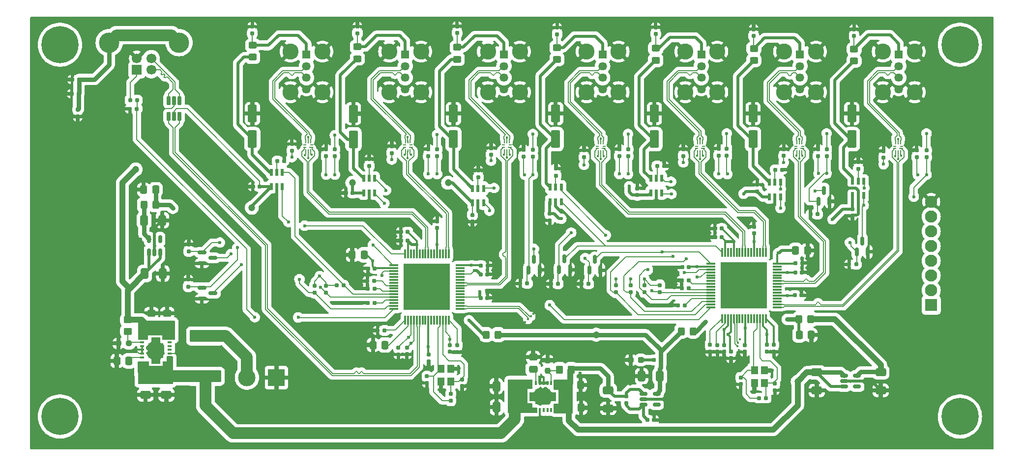
<source format=gbr>
%TF.GenerationSoftware,KiCad,Pcbnew,8.0.1*%
%TF.CreationDate,2025-12-10T21:43:10+01:00*%
%TF.ProjectId,USB2hub,55534232-6875-4622-9e6b-696361645f70,rev?*%
%TF.SameCoordinates,Original*%
%TF.FileFunction,Copper,L1,Top*%
%TF.FilePolarity,Positive*%
%FSLAX46Y46*%
G04 Gerber Fmt 4.6, Leading zero omitted, Abs format (unit mm)*
G04 Created by KiCad (PCBNEW 8.0.1) date 2025-12-10 21:43:10*
%MOMM*%
%LPD*%
G01*
G04 APERTURE LIST*
G04 Aperture macros list*
%AMRoundRect*
0 Rectangle with rounded corners*
0 $1 Rounding radius*
0 $2 $3 $4 $5 $6 $7 $8 $9 X,Y pos of 4 corners*
0 Add a 4 corners polygon primitive as box body*
4,1,4,$2,$3,$4,$5,$6,$7,$8,$9,$2,$3,0*
0 Add four circle primitives for the rounded corners*
1,1,$1+$1,$2,$3*
1,1,$1+$1,$4,$5*
1,1,$1+$1,$6,$7*
1,1,$1+$1,$8,$9*
0 Add four rect primitives between the rounded corners*
20,1,$1+$1,$2,$3,$4,$5,0*
20,1,$1+$1,$4,$5,$6,$7,0*
20,1,$1+$1,$6,$7,$8,$9,0*
20,1,$1+$1,$8,$9,$2,$3,0*%
%AMFreePoly0*
4,1,13,0.750000,1.250000,1.250000,1.250000,1.250000,-1.250000,0.750000,-1.250000,0.750000,-2.300000,-0.750000,-2.300000,-0.750000,-1.250000,-1.250000,-1.250000,-1.250000,1.250000,-0.750000,1.250000,-0.750000,2.300000,0.750000,2.300000,0.750000,1.250000,0.750000,1.250000,$1*%
G04 Aperture macros list end*
%TA.AperFunction,SMDPad,CuDef*%
%ADD10RoundRect,0.155000X0.212500X0.155000X-0.212500X0.155000X-0.212500X-0.155000X0.212500X-0.155000X0*%
%TD*%
%TA.AperFunction,SMDPad,CuDef*%
%ADD11RoundRect,0.250000X-0.337500X-0.475000X0.337500X-0.475000X0.337500X0.475000X-0.337500X0.475000X0*%
%TD*%
%TA.AperFunction,ComponentPad*%
%ADD12R,1.458000X1.458000*%
%TD*%
%TA.AperFunction,ComponentPad*%
%ADD13C,1.458000*%
%TD*%
%TA.AperFunction,ComponentPad*%
%ADD14C,2.775000*%
%TD*%
%TA.AperFunction,SMDPad,CuDef*%
%ADD15RoundRect,0.237500X0.237500X-0.250000X0.237500X0.250000X-0.237500X0.250000X-0.237500X-0.250000X0*%
%TD*%
%TA.AperFunction,SMDPad,CuDef*%
%ADD16RoundRect,0.155000X-0.155000X0.212500X-0.155000X-0.212500X0.155000X-0.212500X0.155000X0.212500X0*%
%TD*%
%TA.AperFunction,SMDPad,CuDef*%
%ADD17RoundRect,0.160000X-0.197500X-0.160000X0.197500X-0.160000X0.197500X0.160000X-0.197500X0.160000X0*%
%TD*%
%TA.AperFunction,SMDPad,CuDef*%
%ADD18RoundRect,0.155000X0.155000X-0.212500X0.155000X0.212500X-0.155000X0.212500X-0.155000X-0.212500X0*%
%TD*%
%TA.AperFunction,SMDPad,CuDef*%
%ADD19R,1.500000X0.300000*%
%TD*%
%TA.AperFunction,SMDPad,CuDef*%
%ADD20R,0.300000X1.500000*%
%TD*%
%TA.AperFunction,SMDPad,CuDef*%
%ADD21R,8.000000X8.000000*%
%TD*%
%TA.AperFunction,ComponentPad*%
%ADD22C,0.600000*%
%TD*%
%TA.AperFunction,SMDPad,CuDef*%
%ADD23RoundRect,0.050000X0.200000X-0.650000X0.200000X0.650000X-0.200000X0.650000X-0.200000X-0.650000X0*%
%TD*%
%TA.AperFunction,SMDPad,CuDef*%
%ADD24RoundRect,0.050050X0.124950X-0.299950X0.124950X0.299950X-0.124950X0.299950X-0.124950X-0.299950X0*%
%TD*%
%TA.AperFunction,SMDPad,CuDef*%
%ADD25FreePoly0,90.000000*%
%TD*%
%TA.AperFunction,SMDPad,CuDef*%
%ADD26RoundRect,0.160000X-0.160000X0.197500X-0.160000X-0.197500X0.160000X-0.197500X0.160000X0.197500X0*%
%TD*%
%TA.AperFunction,SMDPad,CuDef*%
%ADD27RoundRect,0.250000X0.550000X-1.250000X0.550000X1.250000X-0.550000X1.250000X-0.550000X-1.250000X0*%
%TD*%
%TA.AperFunction,ComponentPad*%
%ADD28R,3.000000X3.000000*%
%TD*%
%TA.AperFunction,ComponentPad*%
%ADD29C,3.000000*%
%TD*%
%TA.AperFunction,SMDPad,CuDef*%
%ADD30R,1.200000X1.400000*%
%TD*%
%TA.AperFunction,SMDPad,CuDef*%
%ADD31RoundRect,0.250000X0.337500X0.475000X-0.337500X0.475000X-0.337500X-0.475000X0.337500X-0.475000X0*%
%TD*%
%TA.AperFunction,SMDPad,CuDef*%
%ADD32RoundRect,0.155000X-0.212500X-0.155000X0.212500X-0.155000X0.212500X0.155000X-0.212500X0.155000X0*%
%TD*%
%TA.AperFunction,SMDPad,CuDef*%
%ADD33RoundRect,0.160000X0.160000X-0.197500X0.160000X0.197500X-0.160000X0.197500X-0.160000X-0.197500X0*%
%TD*%
%TA.AperFunction,SMDPad,CuDef*%
%ADD34RoundRect,0.250000X0.412500X0.650000X-0.412500X0.650000X-0.412500X-0.650000X0.412500X-0.650000X0*%
%TD*%
%TA.AperFunction,SMDPad,CuDef*%
%ADD35RoundRect,0.250000X0.475000X-0.337500X0.475000X0.337500X-0.475000X0.337500X-0.475000X-0.337500X0*%
%TD*%
%TA.AperFunction,SMDPad,CuDef*%
%ADD36R,0.663000X0.225000*%
%TD*%
%TA.AperFunction,SMDPad,CuDef*%
%ADD37R,0.563000X0.225000*%
%TD*%
%TA.AperFunction,SMDPad,CuDef*%
%ADD38R,0.225000X0.563000*%
%TD*%
%TA.AperFunction,ComponentPad*%
%ADD39C,3.600000*%
%TD*%
%TA.AperFunction,ConnectorPad*%
%ADD40C,6.400000*%
%TD*%
%TA.AperFunction,SMDPad,CuDef*%
%ADD41RoundRect,0.250000X-0.650000X0.412500X-0.650000X-0.412500X0.650000X-0.412500X0.650000X0.412500X0*%
%TD*%
%TA.AperFunction,ComponentPad*%
%ADD42R,2.100000X2.100000*%
%TD*%
%TA.AperFunction,ComponentPad*%
%ADD43C,2.100000*%
%TD*%
%TA.AperFunction,SMDPad,CuDef*%
%ADD44RoundRect,0.250000X-0.412500X-0.650000X0.412500X-0.650000X0.412500X0.650000X-0.412500X0.650000X0*%
%TD*%
%TA.AperFunction,SMDPad,CuDef*%
%ADD45RoundRect,0.160000X0.197500X0.160000X-0.197500X0.160000X-0.197500X-0.160000X0.197500X-0.160000X0*%
%TD*%
%TA.AperFunction,SMDPad,CuDef*%
%ADD46RoundRect,0.250000X0.450000X-0.325000X0.450000X0.325000X-0.450000X0.325000X-0.450000X-0.325000X0*%
%TD*%
%TA.AperFunction,SMDPad,CuDef*%
%ADD47RoundRect,0.150000X0.150000X-0.587500X0.150000X0.587500X-0.150000X0.587500X-0.150000X-0.587500X0*%
%TD*%
%TA.AperFunction,SMDPad,CuDef*%
%ADD48RoundRect,0.072500X0.217500X-0.532500X0.217500X0.532500X-0.217500X0.532500X-0.217500X-0.532500X0*%
%TD*%
%TA.AperFunction,SMDPad,CuDef*%
%ADD49RoundRect,0.150000X-0.587500X-0.150000X0.587500X-0.150000X0.587500X0.150000X-0.587500X0.150000X0*%
%TD*%
%TA.AperFunction,SMDPad,CuDef*%
%ADD50RoundRect,0.250000X0.325000X0.450000X-0.325000X0.450000X-0.325000X-0.450000X0.325000X-0.450000X0*%
%TD*%
%TA.AperFunction,SMDPad,CuDef*%
%ADD51RoundRect,0.250000X-0.450000X0.350000X-0.450000X-0.350000X0.450000X-0.350000X0.450000X0.350000X0*%
%TD*%
%TA.AperFunction,SMDPad,CuDef*%
%ADD52RoundRect,0.250000X-0.475000X0.337500X-0.475000X-0.337500X0.475000X-0.337500X0.475000X0.337500X0*%
%TD*%
%TA.AperFunction,SMDPad,CuDef*%
%ADD53RoundRect,0.250000X-0.325000X-0.450000X0.325000X-0.450000X0.325000X0.450000X-0.325000X0.450000X0*%
%TD*%
%TA.AperFunction,SMDPad,CuDef*%
%ADD54RoundRect,0.050000X0.650000X0.200000X-0.650000X0.200000X-0.650000X-0.200000X0.650000X-0.200000X0*%
%TD*%
%TA.AperFunction,SMDPad,CuDef*%
%ADD55RoundRect,0.050050X0.299950X0.124950X-0.299950X0.124950X-0.299950X-0.124950X0.299950X-0.124950X0*%
%TD*%
%TA.AperFunction,SMDPad,CuDef*%
%ADD56FreePoly0,180.000000*%
%TD*%
%TA.AperFunction,SMDPad,CuDef*%
%ADD57RoundRect,0.250001X-2.474999X0.799999X-2.474999X-0.799999X2.474999X-0.799999X2.474999X0.799999X0*%
%TD*%
%TA.AperFunction,ComponentPad*%
%ADD58R,1.700000X1.700000*%
%TD*%
%TA.AperFunction,ComponentPad*%
%ADD59C,1.700000*%
%TD*%
%TA.AperFunction,ComponentPad*%
%ADD60C,3.500000*%
%TD*%
%TA.AperFunction,SMDPad,CuDef*%
%ADD61RoundRect,0.250000X0.350000X0.450000X-0.350000X0.450000X-0.350000X-0.450000X0.350000X-0.450000X0*%
%TD*%
%TA.AperFunction,SMDPad,CuDef*%
%ADD62RoundRect,0.150000X0.150000X-0.512500X0.150000X0.512500X-0.150000X0.512500X-0.150000X-0.512500X0*%
%TD*%
%TA.AperFunction,SMDPad,CuDef*%
%ADD63RoundRect,0.150000X-0.512500X-0.150000X0.512500X-0.150000X0.512500X0.150000X-0.512500X0.150000X0*%
%TD*%
%TA.AperFunction,SMDPad,CuDef*%
%ADD64RoundRect,0.237500X0.250000X0.237500X-0.250000X0.237500X-0.250000X-0.237500X0.250000X-0.237500X0*%
%TD*%
%TA.AperFunction,SMDPad,CuDef*%
%ADD65RoundRect,0.162500X-0.162500X0.617500X-0.162500X-0.617500X0.162500X-0.617500X0.162500X0.617500X0*%
%TD*%
%TA.AperFunction,SMDPad,CuDef*%
%ADD66RoundRect,0.237500X-0.287500X-0.237500X0.287500X-0.237500X0.287500X0.237500X-0.287500X0.237500X0*%
%TD*%
%TA.AperFunction,ViaPad*%
%ADD67C,0.600000*%
%TD*%
%TA.AperFunction,ViaPad*%
%ADD68C,0.450000*%
%TD*%
%TA.AperFunction,ViaPad*%
%ADD69C,1.200000*%
%TD*%
%TA.AperFunction,Conductor*%
%ADD70C,0.200000*%
%TD*%
%TA.AperFunction,Conductor*%
%ADD71C,0.750000*%
%TD*%
%TA.AperFunction,Conductor*%
%ADD72C,0.500000*%
%TD*%
%TA.AperFunction,Conductor*%
%ADD73C,0.300000*%
%TD*%
%TA.AperFunction,Conductor*%
%ADD74C,2.000000*%
%TD*%
%TA.AperFunction,Conductor*%
%ADD75C,0.145000*%
%TD*%
%TA.AperFunction,Conductor*%
%ADD76C,1.000000*%
%TD*%
G04 APERTURE END LIST*
D10*
%TO.P,C74,1*%
%TO.N,Net-(U10-VDD@1)*%
X136317500Y-61175000D03*
%TO.P,C74,2*%
%TO.N,GND*%
X135182500Y-61175000D03*
%TD*%
D11*
%TO.P,C72,1*%
%TO.N,Net-(U10-VDD33@1)*%
X149037500Y-63475000D03*
%TO.P,C72,2*%
%TO.N,GND*%
X151112500Y-63475000D03*
%TD*%
D12*
%TO.P,J13,1,VBUS*%
%TO.N,Net-(J13-VBUS)*%
X132812500Y-29681250D03*
D13*
%TO.P,J13,2,D-*%
%TO.N,/USB5_N*%
X132812500Y-31681250D03*
%TO.P,J13,3,D+*%
%TO.N,/USB5_P*%
X132812500Y-33681250D03*
%TO.P,J13,4,GND*%
%TO.N,GND*%
X132812500Y-35681250D03*
D14*
%TO.P,J13,5,Shield*%
X130062500Y-29181250D03*
X130062500Y-36181250D03*
X135562500Y-29181250D03*
X135562500Y-36181250D03*
%TD*%
D15*
%TO.P,R33,1*%
%TO.N,Net-(U23-FB)*%
X106330000Y-84225000D03*
%TO.P,R33,2*%
%TO.N,GND*%
X106330000Y-82400000D03*
%TD*%
D16*
%TO.P,C28,1*%
%TO.N,Net-(U1-VDD@1)*%
X80625000Y-80257500D03*
%TO.P,C28,2*%
%TO.N,GND*%
X80625000Y-81392500D03*
%TD*%
D17*
%TO.P,R40,1*%
%TO.N,GND*%
X75302500Y-68750000D03*
%TO.P,R40,2*%
%TO.N,Net-(U1-FULLPWRMGMTZ{slash}SMBA1)*%
X76497500Y-68750000D03*
%TD*%
D18*
%TO.P,C62,1*%
%TO.N,GND*%
X135593000Y-80915000D03*
%TO.P,C62,2*%
%TO.N,Net-(U10-GRSTZ)*%
X135593000Y-79780000D03*
%TD*%
D19*
%TO.P,U10,1,PWRCTL3/BATEN3*%
%TO.N,/PWRCTL5*%
X134450000Y-65750000D03*
%TO.P,U10,2,VDD33@1*%
%TO.N,Net-(U10-VDD33@1)*%
X134450000Y-66250000D03*
%TO.P,U10,3,PWRCTL2/BATEN2*%
%TO.N,/PWRCTL6*%
X134450000Y-66750000D03*
%TO.P,U10,4,PWRCTL1/BATEN1*%
%TO.N,/PWRCTL7*%
X134450000Y-67250000D03*
%TO.P,U10,5,SDA/SMBDAT*%
%TO.N,unconnected-(U10-SDA{slash}SMBDAT-Pad5)*%
X134450000Y-67750000D03*
%TO.P,U10,6,SCL/SMBCLK*%
%TO.N,unconnected-(U10-SCL{slash}SMBCLK-Pad6)*%
X134450000Y-68250000D03*
%TO.P,U10,7,SMBUSZ*%
%TO.N,unconnected-(U10-SMBUSZ-Pad7)*%
X134450000Y-68750000D03*
%TO.P,U10,8,FULLPWRMGMTZ/SMBA1*%
%TO.N,Net-(U10-FULLPWRMGMTZ{slash}SMBA1)*%
X134450000Y-69250000D03*
%TO.P,U10,9,PWRCTL_POL*%
%TO.N,unconnected-(U10-PWRCTL_POL-Pad9)*%
X134450000Y-69750000D03*
%TO.P,U10,10,GANGED/SMBA2/HS_UP*%
%TO.N,Net-(U10-GANGED{slash}SMBA2{slash}HS_UP)*%
X134450000Y-70250000D03*
%TO.P,U10,11,OVERCUR4Z*%
%TO.N,/OVERCURR4*%
X134450000Y-70750000D03*
%TO.P,U10,12,OVERCUR3Z*%
%TO.N,/OVERCURR5*%
X134450000Y-71250000D03*
%TO.P,U10,13,AUTOENZ/HS_SUSPEND*%
%TO.N,Net-(U10-AUTOENZ{slash}HS_SUSPEND)*%
X134450000Y-71750000D03*
%TO.P,U10,14,OVERCUR1Z*%
%TO.N,/OVERCURR7*%
X134450000Y-72250000D03*
%TO.P,U10,15,OVERCUR2Z*%
%TO.N,/OVERCURR6*%
X134450000Y-72750000D03*
%TO.P,U10,16,USB_VBUS*%
%TO.N,/USB_VBUS*%
X134450000Y-73250000D03*
D20*
%TO.P,U10,17,TEST*%
%TO.N,Net-(U10-TEST)*%
X136400000Y-75200000D03*
%TO.P,U10,18,GRSTZ*%
%TO.N,Net-(U10-GRSTZ)*%
X136900000Y-75200000D03*
%TO.P,U10,19,VDD@1*%
%TO.N,Net-(U10-VDD@1)*%
X137400000Y-75200000D03*
%TO.P,U10,20,VDD33@2*%
%TO.N,Net-(U10-VDD33@1)*%
X137900000Y-75200000D03*
%TO.P,U10,21,USB_DP_UP*%
%TO.N,/USB_INTER_P*%
X138400000Y-75200000D03*
%TO.P,U10,22,USB_DM_UP*%
%TO.N,/USB_INTER_N*%
X138900000Y-75200000D03*
%TO.P,U10,23*%
%TO.N,N/C*%
X139400000Y-75200000D03*
%TO.P,U10,24*%
X139900000Y-75200000D03*
%TO.P,U10,25,VDD@2*%
%TO.N,Net-(U10-VDD@1)*%
X140400000Y-75200000D03*
%TO.P,U10,26*%
%TO.N,N/C*%
X140900000Y-75200000D03*
%TO.P,U10,27*%
X141400000Y-75200000D03*
%TO.P,U10,28*%
X141900000Y-75200000D03*
%TO.P,U10,29,XO*%
%TO.N,/XO2*%
X142400000Y-75200000D03*
%TO.P,U10,30,XI*%
%TO.N,Net-(U10-XI)*%
X142900000Y-75200000D03*
%TO.P,U10,31,VDD33@3*%
%TO.N,Net-(U10-VDD33@1)*%
X143400000Y-75200000D03*
%TO.P,U10,32,USB_R1*%
%TO.N,Net-(U10-USB_R1)*%
X143900000Y-75200000D03*
D19*
%TO.P,U10,33,USB_DP_DN1*%
%TO.N,/USB_DN7_P*%
X145850000Y-73250000D03*
%TO.P,U10,34,USB_DM_DN1*%
%TO.N,/USB_DN7_N*%
X145850000Y-72750000D03*
%TO.P,U10,35*%
%TO.N,N/C*%
X145850000Y-72250000D03*
%TO.P,U10,36*%
X145850000Y-71750000D03*
%TO.P,U10,37,VDD@7*%
%TO.N,Net-(U10-VDD@1)*%
X145850000Y-71250000D03*
%TO.P,U10,38*%
%TO.N,N/C*%
X145850000Y-70750000D03*
%TO.P,U10,39*%
X145850000Y-70250000D03*
%TO.P,U10,40*%
X145850000Y-69750000D03*
%TO.P,U10,41,USB_DP_DN2*%
%TO.N,/USB_DN6_P*%
X145850000Y-69250000D03*
%TO.P,U10,42,USB_DM_DN2*%
%TO.N,/USB_DN6_N*%
X145850000Y-68750000D03*
%TO.P,U10,43*%
%TO.N,N/C*%
X145850000Y-68250000D03*
%TO.P,U10,44*%
X145850000Y-67750000D03*
%TO.P,U10,45,VDD@3*%
%TO.N,Net-(U10-VDD@1)*%
X145850000Y-67250000D03*
%TO.P,U10,46*%
%TO.N,N/C*%
X145850000Y-66750000D03*
%TO.P,U10,47*%
X145850000Y-66250000D03*
%TO.P,U10,48,VDD33@4*%
%TO.N,Net-(U10-VDD33@1)*%
X145850000Y-65750000D03*
D20*
%TO.P,U10,49,USB_DP_DN3*%
%TO.N,/USB_DN5_P*%
X143900000Y-63800000D03*
%TO.P,U10,50,USB_DM_DN3*%
%TO.N,/USB_DN5_N*%
X143400000Y-63800000D03*
%TO.P,U10,51*%
%TO.N,N/C*%
X142900000Y-63800000D03*
%TO.P,U10,52*%
X142400000Y-63800000D03*
%TO.P,U10,53,VDD@4*%
%TO.N,Net-(U10-VDD@1)*%
X141900000Y-63800000D03*
%TO.P,U10,54*%
%TO.N,N/C*%
X141400000Y-63800000D03*
%TO.P,U10,55*%
X140900000Y-63800000D03*
%TO.P,U10,56,USB_DP_DN4*%
%TO.N,/USB_DN4_P*%
X140400000Y-63800000D03*
%TO.P,U10,57,USB_DM_DN4*%
%TO.N,/USB_DN4_N*%
X139900000Y-63800000D03*
%TO.P,U10,58*%
%TO.N,N/C*%
X139400000Y-63800000D03*
%TO.P,U10,59*%
X138900000Y-63800000D03*
%TO.P,U10,60,VDD@5*%
%TO.N,Net-(U10-VDD@1)*%
X138400000Y-63800000D03*
%TO.P,U10,61*%
%TO.N,N/C*%
X137900000Y-63800000D03*
%TO.P,U10,62*%
X137400000Y-63800000D03*
%TO.P,U10,63,VDD@6*%
%TO.N,Net-(U10-VDD@1)*%
X136900000Y-63800000D03*
%TO.P,U10,64,PWRCTL4/BATEN4*%
%TO.N,/PWRCTL4*%
X136400000Y-63800000D03*
D21*
%TO.P,U10,65,GND_THERMAL*%
%TO.N,GND*%
X140150000Y-69500000D03*
D22*
%TO.P,U10,66,GND*%
X136900000Y-66250000D03*
%TO.P,U10,67,GND*%
X138200000Y-66250000D03*
%TO.P,U10,68,GND*%
X139500000Y-66250000D03*
%TO.P,U10,69,GND*%
X140800000Y-66250000D03*
%TO.P,U10,70,GND*%
X142100000Y-66250000D03*
%TO.P,U10,71,GND*%
X143400000Y-66250000D03*
%TO.P,U10,72,GND*%
X136900000Y-67550000D03*
%TO.P,U10,73,GND*%
X138200000Y-67550000D03*
%TO.P,U10,74,GND*%
X139500000Y-67550000D03*
%TO.P,U10,75,GND*%
X140800000Y-67550000D03*
%TO.P,U10,76,GND*%
X142100000Y-67550000D03*
%TO.P,U10,77,GND*%
X143400000Y-67550000D03*
%TO.P,U10,78,GND*%
X136900000Y-68850000D03*
%TO.P,U10,79,GND*%
X138200000Y-68850000D03*
%TO.P,U10,80,GND*%
X139500000Y-68850000D03*
%TO.P,U10,81,GND*%
X140800000Y-68850000D03*
%TO.P,U10,82,GND*%
X142100000Y-68850000D03*
%TO.P,U10,83,GND*%
X143400000Y-68850000D03*
%TO.P,U10,84,GND*%
X136900000Y-70150000D03*
%TO.P,U10,85,GND*%
X138200000Y-70150000D03*
%TO.P,U10,86,GND*%
X139500000Y-70150000D03*
%TO.P,U10,87,GND*%
X140800000Y-70150000D03*
%TO.P,U10,88,GND*%
X142100000Y-70150000D03*
%TO.P,U10,89,GND*%
X143400000Y-70150000D03*
%TO.P,U10,90,GND*%
X136900000Y-71450000D03*
%TO.P,U10,91,GND*%
X138200000Y-71450000D03*
%TO.P,U10,92,GND*%
X139500000Y-71450000D03*
%TO.P,U10,93,GND*%
X140800000Y-71450000D03*
%TO.P,U10,94,GND*%
X142100000Y-71450000D03*
%TO.P,U10,95,GND*%
X143400000Y-71450000D03*
%TO.P,U10,96,GND*%
X136900000Y-72750000D03*
%TO.P,U10,97,GND*%
X138200000Y-72750000D03*
%TO.P,U10,98,GND*%
X139500000Y-72750000D03*
%TO.P,U10,99,GND*%
X140800000Y-72750000D03*
%TO.P,U10,100,GND*%
X142100000Y-72750000D03*
%TO.P,U10,101,GND*%
X143400000Y-72750000D03*
%TD*%
D23*
%TO.P,U23,1,VIN*%
%TO.N,+12V*%
X103380000Y-90675000D03*
D24*
%TO.P,U23,2,EN*%
X104355000Y-91025000D03*
%TO.P,U23,3,PGND*%
%TO.N,GND*%
X105005000Y-91025000D03*
%TO.P,U23,4,DNC*%
%TO.N,unconnected-(U23-DNC-Pad4)*%
X105655000Y-91025000D03*
%TO.P,U23,5,DNC*%
%TO.N,unconnected-(U23-DNC-Pad5)*%
X106305000Y-91025000D03*
%TO.P,U23,6,PGOOD*%
%TO.N,unconnected-(U23-PGOOD-Pad6)*%
X106955000Y-91025000D03*
D23*
%TO.P,U23,7,VOUT*%
%TO.N,+5V2*%
X107680000Y-90675000D03*
%TO.P,U23,8,VOUT*%
X107680000Y-86675000D03*
D24*
%TO.P,U23,9,FB*%
%TO.N,Net-(U23-FB)*%
X106955000Y-86325000D03*
%TO.P,U23,10,PGND*%
%TO.N,GND*%
X106305000Y-86325000D03*
%TO.P,U23,11,PGND*%
X105655000Y-86325000D03*
%TO.P,U23,12,AGND*%
X105005000Y-86325000D03*
%TO.P,U23,13,V5V*%
%TO.N,Net-(U23-V5V)*%
X104355000Y-86325000D03*
D23*
%TO.P,U23,14,VIN*%
%TO.N,+12V*%
X103380000Y-86675000D03*
D22*
%TO.P,U23,15,PGND*%
%TO.N,GND*%
X104575000Y-89625000D03*
X105525000Y-89625000D03*
X106475000Y-89625000D03*
X103625000Y-88675000D03*
X104575000Y-88675000D03*
X105525000Y-88675000D03*
D25*
X105525000Y-88675000D03*
D22*
X106475000Y-88675000D03*
X107425000Y-88675000D03*
X104575000Y-87725000D03*
X105525000Y-87725000D03*
X106475000Y-87725000D03*
%TD*%
D26*
%TO.P,R81,1*%
%TO.N,GND*%
X118700000Y-46002500D03*
%TO.P,R81,2*%
%TO.N,Net-(U6-S)*%
X118700000Y-47197500D03*
%TD*%
D27*
%TO.P,C43,1*%
%TO.N,/DN2_VBUS*%
X72900000Y-44300000D03*
%TO.P,C43,2*%
%TO.N,GND*%
X72900000Y-39900000D03*
%TD*%
D16*
%TO.P,C44,1*%
%TO.N,GND*%
X124950000Y-25007500D03*
%TO.P,C44,2*%
%TO.N,Net-(J13-VBUS)*%
X124950000Y-26142500D03*
%TD*%
D28*
%TO.P,J7,1,Pin_1*%
%TO.N,GND*%
X59640000Y-85400000D03*
D29*
%TO.P,J7,2,Pin_2*%
%TO.N,Net-(J7-Pin_2)*%
X54560000Y-85400000D03*
%TD*%
D19*
%TO.P,U1,1,PWRCTL3/BATEN3*%
%TO.N,/PWRCTL2*%
X79850000Y-66025000D03*
%TO.P,U1,2,VDD33@1*%
%TO.N,Net-(U1-VDD33@1)*%
X79850000Y-66525000D03*
%TO.P,U1,3,PWRCTL2/BATEN2*%
%TO.N,/PWRCTL3*%
X79850000Y-67025000D03*
%TO.P,U1,4,PWRCTL1/BATEN1*%
%TO.N,unconnected-(U1-PWRCTL1{slash}BATEN1-Pad4)*%
X79850000Y-67525000D03*
%TO.P,U1,5,SDA/SMBDAT*%
%TO.N,unconnected-(U1-SDA{slash}SMBDAT-Pad5)*%
X79850000Y-68025000D03*
%TO.P,U1,6,SCL/SMBCLK*%
%TO.N,unconnected-(U1-SCL{slash}SMBCLK-Pad6)*%
X79850000Y-68525000D03*
%TO.P,U1,7,SMBUSZ*%
%TO.N,unconnected-(U1-SMBUSZ-Pad7)*%
X79850000Y-69025000D03*
%TO.P,U1,8,FULLPWRMGMTZ/SMBA1*%
%TO.N,Net-(U1-FULLPWRMGMTZ{slash}SMBA1)*%
X79850000Y-69525000D03*
%TO.P,U1,9,PWRCTL_POL*%
%TO.N,unconnected-(U1-PWRCTL_POL-Pad9)*%
X79850000Y-70025000D03*
%TO.P,U1,10,GANGED/SMBA2/HS_UP*%
%TO.N,Net-(U1-GANGED{slash}SMBA2{slash}HS_UP)*%
X79850000Y-70525000D03*
%TO.P,U1,11,OVERCUR4Z*%
%TO.N,/OVERCURR1*%
X79850000Y-71025000D03*
%TO.P,U1,12,OVERCUR3Z*%
%TO.N,/OVERCURR2*%
X79850000Y-71525000D03*
%TO.P,U1,13,AUTOENZ/HS_SUSPEND*%
%TO.N,Net-(U1-AUTOENZ{slash}HS_SUSPEND)*%
X79850000Y-72025000D03*
%TO.P,U1,14,OVERCUR1Z*%
%TO.N,unconnected-(U1-OVERCUR1Z-Pad14)*%
X79850000Y-72525000D03*
%TO.P,U1,15,OVERCUR2Z*%
%TO.N,/OVERCURR3*%
X79850000Y-73025000D03*
%TO.P,U1,16,USB_VBUS*%
%TO.N,/USB_VBUS*%
X79850000Y-73525000D03*
D20*
%TO.P,U1,17,TEST*%
%TO.N,Net-(U1-TEST)*%
X81800000Y-75475000D03*
%TO.P,U1,18,GRSTZ*%
%TO.N,Net-(U1-GRSTZ)*%
X82300000Y-75475000D03*
%TO.P,U1,19,VDD@1*%
%TO.N,Net-(U1-VDD@1)*%
X82800000Y-75475000D03*
%TO.P,U1,20,VDD33@2*%
%TO.N,Net-(U1-VDD33@1)*%
X83300000Y-75475000D03*
%TO.P,U1,21,USB_DP_UP*%
%TO.N,/USB_UP_P*%
X83800000Y-75475000D03*
%TO.P,U1,22,USB_DM_UP*%
%TO.N,/USB_UP_N*%
X84300000Y-75475000D03*
%TO.P,U1,23*%
%TO.N,N/C*%
X84800000Y-75475000D03*
%TO.P,U1,24*%
X85300000Y-75475000D03*
%TO.P,U1,25,VDD@2*%
%TO.N,Net-(U1-VDD@1)*%
X85800000Y-75475000D03*
%TO.P,U1,26*%
%TO.N,N/C*%
X86300000Y-75475000D03*
%TO.P,U1,27*%
X86800000Y-75475000D03*
%TO.P,U1,28*%
X87300000Y-75475000D03*
%TO.P,U1,29,XO*%
%TO.N,/XO1*%
X87800000Y-75475000D03*
%TO.P,U1,30,XI*%
%TO.N,Net-(U1-XI)*%
X88300000Y-75475000D03*
%TO.P,U1,31,VDD33@3*%
%TO.N,Net-(U1-VDD33@1)*%
X88800000Y-75475000D03*
%TO.P,U1,32,USB_R1*%
%TO.N,Net-(U1-USB_R1)*%
X89300000Y-75475000D03*
D19*
%TO.P,U1,33,USB_DP_DN1*%
%TO.N,/USB_INTER_P*%
X91250000Y-73525000D03*
%TO.P,U1,34,USB_DM_DN1*%
%TO.N,/USB_INTER_N*%
X91250000Y-73025000D03*
%TO.P,U1,35*%
%TO.N,N/C*%
X91250000Y-72525000D03*
%TO.P,U1,36*%
X91250000Y-72025000D03*
%TO.P,U1,37,VDD@7*%
%TO.N,Net-(U1-VDD@1)*%
X91250000Y-71525000D03*
%TO.P,U1,38*%
%TO.N,N/C*%
X91250000Y-71025000D03*
%TO.P,U1,39*%
X91250000Y-70525000D03*
%TO.P,U1,40*%
X91250000Y-70025000D03*
%TO.P,U1,41,USB_DP_DN2*%
%TO.N,/USB_DN3_P*%
X91250000Y-69525000D03*
%TO.P,U1,42,USB_DM_DN2*%
%TO.N,/USB_DN3_N*%
X91250000Y-69025000D03*
%TO.P,U1,43*%
%TO.N,N/C*%
X91250000Y-68525000D03*
%TO.P,U1,44*%
X91250000Y-68025000D03*
%TO.P,U1,45,VDD@3*%
%TO.N,Net-(U1-VDD@1)*%
X91250000Y-67525000D03*
%TO.P,U1,46*%
%TO.N,N/C*%
X91250000Y-67025000D03*
%TO.P,U1,47*%
X91250000Y-66525000D03*
%TO.P,U1,48,VDD33@4*%
%TO.N,Net-(U1-VDD33@1)*%
X91250000Y-66025000D03*
D20*
%TO.P,U1,49,USB_DP_DN3*%
%TO.N,/USB_DN2_P*%
X89300000Y-64075000D03*
%TO.P,U1,50,USB_DM_DN3*%
%TO.N,/USB_DN2_N*%
X88800000Y-64075000D03*
%TO.P,U1,51*%
%TO.N,N/C*%
X88300000Y-64075000D03*
%TO.P,U1,52*%
X87800000Y-64075000D03*
%TO.P,U1,53,VDD@4*%
%TO.N,Net-(U1-VDD@1)*%
X87300000Y-64075000D03*
%TO.P,U1,54*%
%TO.N,N/C*%
X86800000Y-64075000D03*
%TO.P,U1,55*%
X86300000Y-64075000D03*
%TO.P,U1,56,USB_DP_DN4*%
%TO.N,/USB_DN1_P*%
X85800000Y-64075000D03*
%TO.P,U1,57,USB_DM_DN4*%
%TO.N,/USB_DN1_N*%
X85300000Y-64075000D03*
%TO.P,U1,58*%
%TO.N,N/C*%
X84800000Y-64075000D03*
%TO.P,U1,59*%
X84300000Y-64075000D03*
%TO.P,U1,60,VDD@5*%
%TO.N,Net-(U1-VDD@1)*%
X83800000Y-64075000D03*
%TO.P,U1,61*%
%TO.N,N/C*%
X83300000Y-64075000D03*
%TO.P,U1,62*%
X82800000Y-64075000D03*
%TO.P,U1,63,VDD@6*%
%TO.N,Net-(U1-VDD@1)*%
X82300000Y-64075000D03*
%TO.P,U1,64,PWRCTL4/BATEN4*%
%TO.N,/PWRCTL1*%
X81800000Y-64075000D03*
D21*
%TO.P,U1,65,GND_THERMAL*%
%TO.N,GND*%
X85550000Y-69775000D03*
D22*
%TO.P,U1,66,GND*%
X82300000Y-66525000D03*
%TO.P,U1,67,GND*%
X83600000Y-66525000D03*
%TO.P,U1,68,GND*%
X84900000Y-66525000D03*
%TO.P,U1,69,GND*%
X86200000Y-66525000D03*
%TO.P,U1,70,GND*%
X87500000Y-66525000D03*
%TO.P,U1,71,GND*%
X88800000Y-66525000D03*
%TO.P,U1,72,GND*%
X82300000Y-67825000D03*
%TO.P,U1,73,GND*%
X83600000Y-67825000D03*
%TO.P,U1,74,GND*%
X84900000Y-67825000D03*
%TO.P,U1,75,GND*%
X86200000Y-67825000D03*
%TO.P,U1,76,GND*%
X87500000Y-67825000D03*
%TO.P,U1,77,GND*%
X88800000Y-67825000D03*
%TO.P,U1,78,GND*%
X82300000Y-69125000D03*
%TO.P,U1,79,GND*%
X83600000Y-69125000D03*
%TO.P,U1,80,GND*%
X84900000Y-69125000D03*
%TO.P,U1,81,GND*%
X86200000Y-69125000D03*
%TO.P,U1,82,GND*%
X87500000Y-69125000D03*
%TO.P,U1,83,GND*%
X88800000Y-69125000D03*
%TO.P,U1,84,GND*%
X82300000Y-70425000D03*
%TO.P,U1,85,GND*%
X83600000Y-70425000D03*
%TO.P,U1,86,GND*%
X84900000Y-70425000D03*
%TO.P,U1,87,GND*%
X86200000Y-70425000D03*
%TO.P,U1,88,GND*%
X87500000Y-70425000D03*
%TO.P,U1,89,GND*%
X88800000Y-70425000D03*
%TO.P,U1,90,GND*%
X82300000Y-71725000D03*
%TO.P,U1,91,GND*%
X83600000Y-71725000D03*
%TO.P,U1,92,GND*%
X84900000Y-71725000D03*
%TO.P,U1,93,GND*%
X86200000Y-71725000D03*
%TO.P,U1,94,GND*%
X87500000Y-71725000D03*
%TO.P,U1,95,GND*%
X88800000Y-71725000D03*
%TO.P,U1,96,GND*%
X82300000Y-73025000D03*
%TO.P,U1,97,GND*%
X83600000Y-73025000D03*
%TO.P,U1,98,GND*%
X84900000Y-73025000D03*
%TO.P,U1,99,GND*%
X86200000Y-73025000D03*
%TO.P,U1,100,GND*%
X87500000Y-73025000D03*
%TO.P,U1,101,GND*%
X88800000Y-73025000D03*
%TD*%
D11*
%TO.P,C88,1*%
%TO.N,+5V2*%
X110025000Y-90600000D03*
%TO.P,C88,2*%
%TO.N,GND*%
X112100000Y-90600000D03*
%TD*%
D12*
%TO.P,J10,1,VBUS*%
%TO.N,Net-(J10-VBUS)*%
X81812500Y-29681250D03*
D13*
%TO.P,J10,2,D-*%
%TO.N,/USB2_N*%
X81812500Y-31681250D03*
%TO.P,J10,3,D+*%
%TO.N,/USB2_P*%
X81812500Y-33681250D03*
%TO.P,J10,4,GND*%
%TO.N,GND*%
X81812500Y-35681250D03*
D14*
%TO.P,J10,5,Shield*%
X79062500Y-29181250D03*
X79062500Y-36181250D03*
X84562500Y-29181250D03*
X84562500Y-36181250D03*
%TD*%
D30*
%TO.P,Y1,1,1*%
%TO.N,/XO1*%
X87950000Y-83890000D03*
%TO.P,Y1,2,2*%
%TO.N,GND*%
X87950000Y-86090000D03*
%TO.P,Y1,3,3*%
%TO.N,Net-(U1-XI)*%
X89650000Y-86090000D03*
%TO.P,Y1,4,4*%
%TO.N,GND*%
X89650000Y-83890000D03*
%TD*%
D16*
%TO.P,C67,1*%
%TO.N,Net-(U10-VDD@1)*%
X140292000Y-79802000D03*
%TO.P,C67,2*%
%TO.N,GND*%
X140292000Y-80937000D03*
%TD*%
D31*
%TO.P,C25,1*%
%TO.N,Net-(U1-VDD@1)*%
X38837500Y-53000000D03*
%TO.P,C25,2*%
%TO.N,GND*%
X36762500Y-53000000D03*
%TD*%
D12*
%TO.P,J15,1,VBUS*%
%TO.N,Net-(J15-VBUS)*%
X166812500Y-29681250D03*
D13*
%TO.P,J15,2,D-*%
%TO.N,/USB7_N*%
X166812500Y-31681250D03*
%TO.P,J15,3,D+*%
%TO.N,/USB7_P*%
X166812500Y-33681250D03*
%TO.P,J15,4,GND*%
%TO.N,GND*%
X166812500Y-35681250D03*
D14*
%TO.P,J15,5,Shield*%
X164062500Y-29181250D03*
X164062500Y-36181250D03*
X169562500Y-29181250D03*
X169562500Y-36181250D03*
%TD*%
D26*
%TO.P,R53,1*%
%TO.N,Net-(U3-~{OE})*%
X69700000Y-46002500D03*
%TO.P,R53,2*%
%TO.N,/USBS1*%
X69700000Y-47197500D03*
%TD*%
D32*
%TO.P,C19,1*%
%TO.N,Net-(U1-VDD33@1)*%
X94866000Y-66077000D03*
%TO.P,C19,2*%
%TO.N,GND*%
X96001000Y-66077000D03*
%TD*%
D33*
%TO.P,R5,1*%
%TO.N,/OVERCURR3*%
X66200000Y-70772500D03*
%TO.P,R5,2*%
%TO.N,+3.3V*%
X66200000Y-69577500D03*
%TD*%
D16*
%TO.P,C58,1*%
%TO.N,Net-(U10-XI)*%
X145500000Y-86422500D03*
%TO.P,C58,2*%
%TO.N,GND*%
X145500000Y-87557500D03*
%TD*%
D31*
%TO.P,C20,1*%
%TO.N,Net-(U1-VDD33@1)*%
X74762500Y-64225000D03*
%TO.P,C20,2*%
%TO.N,GND*%
X72687500Y-64225000D03*
%TD*%
D18*
%TO.P,C5,1*%
%TO.N,+3.3V*%
X79500000Y-46667500D03*
%TO.P,C5,2*%
%TO.N,GND*%
X79500000Y-45532500D03*
%TD*%
D34*
%TO.P,C11,1*%
%TO.N,+3.3V*%
X125662500Y-85137500D03*
%TO.P,C11,2*%
%TO.N,GND*%
X122537500Y-85137500D03*
%TD*%
D10*
%TO.P,C60,1*%
%TO.N,GNDPWR*%
X25560000Y-36450000D03*
%TO.P,C60,2*%
%TO.N,GND*%
X24425000Y-36450000D03*
%TD*%
D26*
%TO.P,R51,1*%
%TO.N,Net-(U5-~{OE})*%
X103800000Y-46102500D03*
%TO.P,R51,2*%
%TO.N,/USBS3*%
X103800000Y-47297500D03*
%TD*%
D16*
%TO.P,C34,1*%
%TO.N,GND*%
X73575000Y-24882500D03*
%TO.P,C34,2*%
%TO.N,Net-(J10-VBUS)*%
X73575000Y-26017500D03*
%TD*%
D27*
%TO.P,C54,1*%
%TO.N,/DN7_VBUS*%
X158725000Y-44275000D03*
%TO.P,C54,2*%
%TO.N,GND*%
X158725000Y-39875000D03*
%TD*%
D18*
%TO.P,C32,1*%
%TO.N,+3.3V*%
X164200000Y-47467500D03*
%TO.P,C32,2*%
%TO.N,GND*%
X164200000Y-46332500D03*
%TD*%
D33*
%TO.P,R13,1*%
%TO.N,/OVERCURR7*%
X120625000Y-70697500D03*
%TO.P,R13,2*%
%TO.N,+3.3V*%
X120625000Y-69502500D03*
%TD*%
D35*
%TO.P,C80,1*%
%TO.N,+5V1*%
X40825000Y-76382500D03*
%TO.P,C80,2*%
%TO.N,GND*%
X40825000Y-74307500D03*
%TD*%
D26*
%TO.P,R63,1*%
%TO.N,Net-(U6-~{OE})*%
X120200000Y-46002500D03*
%TO.P,R63,2*%
%TO.N,/USBS4*%
X120200000Y-47197500D03*
%TD*%
D33*
%TO.P,R9,1*%
%TO.N,/OVERCURR5*%
X123000000Y-70672500D03*
%TO.P,R9,2*%
%TO.N,+3.3V*%
X123000000Y-69477500D03*
%TD*%
D10*
%TO.P,C23,1*%
%TO.N,Net-(U1-VDD@1)*%
X82217500Y-61775000D03*
%TO.P,C23,2*%
%TO.N,GND*%
X81082500Y-61775000D03*
%TD*%
D36*
%TO.P,U12,1,D1+*%
%TO.N,/USB_DN2_P*%
X82787000Y-45700000D03*
D37*
%TO.P,U12,2,D2+*%
%TO.N,unconnected-(U12-D2+-Pad2)*%
X82837000Y-45300000D03*
D38*
%TO.P,U12,3,D+*%
%TO.N,/USB2_P*%
X82668500Y-44731500D03*
%TO.P,U12,4,GND*%
%TO.N,GND*%
X82268500Y-44731500D03*
%TO.P,U12,5,D-*%
%TO.N,/USB2_N*%
X81868500Y-44731500D03*
D37*
%TO.P,U12,6,D2-*%
%TO.N,unconnected-(U12-D2--Pad6)*%
X81700000Y-45300000D03*
%TO.P,U12,7,D1-*%
%TO.N,/USB_DN2_N*%
X81700000Y-45700000D03*
D38*
%TO.P,U12,8,~{OE}*%
%TO.N,Net-(U12-~{OE})*%
X81868500Y-46268500D03*
%TO.P,U12,9,VCC*%
%TO.N,+3.3V*%
X82268500Y-46268500D03*
%TO.P,U12,10,S*%
%TO.N,Net-(U12-S)*%
X82668500Y-46268500D03*
%TD*%
D27*
%TO.P,C45,1*%
%TO.N,/DN3_VBUS*%
X90125000Y-44275000D03*
%TO.P,C45,2*%
%TO.N,GND*%
X90125000Y-39875000D03*
%TD*%
D16*
%TO.P,C37,1*%
%TO.N,GND*%
X90750000Y-24840000D03*
%TO.P,C37,2*%
%TO.N,Net-(J11-VBUS)*%
X90750000Y-25975000D03*
%TD*%
D32*
%TO.P,C33,1*%
%TO.N,GND*%
X71625000Y-53575000D03*
%TO.P,C33,2*%
%TO.N,+5V1*%
X72760000Y-53575000D03*
%TD*%
D39*
%TO.P,H3,1*%
%TO.N,N/C*%
X22350000Y-92100000D03*
D40*
X22350000Y-92100000D03*
%TD*%
D34*
%TO.P,C84,1*%
%TO.N,+12V*%
X100625000Y-86880000D03*
%TO.P,C84,2*%
%TO.N,GND*%
X97500000Y-86880000D03*
%TD*%
D36*
%TO.P,U5,1,D1+*%
%TO.N,/USB_DN3_P*%
X99818500Y-45700000D03*
D37*
%TO.P,U5,2,D2+*%
%TO.N,unconnected-(U5-D2+-Pad2)*%
X99868500Y-45300000D03*
D38*
%TO.P,U5,3,D+*%
%TO.N,/USB3_P*%
X99700000Y-44731500D03*
%TO.P,U5,4,GND*%
%TO.N,GND*%
X99300000Y-44731500D03*
%TO.P,U5,5,D-*%
%TO.N,/USB3_N*%
X98900000Y-44731500D03*
D37*
%TO.P,U5,6,D2-*%
%TO.N,unconnected-(U5-D2--Pad6)*%
X98731500Y-45300000D03*
%TO.P,U5,7,D1-*%
%TO.N,/USB_DN3_N*%
X98731500Y-45700000D03*
D38*
%TO.P,U5,8,~{OE}*%
%TO.N,Net-(U5-~{OE})*%
X98900000Y-46268500D03*
%TO.P,U5,9,VCC*%
%TO.N,+3.3V*%
X99300000Y-46268500D03*
%TO.P,U5,10,S*%
%TO.N,Net-(U5-S)*%
X99700000Y-46268500D03*
%TD*%
D41*
%TO.P,C15,1*%
%TO.N,+1.1V2*%
X163712500Y-84465000D03*
%TO.P,C15,2*%
%TO.N,GND*%
X163712500Y-87590000D03*
%TD*%
D32*
%TO.P,C65,1*%
%TO.N,Net-(U10-VDD@1)*%
X148900000Y-71200000D03*
%TO.P,C65,2*%
%TO.N,GND*%
X150035000Y-71200000D03*
%TD*%
D42*
%TO.P,J8,1,Pin_1*%
%TO.N,/USBS1*%
X172400000Y-72875000D03*
D43*
%TO.P,J8,2,Pin_2*%
%TO.N,/USBS2*%
X172400000Y-70335000D03*
%TO.P,J8,3,Pin_3*%
%TO.N,/USBS3*%
X172400000Y-67795000D03*
%TO.P,J8,4,Pin_4*%
%TO.N,/USBS4*%
X172400000Y-65255000D03*
%TO.P,J8,5,Pin_5*%
%TO.N,/USBS5*%
X172400000Y-62715000D03*
%TO.P,J8,6,Pin_6*%
%TO.N,/USBS6*%
X172400000Y-60175000D03*
%TO.P,J8,7,Pin_7*%
%TO.N,/USBS7*%
X172400000Y-57635000D03*
%TO.P,J8,8,Pin_8*%
%TO.N,GND*%
X172400000Y-55095000D03*
%TD*%
D18*
%TO.P,C7,1*%
%TO.N,+3.3V*%
X62300000Y-46267500D03*
%TO.P,C7,2*%
%TO.N,GND*%
X62300000Y-45132500D03*
%TD*%
%TO.P,C104,1*%
%TO.N,GND*%
X158825000Y-57467500D03*
%TO.P,C104,2*%
%TO.N,+5V2*%
X158825000Y-56332500D03*
%TD*%
D44*
%TO.P,C47,1*%
%TO.N,+5V1*%
X36937500Y-67450000D03*
%TO.P,C47,2*%
%TO.N,GND*%
X40062500Y-67450000D03*
%TD*%
D17*
%TO.P,R21,1*%
%TO.N,GND*%
X112177500Y-69250000D03*
%TO.P,R21,2*%
%TO.N,/USBS5*%
X113372500Y-69250000D03*
%TD*%
D16*
%TO.P,C70,1*%
%TO.N,Net-(U10-VDD33@1)*%
X144100000Y-79747500D03*
%TO.P,C70,2*%
%TO.N,GND*%
X144100000Y-80882500D03*
%TD*%
D17*
%TO.P,R41,1*%
%TO.N,GND*%
X75327500Y-70050000D03*
%TO.P,R41,2*%
%TO.N,Net-(U1-GANGED{slash}SMBA2{slash}HS_UP)*%
X76522500Y-70050000D03*
%TD*%
D33*
%TO.P,R44,1*%
%TO.N,GND*%
X145325000Y-80937500D03*
%TO.P,R44,2*%
%TO.N,Net-(U10-USB_R1)*%
X145325000Y-79742500D03*
%TD*%
D45*
%TO.P,R22,1*%
%TO.N,+3.3V*%
X125822500Y-82337500D03*
%TO.P,R22,2*%
%TO.N,Net-(D1-A)*%
X124627500Y-82337500D03*
%TD*%
D17*
%TO.P,R17,1*%
%TO.N,GND*%
X77077500Y-77275000D03*
%TO.P,R17,2*%
%TO.N,Net-(U1-TEST)*%
X78272500Y-77275000D03*
%TD*%
D46*
%TO.P,FB12,1*%
%TO.N,/DN1_VBUS*%
X55550000Y-30150000D03*
%TO.P,FB12,2*%
%TO.N,Net-(J9-VBUS)*%
X55550000Y-28100000D03*
%TD*%
D33*
%TO.P,R3,1*%
%TO.N,/OVERCURR2*%
X68150000Y-70747500D03*
%TO.P,R3,2*%
%TO.N,+3.3V*%
X68150000Y-69552500D03*
%TD*%
D36*
%TO.P,U6,1,D1+*%
%TO.N,/USB_DN4_P*%
X116018500Y-45900000D03*
D37*
%TO.P,U6,2,D2+*%
%TO.N,unconnected-(U6-D2+-Pad2)*%
X116068500Y-45500000D03*
D38*
%TO.P,U6,3,D+*%
%TO.N,/USB4_P*%
X115900000Y-44931500D03*
%TO.P,U6,4,GND*%
%TO.N,GND*%
X115500000Y-44931500D03*
%TO.P,U6,5,D-*%
%TO.N,/USB4_N*%
X115100000Y-44931500D03*
D37*
%TO.P,U6,6,D2-*%
%TO.N,unconnected-(U6-D2--Pad6)*%
X114931500Y-45500000D03*
%TO.P,U6,7,D1-*%
%TO.N,/USB_DN4_N*%
X114931500Y-45900000D03*
D38*
%TO.P,U6,8,~{OE}*%
%TO.N,Net-(U6-~{OE})*%
X115100000Y-46468500D03*
%TO.P,U6,9,VCC*%
%TO.N,+3.3V*%
X115500000Y-46468500D03*
%TO.P,U6,10,S*%
%TO.N,Net-(U6-S)*%
X115900000Y-46468500D03*
%TD*%
D16*
%TO.P,C30,1*%
%TO.N,Net-(U1-XI)*%
X91600000Y-85697500D03*
%TO.P,C30,2*%
%TO.N,GND*%
X91600000Y-86832500D03*
%TD*%
D33*
%TO.P,R7,1*%
%TO.N,/OVERCURR4*%
X125650000Y-70647500D03*
%TO.P,R7,2*%
%TO.N,+3.3V*%
X125650000Y-69452500D03*
%TD*%
D17*
%TO.P,R37,1*%
%TO.N,+5VP*%
X34452500Y-37550000D03*
%TO.P,R37,2*%
%TO.N,/USB_VBUS*%
X35647500Y-37550000D03*
%TD*%
D44*
%TO.P,C49,1*%
%TO.N,+1.1V1*%
X36862500Y-58275000D03*
%TO.P,C49,2*%
%TO.N,GND*%
X39987500Y-58275000D03*
%TD*%
D26*
%TO.P,R78,1*%
%TO.N,GND*%
X85800000Y-46002500D03*
%TO.P,R78,2*%
%TO.N,Net-(U12-S)*%
X85800000Y-47197500D03*
%TD*%
D47*
%TO.P,Q20,1,G*%
%TO.N,/USBS6*%
X153000000Y-55000000D03*
%TO.P,Q20,2,S*%
%TO.N,GND*%
X154900000Y-55000000D03*
%TO.P,Q20,3,D*%
%TO.N,/PWRCTL6*%
X153950000Y-53125000D03*
%TD*%
D11*
%TO.P,C29,1*%
%TO.N,GND*%
X76262500Y-79775000D03*
%TO.P,C29,2*%
%TO.N,Net-(U1-GRSTZ)*%
X78337500Y-79775000D03*
%TD*%
D33*
%TO.P,R43,1*%
%TO.N,GND*%
X134323000Y-80945000D03*
%TO.P,R43,2*%
%TO.N,Net-(U10-TEST)*%
X134323000Y-79750000D03*
%TD*%
D18*
%TO.P,C8,1*%
%TO.N,+3.3V*%
X112600000Y-47367500D03*
%TO.P,C8,2*%
%TO.N,GND*%
X112600000Y-46232500D03*
%TD*%
D32*
%TO.P,C63,1*%
%TO.N,Net-(U10-VDD@1)*%
X149007500Y-67250000D03*
%TO.P,C63,2*%
%TO.N,GND*%
X150142500Y-67250000D03*
%TD*%
D16*
%TO.P,C56,1*%
%TO.N,GND*%
X141825000Y-25332500D03*
%TO.P,C56,2*%
%TO.N,Net-(J14-VBUS)*%
X141825000Y-26467500D03*
%TD*%
D48*
%TO.P,U2,1,IN*%
%TO.N,+5V1*%
X58750000Y-52480000D03*
%TO.P,U2,2,GND*%
%TO.N,GND*%
X59700000Y-52480000D03*
%TO.P,U2,3,EN*%
%TO.N,/PWRCTL1*%
X60650000Y-52480000D03*
%TO.P,U2,4,FAULT*%
%TO.N,/OVERCURR1*%
X60650000Y-49970000D03*
%TO.P,U2,5,ILIM*%
%TO.N,Net-(U2-ILIM)*%
X59700000Y-49970000D03*
%TO.P,U2,6,OUT*%
%TO.N,/DN1_VBUS*%
X58750000Y-49970000D03*
%TD*%
D33*
%TO.P,R39,1*%
%TO.N,GND*%
X25425000Y-40370000D03*
%TO.P,R39,2*%
%TO.N,GNDPWR*%
X25425000Y-39175000D03*
%TD*%
D16*
%TO.P,C2,1*%
%TO.N,GND*%
X55475000Y-24882500D03*
%TO.P,C2,2*%
%TO.N,Net-(J9-VBUS)*%
X55475000Y-26017500D03*
%TD*%
D17*
%TO.P,R18,1*%
%TO.N,GND*%
X75352500Y-72500000D03*
%TO.P,R18,2*%
%TO.N,Net-(U1-AUTOENZ{slash}HS_SUSPEND)*%
X76547500Y-72500000D03*
%TD*%
D34*
%TO.P,C85,1*%
%TO.N,+12V*%
X100687500Y-90505000D03*
%TO.P,C85,2*%
%TO.N,GND*%
X97562500Y-90505000D03*
%TD*%
D17*
%TO.P,R45,1*%
%TO.N,GND*%
X128802500Y-72925000D03*
%TO.P,R45,2*%
%TO.N,Net-(U10-AUTOENZ{slash}HS_SUSPEND)*%
X129997500Y-72925000D03*
%TD*%
D26*
%TO.P,R4,1*%
%TO.N,GND*%
X75625000Y-47727500D03*
%TO.P,R4,2*%
%TO.N,Net-(U13-ILIM)*%
X75625000Y-48922500D03*
%TD*%
D48*
%TO.P,U15,1,IN*%
%TO.N,+5V2*%
X106775000Y-55047500D03*
%TO.P,U15,2,GND*%
%TO.N,GND*%
X107725000Y-55047500D03*
%TO.P,U15,3,EN*%
%TO.N,/PWRCTL4*%
X108675000Y-55047500D03*
%TO.P,U15,4,FAULT*%
%TO.N,/OVERCURR4*%
X108675000Y-52537500D03*
%TO.P,U15,5,ILIM*%
%TO.N,Net-(U15-ILIM)*%
X107725000Y-52537500D03*
%TO.P,U15,6,OUT*%
%TO.N,/DN4_VBUS*%
X106775000Y-52537500D03*
%TD*%
%TO.P,U13,1,IN*%
%TO.N,+5V1*%
X74650000Y-53572500D03*
%TO.P,U13,2,GND*%
%TO.N,GND*%
X75600000Y-53572500D03*
%TO.P,U13,3,EN*%
%TO.N,/PWRCTL2*%
X76550000Y-53572500D03*
%TO.P,U13,4,FAULT*%
%TO.N,/OVERCURR2*%
X76550000Y-51062500D03*
%TO.P,U13,5,ILIM*%
%TO.N,Net-(U13-ILIM)*%
X75600000Y-51062500D03*
%TO.P,U13,6,OUT*%
%TO.N,/DN2_VBUS*%
X74650000Y-51062500D03*
%TD*%
D27*
%TO.P,C52,1*%
%TO.N,/DN6_VBUS*%
X141725000Y-44275000D03*
%TO.P,C52,2*%
%TO.N,GND*%
X141725000Y-39875000D03*
%TD*%
D33*
%TO.P,R11,1*%
%TO.N,/OVERCURR6*%
X118075000Y-70697500D03*
%TO.P,R11,2*%
%TO.N,+3.3V*%
X118075000Y-69502500D03*
%TD*%
D49*
%TO.P,Q15,1,G*%
%TO.N,/USBS1*%
X46800000Y-63800000D03*
%TO.P,Q15,2,S*%
%TO.N,GND*%
X46800000Y-65700000D03*
%TO.P,Q15,3,D*%
%TO.N,/PWRCTL1*%
X48675000Y-64750000D03*
%TD*%
D27*
%TO.P,C76,1*%
%TO.N,/DN1_VBUS*%
X55500000Y-44275000D03*
%TO.P,C76,2*%
%TO.N,GND*%
X55500000Y-39875000D03*
%TD*%
D18*
%TO.P,C13,1*%
%TO.N,+3.3V*%
X147000000Y-47167500D03*
%TO.P,C13,2*%
%TO.N,GND*%
X147000000Y-46032500D03*
%TD*%
D50*
%TO.P,FB3,1*%
%TO.N,Net-(U1-VDD@1)*%
X38850000Y-55600000D03*
%TO.P,FB3,2*%
%TO.N,+1.1V1*%
X36800000Y-55600000D03*
%TD*%
D47*
%TO.P,Q17,1,G*%
%TO.N,/USBS3*%
X103050000Y-66837500D03*
%TO.P,Q17,2,S*%
%TO.N,GND*%
X104950000Y-66837500D03*
%TO.P,Q17,3,D*%
%TO.N,/PWRCTL3*%
X104000000Y-64962500D03*
%TD*%
D26*
%TO.P,R8,1*%
%TO.N,GND*%
X107800000Y-49370000D03*
%TO.P,R8,2*%
%TO.N,Net-(U15-ILIM)*%
X107800000Y-50565000D03*
%TD*%
D51*
%TO.P,R30,1*%
%TO.N,+5V1*%
X34025000Y-75420000D03*
%TO.P,R30,2*%
%TO.N,Net-(U22-FB)*%
X34025000Y-77420000D03*
%TD*%
D52*
%TO.P,C86,1*%
%TO.N,GND*%
X103850000Y-81862500D03*
%TO.P,C86,2*%
%TO.N,Net-(U23-V5V)*%
X103850000Y-83937500D03*
%TD*%
D11*
%TO.P,C87,1*%
%TO.N,+5V2*%
X109962500Y-86665000D03*
%TO.P,C87,2*%
%TO.N,GND*%
X112037500Y-86665000D03*
%TD*%
D16*
%TO.P,C77,1*%
%TO.N,GND*%
X159125000Y-25357500D03*
%TO.P,C77,2*%
%TO.N,Net-(J15-VBUS)*%
X159125000Y-26492500D03*
%TD*%
D46*
%TO.P,FB18,1*%
%TO.N,/DN7_VBUS*%
X159125000Y-30800000D03*
%TO.P,FB18,2*%
%TO.N,Net-(J15-VBUS)*%
X159125000Y-28750000D03*
%TD*%
D12*
%TO.P,J12,1,VBUS*%
%TO.N,Net-(J12-VBUS)*%
X115812500Y-29681250D03*
D13*
%TO.P,J12,2,D-*%
%TO.N,/USB4_N*%
X115812500Y-31681250D03*
%TO.P,J12,3,D+*%
%TO.N,/USB4_P*%
X115812500Y-33681250D03*
%TO.P,J12,4,GND*%
%TO.N,GND*%
X115812500Y-35681250D03*
D14*
%TO.P,J12,5,Shield*%
X113062500Y-29181250D03*
X113062500Y-36181250D03*
X118562500Y-29181250D03*
X118562500Y-36181250D03*
%TD*%
D46*
%TO.P,FB13,1*%
%TO.N,/DN2_VBUS*%
X73575000Y-30407500D03*
%TO.P,FB13,2*%
%TO.N,Net-(J10-VBUS)*%
X73575000Y-28357500D03*
%TD*%
%TO.P,FB16,1*%
%TO.N,/DN4_VBUS*%
X107950000Y-30525000D03*
%TO.P,FB16,2*%
%TO.N,Net-(J12-VBUS)*%
X107950000Y-28475000D03*
%TD*%
D16*
%TO.P,C40,1*%
%TO.N,GND*%
X107975000Y-25057500D03*
%TO.P,C40,2*%
%TO.N,Net-(J12-VBUS)*%
X107975000Y-26192500D03*
%TD*%
D49*
%TO.P,Q16,1,G*%
%TO.N,/USBS2*%
X46800000Y-69900000D03*
%TO.P,Q16,2,S*%
%TO.N,GND*%
X46800000Y-71800000D03*
%TO.P,Q16,3,D*%
%TO.N,/PWRCTL2*%
X48675000Y-70850000D03*
%TD*%
D41*
%TO.P,C14,1*%
%TO.N,+5V2*%
X152690500Y-84502500D03*
%TO.P,C14,2*%
%TO.N,GND*%
X152690500Y-87627500D03*
%TD*%
D26*
%TO.P,R16,1*%
%TO.N,GND*%
X44462500Y-68502500D03*
%TO.P,R16,2*%
%TO.N,/USBS2*%
X44462500Y-69697500D03*
%TD*%
D12*
%TO.P,J9,1,VBUS*%
%TO.N,Net-(J9-VBUS)*%
X64812500Y-29681250D03*
D13*
%TO.P,J9,2,D-*%
%TO.N,/USB1_N*%
X64812500Y-31681250D03*
%TO.P,J9,3,D+*%
%TO.N,/USB1_P*%
X64812500Y-33681250D03*
%TO.P,J9,4,GND*%
%TO.N,GND*%
X64812500Y-35681250D03*
D14*
%TO.P,J9,5,Shield*%
X62062500Y-29181250D03*
X62062500Y-36181250D03*
X67562500Y-29181250D03*
X67562500Y-36181250D03*
%TD*%
D16*
%TO.P,C16,1*%
%TO.N,Net-(U1-VDD33@1)*%
X89500000Y-79807500D03*
%TO.P,C16,2*%
%TO.N,GND*%
X89500000Y-80942500D03*
%TD*%
D53*
%TO.P,FB2,1*%
%TO.N,Net-(U1-VDD33@1)*%
X95775000Y-78000000D03*
%TO.P,FB2,2*%
%TO.N,+3.3V*%
X97825000Y-78000000D03*
%TD*%
D27*
%TO.P,C51,1*%
%TO.N,/DN5_VBUS*%
X124725000Y-44275000D03*
%TO.P,C51,2*%
%TO.N,GND*%
X124725000Y-39875000D03*
%TD*%
D10*
%TO.P,C64,1*%
%TO.N,Net-(U10-VDD33@1)*%
X130640000Y-66340000D03*
%TO.P,C64,2*%
%TO.N,GND*%
X129505000Y-66340000D03*
%TD*%
D26*
%TO.P,R6,1*%
%TO.N,GND*%
X94400000Y-49685000D03*
%TO.P,R6,2*%
%TO.N,Net-(U14-ILIM)*%
X94400000Y-50880000D03*
%TD*%
D36*
%TO.P,U11,1,D1+*%
%TO.N,/USB_DN6_P*%
X150218500Y-45900000D03*
D37*
%TO.P,U11,2,D2+*%
%TO.N,unconnected-(U11-D2+-Pad2)*%
X150268500Y-45500000D03*
D38*
%TO.P,U11,3,D+*%
%TO.N,/USB6_P*%
X150100000Y-44931500D03*
%TO.P,U11,4,GND*%
%TO.N,GND*%
X149700000Y-44931500D03*
%TO.P,U11,5,D-*%
%TO.N,/USB6_N*%
X149300000Y-44931500D03*
D37*
%TO.P,U11,6,D2-*%
%TO.N,unconnected-(U11-D2--Pad6)*%
X149131500Y-45500000D03*
%TO.P,U11,7,D1-*%
%TO.N,/USB_DN6_N*%
X149131500Y-45900000D03*
D38*
%TO.P,U11,8,~{OE}*%
%TO.N,Net-(U11-~{OE})*%
X149300000Y-46468500D03*
%TO.P,U11,9,VCC*%
%TO.N,+3.3V*%
X149700000Y-46468500D03*
%TO.P,U11,10,S*%
%TO.N,Net-(U11-S)*%
X150100000Y-46468500D03*
%TD*%
D54*
%TO.P,U22,1,VIN*%
%TO.N,+12V*%
X40875000Y-82870000D03*
D55*
%TO.P,U22,2,EN*%
X41225000Y-81895000D03*
%TO.P,U22,3,PGND*%
%TO.N,GND*%
X41225000Y-81245000D03*
%TO.P,U22,4,DNC*%
%TO.N,unconnected-(U22-DNC-Pad4)*%
X41225000Y-80595000D03*
%TO.P,U22,5,DNC*%
%TO.N,unconnected-(U22-DNC-Pad5)*%
X41225000Y-79945000D03*
%TO.P,U22,6,PGOOD*%
%TO.N,unconnected-(U22-PGOOD-Pad6)*%
X41225000Y-79295000D03*
D54*
%TO.P,U22,7,VOUT*%
%TO.N,+5V1*%
X40875000Y-78570000D03*
%TO.P,U22,8,VOUT*%
X36875000Y-78570000D03*
D55*
%TO.P,U22,9,FB*%
%TO.N,Net-(U22-FB)*%
X36525000Y-79295000D03*
%TO.P,U22,10,PGND*%
%TO.N,GND*%
X36525000Y-79945000D03*
%TO.P,U22,11,PGND*%
X36525000Y-80595000D03*
%TO.P,U22,12,AGND*%
X36525000Y-81245000D03*
%TO.P,U22,13,V5V*%
%TO.N,Net-(U22-V5V)*%
X36525000Y-81895000D03*
D54*
%TO.P,U22,14,VIN*%
%TO.N,+12V*%
X36875000Y-82870000D03*
D22*
%TO.P,U22,15,PGND*%
%TO.N,GND*%
X39825000Y-81675000D03*
X39825000Y-80725000D03*
X39825000Y-79775000D03*
X38875000Y-82625000D03*
X38875000Y-81675000D03*
X38875000Y-80725000D03*
D56*
X38875000Y-80725000D03*
D22*
X38875000Y-79775000D03*
X38875000Y-78825000D03*
X37925000Y-81675000D03*
X37925000Y-80725000D03*
X37925000Y-79775000D03*
%TD*%
D18*
%TO.P,C26,1*%
%TO.N,Net-(U1-VDD@1)*%
X87325000Y-59592500D03*
%TO.P,C26,2*%
%TO.N,GND*%
X87325000Y-58457500D03*
%TD*%
D57*
%TO.P,F1,1*%
%TO.N,Net-(J7-Pin_2)*%
X47400000Y-78225000D03*
%TO.P,F1,2*%
%TO.N,+12V*%
X47400000Y-85175000D03*
%TD*%
D58*
%TO.P,J16,1,VBUS*%
%TO.N,+5VP*%
X35600000Y-32350000D03*
D59*
%TO.P,J16,2,D-*%
%TO.N,/USB_UP_PORT_N*%
X38100000Y-32350000D03*
%TO.P,J16,3,D+*%
%TO.N,/USB_UP_PORT_P*%
X38100000Y-30350000D03*
%TO.P,J16,4,GND*%
%TO.N,GND*%
X35600000Y-30350000D03*
D60*
%TO.P,J16,5,Shield*%
%TO.N,GNDPWR*%
X30830000Y-27640000D03*
X42870000Y-27640000D03*
%TD*%
D11*
%TO.P,C79,1*%
%TO.N,GND*%
X32137500Y-82525000D03*
%TO.P,C79,2*%
%TO.N,Net-(U22-V5V)*%
X34212500Y-82525000D03*
%TD*%
D12*
%TO.P,J11,1,VBUS*%
%TO.N,Net-(J11-VBUS)*%
X98812500Y-29681250D03*
D13*
%TO.P,J11,2,D-*%
%TO.N,/USB3_N*%
X98812500Y-31681250D03*
%TO.P,J11,3,D+*%
%TO.N,/USB3_P*%
X98812500Y-33681250D03*
%TO.P,J11,4,GND*%
%TO.N,GND*%
X98812500Y-35681250D03*
D14*
%TO.P,J11,5,Shield*%
X96062500Y-29181250D03*
X96062500Y-36181250D03*
X101562500Y-29181250D03*
X101562500Y-36181250D03*
%TD*%
D61*
%TO.P,R32,1*%
%TO.N,+5V2*%
X110380000Y-84012500D03*
%TO.P,R32,2*%
%TO.N,Net-(U23-FB)*%
X108380000Y-84012500D03*
%TD*%
D11*
%TO.P,C75,1*%
%TO.N,Net-(U10-VDD@1)*%
X149687500Y-78050000D03*
%TO.P,C75,2*%
%TO.N,GND*%
X151762500Y-78050000D03*
%TD*%
D26*
%TO.P,R80,1*%
%TO.N,GND*%
X68200000Y-46005000D03*
%TO.P,R80,2*%
%TO.N,Net-(U3-S)*%
X68200000Y-47200000D03*
%TD*%
D47*
%TO.P,Q18,1,G*%
%TO.N,/USBS4*%
X108300000Y-66800000D03*
%TO.P,Q18,2,S*%
%TO.N,GND*%
X110200000Y-66800000D03*
%TO.P,Q18,3,D*%
%TO.N,/PWRCTL4*%
X109250000Y-64925000D03*
%TD*%
%TO.P,Q19,1,G*%
%TO.N,/USBS5*%
X113512500Y-66887500D03*
%TO.P,Q19,2,S*%
%TO.N,GND*%
X115412500Y-66887500D03*
%TO.P,Q19,3,D*%
%TO.N,/PWRCTL5*%
X114462500Y-65012500D03*
%TD*%
D46*
%TO.P,FB15,1*%
%TO.N,/DN5_VBUS*%
X124950000Y-30675000D03*
%TO.P,FB15,2*%
%TO.N,Net-(J13-VBUS)*%
X124950000Y-28625000D03*
%TD*%
D45*
%TO.P,R2,1*%
%TO.N,/OVERCURR1*%
X71197500Y-69500000D03*
%TO.P,R2,2*%
%TO.N,+3.3V*%
X70002500Y-69500000D03*
%TD*%
D26*
%TO.P,R15,1*%
%TO.N,GND*%
X44525000Y-62440000D03*
%TO.P,R15,2*%
%TO.N,/USBS1*%
X44525000Y-63635000D03*
%TD*%
D50*
%TO.P,FB1,1*%
%TO.N,Net-(U10-VDD33@1)*%
X131400000Y-77400000D03*
%TO.P,FB1,2*%
%TO.N,+3.3V*%
X129350000Y-77400000D03*
%TD*%
D62*
%TO.P,U21,1,IN*%
%TO.N,+5V1*%
X37700000Y-63800000D03*
%TO.P,U21,2,GND*%
%TO.N,GND*%
X38650000Y-63800000D03*
%TO.P,U21,3,EN*%
%TO.N,+5V1*%
X39600000Y-63800000D03*
%TO.P,U21,4,NC*%
%TO.N,unconnected-(U21-NC-Pad4)*%
X39600000Y-61525000D03*
%TO.P,U21,5,OUT*%
%TO.N,+1.1V1*%
X37700000Y-61525000D03*
%TD*%
D39*
%TO.P,H2,1*%
%TO.N,N/C*%
X177350000Y-28000000D03*
D40*
X177350000Y-28000000D03*
%TD*%
D16*
%TO.P,C48,1*%
%TO.N,GND*%
X142450000Y-52157500D03*
%TO.P,C48,2*%
%TO.N,+5V2*%
X142450000Y-53292500D03*
%TD*%
D10*
%TO.P,C18,1*%
%TO.N,Net-(U1-VDD33@1)*%
X76578000Y-66585000D03*
%TO.P,C18,2*%
%TO.N,GND*%
X75443000Y-66585000D03*
%TD*%
D17*
%TO.P,R25,1*%
%TO.N,GND*%
X151615000Y-57237500D03*
%TO.P,R25,2*%
%TO.N,/USBS6*%
X152810000Y-57237500D03*
%TD*%
D32*
%TO.P,C68,1*%
%TO.N,Net-(U10-VDD33@1)*%
X149032500Y-65650000D03*
%TO.P,C68,2*%
%TO.N,GND*%
X150167500Y-65650000D03*
%TD*%
D26*
%TO.P,R49,1*%
%TO.N,Net-(U12-~{OE})*%
X87300000Y-46002500D03*
%TO.P,R49,2*%
%TO.N,/USBS2*%
X87300000Y-47197500D03*
%TD*%
%TO.P,R65,1*%
%TO.N,Net-(U8-~{OE})*%
X137200000Y-45902500D03*
%TO.P,R65,2*%
%TO.N,/USBS5*%
X137200000Y-47097500D03*
%TD*%
D17*
%TO.P,R20,1*%
%TO.N,GND*%
X106930000Y-69225000D03*
%TO.P,R20,2*%
%TO.N,/USBS4*%
X108125000Y-69225000D03*
%TD*%
%TO.P,R26,1*%
%TO.N,GND*%
X158280000Y-65875000D03*
%TO.P,R26,2*%
%TO.N,/USBS7*%
X159475000Y-65875000D03*
%TD*%
D32*
%TO.P,C21,1*%
%TO.N,Net-(U1-VDD@1)*%
X94836000Y-67601000D03*
%TO.P,C21,2*%
%TO.N,GND*%
X95971000Y-67601000D03*
%TD*%
D30*
%TO.P,Y2,1,1*%
%TO.N,/XO2*%
X141950000Y-84165000D03*
%TO.P,Y2,2,2*%
%TO.N,GND*%
X141950000Y-86365000D03*
%TO.P,Y2,3,3*%
%TO.N,Net-(U10-XI)*%
X143650000Y-86365000D03*
%TO.P,Y2,4,4*%
%TO.N,GND*%
X143650000Y-84165000D03*
%TD*%
D16*
%TO.P,C69,1*%
%TO.N,Net-(U10-VDD@1)*%
X136736000Y-79802000D03*
%TO.P,C69,2*%
%TO.N,GND*%
X136736000Y-80937000D03*
%TD*%
D17*
%TO.P,R38,1*%
%TO.N,GND*%
X34402500Y-39050000D03*
%TO.P,R38,2*%
%TO.N,/USB_VBUS*%
X35597500Y-39050000D03*
%TD*%
D10*
%TO.P,C73,1*%
%TO.N,Net-(U10-VDD@1)*%
X136317500Y-59675000D03*
%TO.P,C73,2*%
%TO.N,GND*%
X135182500Y-59675000D03*
%TD*%
%TO.P,C24,1*%
%TO.N,Net-(U1-VDD@1)*%
X82210000Y-60275000D03*
%TO.P,C24,2*%
%TO.N,GND*%
X81075000Y-60275000D03*
%TD*%
D26*
%TO.P,R14,1*%
%TO.N,GND*%
X159850000Y-48252500D03*
%TO.P,R14,2*%
%TO.N,Net-(U18-ILIM)*%
X159850000Y-49447500D03*
%TD*%
D46*
%TO.P,FB17,1*%
%TO.N,/DN6_VBUS*%
X141875000Y-30700000D03*
%TO.P,FB17,2*%
%TO.N,Net-(J14-VBUS)*%
X141875000Y-28650000D03*
%TD*%
D41*
%TO.P,C10,1*%
%TO.N,+5V2*%
X116775000Y-87575000D03*
%TO.P,C10,2*%
%TO.N,GND*%
X116775000Y-90700000D03*
%TD*%
D18*
%TO.P,C6,1*%
%TO.N,+3.3V*%
X96600000Y-46967500D03*
%TO.P,C6,2*%
%TO.N,GND*%
X96600000Y-45832500D03*
%TD*%
D26*
%TO.P,R83,1*%
%TO.N,GND*%
X152900000Y-46005000D03*
%TO.P,R83,2*%
%TO.N,Net-(U11-S)*%
X152900000Y-47200000D03*
%TD*%
D45*
%TO.P,R42,1*%
%TO.N,Net-(U10-XI)*%
X143947500Y-88915000D03*
%TO.P,R42,2*%
%TO.N,/XO2*%
X142752500Y-88915000D03*
%TD*%
D16*
%TO.P,C61,1*%
%TO.N,/XO2*%
X139600000Y-85397500D03*
%TO.P,C61,2*%
%TO.N,GND*%
X139600000Y-86532500D03*
%TD*%
D10*
%TO.P,C59,1*%
%TO.N,GNDPWR*%
X25635000Y-34000000D03*
%TO.P,C59,2*%
%TO.N,GND*%
X24500000Y-34000000D03*
%TD*%
D45*
%TO.P,R12,1*%
%TO.N,GND*%
X146772500Y-49550000D03*
%TO.P,R12,2*%
%TO.N,Net-(U17-ILIM)*%
X145577500Y-49550000D03*
%TD*%
D32*
%TO.P,C1,1*%
%TO.N,GND*%
X55607500Y-52450000D03*
%TO.P,C1,2*%
%TO.N,+5V1*%
X56742500Y-52450000D03*
%TD*%
D18*
%TO.P,C71,1*%
%TO.N,Net-(U10-VDD@1)*%
X141875000Y-60542500D03*
%TO.P,C71,2*%
%TO.N,GND*%
X141875000Y-59407500D03*
%TD*%
D45*
%TO.P,R10,1*%
%TO.N,GND*%
X126397500Y-48892500D03*
%TO.P,R10,2*%
%TO.N,Net-(U16-ILIM)*%
X125202500Y-48892500D03*
%TD*%
D17*
%TO.P,R47,1*%
%TO.N,GND*%
X129427500Y-69965000D03*
%TO.P,R47,2*%
%TO.N,Net-(U10-GANGED{slash}SMBA2{slash}HS_UP)*%
X130622500Y-69965000D03*
%TD*%
D18*
%TO.P,C39,1*%
%TO.N,GND*%
X106700000Y-58267500D03*
%TO.P,C39,2*%
%TO.N,+5V2*%
X106700000Y-57132500D03*
%TD*%
D48*
%TO.P,U14,1,IN*%
%TO.N,+5V1*%
X93400000Y-55280000D03*
%TO.P,U14,2,GND*%
%TO.N,GND*%
X94350000Y-55280000D03*
%TO.P,U14,3,EN*%
%TO.N,/PWRCTL3*%
X95300000Y-55280000D03*
%TO.P,U14,4,FAULT*%
%TO.N,/OVERCURR3*%
X95300000Y-52770000D03*
%TO.P,U14,5,ILIM*%
%TO.N,Net-(U14-ILIM)*%
X94350000Y-52770000D03*
%TO.P,U14,6,OUT*%
%TO.N,/DN3_VBUS*%
X93400000Y-52770000D03*
%TD*%
D32*
%TO.P,C22,1*%
%TO.N,Net-(U1-VDD@1)*%
X94836000Y-71665000D03*
%TO.P,C22,2*%
%TO.N,GND*%
X95971000Y-71665000D03*
%TD*%
D39*
%TO.P,H1,1*%
%TO.N,N/C*%
X22350000Y-28000000D03*
D40*
X22350000Y-28000000D03*
%TD*%
D16*
%TO.P,C31,1*%
%TO.N,/XO1*%
X85550000Y-85172500D03*
%TO.P,C31,2*%
%TO.N,GND*%
X85550000Y-86307500D03*
%TD*%
%TO.P,C17,1*%
%TO.N,Net-(U1-VDD33@1)*%
X82100000Y-80232500D03*
%TO.P,C17,2*%
%TO.N,GND*%
X82100000Y-81367500D03*
%TD*%
D33*
%TO.P,R24,1*%
%TO.N,GND*%
X90800000Y-80972500D03*
%TO.P,R24,2*%
%TO.N,Net-(U1-USB_R1)*%
X90800000Y-79777500D03*
%TD*%
D63*
%TO.P,U9,1,IN*%
%TO.N,+5V2*%
X157362500Y-85050000D03*
%TO.P,U9,2,GND*%
%TO.N,GND*%
X157362500Y-86000000D03*
%TO.P,U9,3,EN*%
%TO.N,+5V2*%
X157362500Y-86950000D03*
%TO.P,U9,4,NC*%
%TO.N,unconnected-(U9-NC-Pad4)*%
X159637500Y-86950000D03*
%TO.P,U9,5,OUT*%
%TO.N,+1.1V2*%
X159637500Y-85050000D03*
%TD*%
D35*
%TO.P,C81,1*%
%TO.N,+5V1*%
X38100000Y-76370000D03*
%TO.P,C81,2*%
%TO.N,GND*%
X38100000Y-74295000D03*
%TD*%
D16*
%TO.P,C66,1*%
%TO.N,Net-(U10-VDD33@1)*%
X137925000Y-80907500D03*
%TO.P,C66,2*%
%TO.N,GND*%
X137925000Y-82042500D03*
%TD*%
%TO.P,C27,1*%
%TO.N,Net-(U1-VDD@1)*%
X85850000Y-81455000D03*
%TO.P,C27,2*%
%TO.N,GND*%
X85850000Y-82590000D03*
%TD*%
D64*
%TO.P,R31,1*%
%TO.N,Net-(U22-FB)*%
X34237500Y-79495000D03*
%TO.P,R31,2*%
%TO.N,GND*%
X32412500Y-79495000D03*
%TD*%
D26*
%TO.P,R84,1*%
%TO.N,GND*%
X169900000Y-46202500D03*
%TO.P,R84,2*%
%TO.N,Net-(U19-S)*%
X169900000Y-47397500D03*
%TD*%
D47*
%TO.P,Q21,1,G*%
%TO.N,/USBS7*%
X159600000Y-63700000D03*
%TO.P,Q21,2,S*%
%TO.N,GND*%
X161500000Y-63700000D03*
%TO.P,Q21,3,D*%
%TO.N,/PWRCTL7*%
X160550000Y-61825000D03*
%TD*%
D53*
%TO.P,FB11,1*%
%TO.N,Net-(U10-VDD@1)*%
X149625000Y-75325000D03*
%TO.P,FB11,2*%
%TO.N,+1.1V2*%
X151675000Y-75325000D03*
%TD*%
D12*
%TO.P,J14,1,VBUS*%
%TO.N,Net-(J14-VBUS)*%
X149812500Y-29681250D03*
D13*
%TO.P,J14,2,D-*%
%TO.N,/USB6_N*%
X149812500Y-31681250D03*
%TO.P,J14,3,D+*%
%TO.N,/USB6_P*%
X149812500Y-33681250D03*
%TO.P,J14,4,GND*%
%TO.N,GND*%
X149812500Y-35681250D03*
D14*
%TO.P,J14,5,Shield*%
X147062500Y-29181250D03*
X147062500Y-36181250D03*
X152562500Y-29181250D03*
X152562500Y-36181250D03*
%TD*%
D26*
%TO.P,R62,1*%
%TO.N,+5V2*%
X119875000Y-88617500D03*
%TO.P,R62,2*%
%TO.N,Net-(U7-EN)*%
X119875000Y-89812500D03*
%TD*%
D48*
%TO.P,U18,1,IN*%
%TO.N,+5V2*%
X158875000Y-54022500D03*
%TO.P,U18,2,GND*%
%TO.N,GND*%
X159825000Y-54022500D03*
%TO.P,U18,3,EN*%
%TO.N,/PWRCTL7*%
X160775000Y-54022500D03*
%TO.P,U18,4,FAULT*%
%TO.N,/OVERCURR7*%
X160775000Y-51512500D03*
%TO.P,U18,5,ILIM*%
%TO.N,Net-(U18-ILIM)*%
X159825000Y-51512500D03*
%TO.P,U18,6,OUT*%
%TO.N,/DN7_VBUS*%
X158875000Y-51512500D03*
%TD*%
D39*
%TO.P,H4,1*%
%TO.N,N/C*%
X177350000Y-92100000D03*
D40*
X177350000Y-92100000D03*
%TD*%
D26*
%TO.P,R79,1*%
%TO.N,GND*%
X102200000Y-46102500D03*
%TO.P,R79,2*%
%TO.N,Net-(U5-S)*%
X102200000Y-47297500D03*
%TD*%
D48*
%TO.P,U17,1,IN*%
%TO.N,+5V2*%
X144550000Y-54205000D03*
%TO.P,U17,2,GND*%
%TO.N,GND*%
X145500000Y-54205000D03*
%TO.P,U17,3,EN*%
%TO.N,/PWRCTL6*%
X146450000Y-54205000D03*
%TO.P,U17,4,FAULT*%
%TO.N,/OVERCURR6*%
X146450000Y-51695000D03*
%TO.P,U17,5,ILIM*%
%TO.N,Net-(U17-ILIM)*%
X145500000Y-51695000D03*
%TO.P,U17,6,OUT*%
%TO.N,/DN6_VBUS*%
X144550000Y-51695000D03*
%TD*%
D27*
%TO.P,C50,1*%
%TO.N,/DN4_VBUS*%
X107725000Y-44275000D03*
%TO.P,C50,2*%
%TO.N,GND*%
X107725000Y-39875000D03*
%TD*%
D26*
%TO.P,R82,1*%
%TO.N,GND*%
X135800000Y-45902500D03*
%TO.P,R82,2*%
%TO.N,Net-(U8-S)*%
X135800000Y-47097500D03*
%TD*%
D18*
%TO.P,C9,1*%
%TO.N,+3.3V*%
X129700000Y-47175000D03*
%TO.P,C9,2*%
%TO.N,GND*%
X129700000Y-46040000D03*
%TD*%
D26*
%TO.P,R67,1*%
%TO.N,Net-(U11-~{OE})*%
X154400000Y-46005000D03*
%TO.P,R67,2*%
%TO.N,/USBS6*%
X154400000Y-47200000D03*
%TD*%
D48*
%TO.P,U16,1,IN*%
%TO.N,+5V2*%
X124100000Y-53522500D03*
%TO.P,U16,2,GND*%
%TO.N,GND*%
X125050000Y-53522500D03*
%TO.P,U16,3,EN*%
%TO.N,/PWRCTL5*%
X126000000Y-53522500D03*
%TO.P,U16,4,FAULT*%
%TO.N,/OVERCURR5*%
X126000000Y-51012500D03*
%TO.P,U16,5,ILIM*%
%TO.N,Net-(U16-ILIM)*%
X125050000Y-51012500D03*
%TO.P,U16,6,OUT*%
%TO.N,/DN5_VBUS*%
X124100000Y-51012500D03*
%TD*%
D41*
%TO.P,C53,1*%
%TO.N,+12V*%
X37075000Y-85232500D03*
%TO.P,C53,2*%
%TO.N,GND*%
X37075000Y-88357500D03*
%TD*%
D65*
%TO.P,U4,1,I/O1*%
%TO.N,/USB_UP_PORT_P*%
X42950000Y-37650000D03*
%TO.P,U4,2,GND*%
%TO.N,GND*%
X42000000Y-37650000D03*
%TO.P,U4,3,I/O2*%
%TO.N,/USB_UP_PORT_N*%
X41050000Y-37650000D03*
%TO.P,U4,4,I/O2*%
%TO.N,/USB_UP_N*%
X41050000Y-40350000D03*
%TO.P,U4,5,VBUS*%
%TO.N,+5V1*%
X42000000Y-40350000D03*
%TO.P,U4,6,I/O1*%
%TO.N,/USB_UP_P*%
X42950000Y-40350000D03*
%TD*%
D18*
%TO.P,C36,1*%
%TO.N,GND*%
X93400000Y-58467500D03*
%TO.P,C36,2*%
%TO.N,+5V1*%
X93400000Y-57332500D03*
%TD*%
D26*
%TO.P,R23,1*%
%TO.N,Net-(U1-XI)*%
X89675000Y-88192500D03*
%TO.P,R23,2*%
%TO.N,/XO1*%
X89675000Y-89387500D03*
%TD*%
D66*
%TO.P,D1,1,K*%
%TO.N,GND*%
X120650000Y-82362500D03*
%TO.P,D1,2,A*%
%TO.N,Net-(D1-A)*%
X122400000Y-82362500D03*
%TD*%
D36*
%TO.P,U8,1,D1+*%
%TO.N,/USB_DN5_P*%
X133118500Y-45900000D03*
D37*
%TO.P,U8,2,D2+*%
%TO.N,unconnected-(U8-D2+-Pad2)*%
X133168500Y-45500000D03*
D38*
%TO.P,U8,3,D+*%
%TO.N,/USB5_P*%
X133000000Y-44931500D03*
%TO.P,U8,4,GND*%
%TO.N,GND*%
X132600000Y-44931500D03*
%TO.P,U8,5,D-*%
%TO.N,/USB5_N*%
X132200000Y-44931500D03*
D37*
%TO.P,U8,6,D2-*%
%TO.N,unconnected-(U8-D2--Pad6)*%
X132031500Y-45500000D03*
%TO.P,U8,7,D1-*%
%TO.N,/USB_DN5_N*%
X132031500Y-45900000D03*
D38*
%TO.P,U8,8,~{OE}*%
%TO.N,Net-(U8-~{OE})*%
X132200000Y-46468500D03*
%TO.P,U8,9,VCC*%
%TO.N,+3.3V*%
X132600000Y-46468500D03*
%TO.P,U8,10,S*%
%TO.N,Net-(U8-S)*%
X133000000Y-46468500D03*
%TD*%
D17*
%TO.P,R19,1*%
%TO.N,GND*%
X101627500Y-69175000D03*
%TO.P,R19,2*%
%TO.N,/USBS3*%
X102822500Y-69175000D03*
%TD*%
D36*
%TO.P,U19,1,D1+*%
%TO.N,/USB_DN7_P*%
X167218500Y-45900000D03*
D37*
%TO.P,U19,2,D2+*%
%TO.N,unconnected-(U19-D2+-Pad2)*%
X167268500Y-45500000D03*
D38*
%TO.P,U19,3,D+*%
%TO.N,/USB7_P*%
X167100000Y-44931500D03*
%TO.P,U19,4,GND*%
%TO.N,GND*%
X166700000Y-44931500D03*
%TO.P,U19,5,D-*%
%TO.N,/USB7_N*%
X166300000Y-44931500D03*
D37*
%TO.P,U19,6,D2-*%
%TO.N,unconnected-(U19-D2--Pad6)*%
X166131500Y-45500000D03*
%TO.P,U19,7,D1-*%
%TO.N,/USB_DN7_N*%
X166131500Y-45900000D03*
D38*
%TO.P,U19,8,~{OE}*%
%TO.N,Net-(U19-~{OE})*%
X166300000Y-46468500D03*
%TO.P,U19,9,VCC*%
%TO.N,+3.3V*%
X166700000Y-46468500D03*
%TO.P,U19,10,S*%
%TO.N,Net-(U19-S)*%
X167100000Y-46468500D03*
%TD*%
D16*
%TO.P,C42,1*%
%TO.N,GND*%
X121775000Y-52775000D03*
%TO.P,C42,2*%
%TO.N,+5V2*%
X121775000Y-53910000D03*
%TD*%
D26*
%TO.P,R69,1*%
%TO.N,Net-(U19-~{OE})*%
X171600000Y-46202500D03*
%TO.P,R69,2*%
%TO.N,/USBS7*%
X171600000Y-47397500D03*
%TD*%
D17*
%TO.P,R46,1*%
%TO.N,GND*%
X129427500Y-68615000D03*
%TO.P,R46,2*%
%TO.N,Net-(U10-FULLPWRMGMTZ{slash}SMBA1)*%
X130622500Y-68615000D03*
%TD*%
D36*
%TO.P,U3,1,D1+*%
%TO.N,/USB_DN1_P*%
X65618500Y-45700000D03*
D37*
%TO.P,U3,2,D2+*%
%TO.N,unconnected-(U3-D2+-Pad2)*%
X65668500Y-45300000D03*
D38*
%TO.P,U3,3,D+*%
%TO.N,/USB1_P*%
X65500000Y-44731500D03*
%TO.P,U3,4,GND*%
%TO.N,GND*%
X65100000Y-44731500D03*
%TO.P,U3,5,D-*%
%TO.N,/USB1_N*%
X64700000Y-44731500D03*
D37*
%TO.P,U3,6,D2-*%
%TO.N,unconnected-(U3-D2--Pad6)*%
X64531500Y-45300000D03*
%TO.P,U3,7,D1-*%
%TO.N,/USB_DN1_N*%
X64531500Y-45700000D03*
D38*
%TO.P,U3,8,~{OE}*%
%TO.N,Net-(U3-~{OE})*%
X64700000Y-46268500D03*
%TO.P,U3,9,VCC*%
%TO.N,+3.3V*%
X65100000Y-46268500D03*
%TO.P,U3,10,S*%
%TO.N,Net-(U3-S)*%
X65500000Y-46268500D03*
%TD*%
D41*
%TO.P,C55,1*%
%TO.N,+12V*%
X40675000Y-85232500D03*
%TO.P,C55,2*%
%TO.N,GND*%
X40675000Y-88357500D03*
%TD*%
D45*
%TO.P,R1,1*%
%TO.N,GND*%
X60972500Y-48075000D03*
%TO.P,R1,2*%
%TO.N,Net-(U2-ILIM)*%
X59777500Y-48075000D03*
%TD*%
D63*
%TO.P,U7,1,IN*%
%TO.N,+5V2*%
X122825000Y-88162500D03*
%TO.P,U7,2,GND*%
%TO.N,GND*%
X122825000Y-89112500D03*
%TO.P,U7,3,EN*%
%TO.N,Net-(U7-EN)*%
X122825000Y-90062500D03*
%TO.P,U7,4,NC*%
%TO.N,unconnected-(U7-NC-Pad4)*%
X125100000Y-90062500D03*
%TO.P,U7,5,OUT*%
%TO.N,+3.3V*%
X125100000Y-88162500D03*
%TD*%
D32*
%TO.P,C57,1*%
%TO.N,Net-(U7-EN)*%
X123532500Y-92700000D03*
%TO.P,C57,2*%
%TO.N,GND*%
X124667500Y-92700000D03*
%TD*%
D46*
%TO.P,FB14,1*%
%TO.N,/DN3_VBUS*%
X90775000Y-30500000D03*
%TO.P,FB14,2*%
%TO.N,Net-(J11-VBUS)*%
X90775000Y-28450000D03*
%TD*%
D67*
%TO.N,+3.3V*%
X62300000Y-47400000D03*
D68*
X149700000Y-47645000D03*
D67*
X123025000Y-68397500D03*
X96600000Y-48000000D03*
X164200000Y-48600000D03*
D68*
X132602738Y-47682738D03*
D67*
X67100000Y-67900000D03*
X79500000Y-47800000D03*
X112600000Y-48700000D03*
X120625000Y-68397500D03*
X147000000Y-48300000D03*
D68*
X65110000Y-47520000D03*
D67*
X118100000Y-68400000D03*
D69*
X114700000Y-78000000D03*
D68*
X99309363Y-47470000D03*
X166690131Y-47694651D03*
D67*
X129700000Y-48300000D03*
D68*
X115522500Y-47702500D03*
X82250000Y-47530000D03*
D67*
%TO.N,GND*%
X95375000Y-87100000D03*
X120587500Y-85500000D03*
X126937500Y-91550000D03*
X151500000Y-67250000D03*
X159467500Y-83425000D03*
X142175000Y-37325000D03*
X123061066Y-24881126D03*
X73800000Y-65865000D03*
X90575000Y-37275000D03*
X41037500Y-61600000D03*
X73875000Y-70000000D03*
X85825000Y-83800000D03*
D68*
X149700000Y-44210000D03*
D67*
X105000000Y-93750000D03*
X41062500Y-62600000D03*
X79500000Y-44300000D03*
X86350000Y-57850000D03*
X95375000Y-89325000D03*
X41637500Y-67450000D03*
D68*
X103883614Y-74384449D03*
D67*
X94400000Y-56800000D03*
X36262500Y-63525000D03*
X107450000Y-82375000D03*
X151550000Y-65650000D03*
X104025000Y-92725000D03*
X105005000Y-85300000D03*
X158492500Y-88325000D03*
X35237500Y-62550000D03*
D68*
X139430000Y-78790000D03*
D67*
X151500000Y-71175000D03*
X135200000Y-43100000D03*
X147800000Y-49500000D03*
X147000000Y-44900000D03*
X159467500Y-88325000D03*
X42087500Y-62600000D03*
D68*
X132600000Y-44200000D03*
D67*
X39700000Y-39000000D03*
X163725000Y-89400000D03*
X23375000Y-39472500D03*
X54425000Y-52450000D03*
X162725000Y-89425000D03*
X70350000Y-53575000D03*
X40700000Y-90200000D03*
X104025000Y-93750000D03*
X119537500Y-84500000D03*
X79850000Y-60275000D03*
X158492500Y-89350000D03*
X111925000Y-84675000D03*
X141000000Y-58200000D03*
X122851471Y-52651471D03*
X158175000Y-37275000D03*
X75800000Y-77300000D03*
X126912500Y-90550000D03*
D68*
X166700000Y-44220000D03*
D67*
X106000000Y-92700000D03*
X101500000Y-70800000D03*
X72450000Y-37275000D03*
X38200000Y-72520000D03*
X141875000Y-87950000D03*
X27475000Y-42847500D03*
X35350000Y-80595000D03*
X75700000Y-46600000D03*
X118300000Y-43000000D03*
X145400000Y-55700000D03*
X25400000Y-42897500D03*
X153600000Y-89400000D03*
X106700000Y-59500000D03*
X136675000Y-82250000D03*
X117987500Y-92275000D03*
X92050000Y-80975000D03*
X117012500Y-92275000D03*
X41062500Y-63575000D03*
X112200000Y-70800000D03*
X37075000Y-90200000D03*
X105000000Y-92725000D03*
X127600000Y-48800000D03*
X108175000Y-37375000D03*
X85375000Y-87525000D03*
X135575000Y-82225000D03*
X120587500Y-86475000D03*
X106900000Y-70800000D03*
X91575000Y-88150000D03*
X164200000Y-45100000D03*
X124125000Y-37325000D03*
X137975000Y-83100000D03*
X128225000Y-66350000D03*
X127937500Y-90550000D03*
X97450000Y-66050000D03*
X27500000Y-41147500D03*
X141200000Y-37325000D03*
X42087500Y-63575000D03*
X42062500Y-61600000D03*
X164700000Y-89400000D03*
X95400000Y-88100000D03*
X157492500Y-82425000D03*
X157200000Y-24900000D03*
X27500000Y-39472500D03*
X139900000Y-25100000D03*
X35212500Y-61550000D03*
X41587500Y-58250000D03*
X95375000Y-86125000D03*
X42475000Y-81245000D03*
X127937500Y-89575000D03*
X71700000Y-24900000D03*
X97300000Y-67600000D03*
X30500000Y-82550000D03*
X156500000Y-54000000D03*
X127625000Y-72950000D03*
X134325000Y-82225000D03*
X158800000Y-58725000D03*
X74525000Y-79750000D03*
D68*
X139278626Y-80654747D03*
D67*
X96600000Y-44600000D03*
X60900000Y-47000000D03*
X36237500Y-61550000D03*
X125100000Y-37325000D03*
X36262500Y-62550000D03*
X129700000Y-44900000D03*
X108600000Y-56700000D03*
X101900000Y-43200000D03*
X87900000Y-87750000D03*
X119562500Y-85500000D03*
X33000000Y-37825000D03*
X157492500Y-88350000D03*
X101200000Y-76100000D03*
X133925000Y-59650000D03*
X127962500Y-91550000D03*
D68*
X99300000Y-44000000D03*
D67*
X23375000Y-41147500D03*
X120562500Y-84500000D03*
D68*
X115500000Y-44200000D03*
D67*
X106100000Y-24800000D03*
X89600000Y-37275000D03*
D68*
X82254197Y-43900000D03*
D67*
X159150000Y-37275000D03*
X107200000Y-37375000D03*
X151625000Y-89425000D03*
X113425000Y-90575000D03*
X88800000Y-24700000D03*
D68*
X102477088Y-75816233D03*
D67*
X128175000Y-69875000D03*
X158492500Y-82400000D03*
X97450000Y-71700000D03*
X73425000Y-37275000D03*
X31100000Y-79375000D03*
X93400000Y-59600000D03*
X107850000Y-48150000D03*
X35237500Y-63525000D03*
X68000000Y-43000000D03*
X62200000Y-43900000D03*
X159467500Y-89350000D03*
X141375000Y-52125000D03*
X53600000Y-24800000D03*
X133875000Y-61175000D03*
X94389459Y-48643961D03*
X119075000Y-82437500D03*
X125000000Y-55400000D03*
X145075000Y-84125000D03*
X140300000Y-82125000D03*
X95400000Y-91300000D03*
X73900000Y-68825000D03*
X79400000Y-81400000D03*
X151600000Y-43800000D03*
X112600000Y-45100000D03*
X40650000Y-72520000D03*
X59700000Y-54000000D03*
X158492500Y-83425000D03*
D68*
X65116346Y-43947997D03*
D67*
X55950000Y-37375000D03*
X23400000Y-42822500D03*
X54975000Y-37375000D03*
X159467500Y-82400000D03*
X75600000Y-55100000D03*
X116012500Y-92300000D03*
X157492500Y-83450000D03*
X23625000Y-35200000D03*
X119562500Y-86475000D03*
X91125000Y-83750000D03*
X95375000Y-90300000D03*
X157492500Y-89375000D03*
X73975000Y-72525000D03*
X126912500Y-89575000D03*
X152625000Y-89400000D03*
X106000000Y-93725000D03*
X102475000Y-81875000D03*
X146550000Y-80925000D03*
%TO.N,Net-(U1-VDD33@1)*%
X82841250Y-79491250D03*
X76200000Y-65275000D03*
X93250000Y-66025000D03*
X89475000Y-78775000D03*
X92800000Y-75500000D03*
%TO.N,Net-(U1-VDD@1)*%
X82370000Y-78420000D03*
X41800000Y-56200000D03*
X87300000Y-62450000D03*
X83800000Y-62450000D03*
X94700000Y-70575000D03*
X85800000Y-80100000D03*
X93725000Y-66925000D03*
%TO.N,Net-(U10-VDD@1)*%
X147625000Y-67250000D03*
X147600000Y-75350000D03*
X147625000Y-71250000D03*
X136736000Y-77114000D03*
X141900000Y-61950000D03*
X140400000Y-76875000D03*
X138400000Y-61950000D03*
%TO.N,Net-(U10-VDD33@1)*%
X146050000Y-63925000D03*
X132100000Y-66225000D03*
X137425000Y-77975000D03*
X133550000Y-75750000D03*
X144100000Y-77950000D03*
%TO.N,/OVERCURR2*%
X67200000Y-69800000D03*
X78500000Y-53100000D03*
%TO.N,/OVERCURR3*%
X97125000Y-52700000D03*
X63600000Y-68425000D03*
%TO.N,/OVERCURR4*%
X116366250Y-60833750D03*
X124300000Y-70400000D03*
%TO.N,/OVERCURR5*%
X123600000Y-66800000D03*
X127600000Y-51600000D03*
%TO.N,/OVERCURR6*%
X146500000Y-52900000D03*
X127900000Y-64500000D03*
%TO.N,/OVERCURR7*%
X160900000Y-52700000D03*
X130200000Y-64900000D03*
%TO.N,/USB_VBUS*%
X106700000Y-72900000D03*
X55900000Y-75000000D03*
X63387500Y-75012500D03*
%TO.N,/PWRCTL2*%
X76250000Y-62525000D03*
X78225000Y-55325000D03*
X53600000Y-65900000D03*
%TO.N,/PWRCTL1*%
X51800000Y-64100000D03*
X64500000Y-59200000D03*
X61700000Y-58575000D03*
%TO.N,/PWRCTL3*%
X77825000Y-67800000D03*
X96325000Y-56625000D03*
X104000000Y-63200000D03*
%TO.N,/PWRCTL6*%
X129900000Y-67300000D03*
X152400000Y-53200000D03*
X146450000Y-56175000D03*
%TO.N,/PWRCTL5*%
X126100000Y-63700000D03*
X127675000Y-53725000D03*
%TO.N,/PWRCTL7*%
X160775000Y-55700000D03*
X132125000Y-68050000D03*
D68*
%TO.N,/USB_INTER_P*%
X139052500Y-80000000D03*
X102930000Y-75350000D03*
%TO.N,/USB_INTER_N*%
X139116585Y-79373265D03*
X103430000Y-74850000D03*
D69*
%TO.N,+5V1*%
X35400000Y-49500000D03*
X89200000Y-51800000D03*
X72700000Y-51800000D03*
X55400000Y-56100000D03*
D67*
%TO.N,+5V2*%
X155400000Y-58100000D03*
D69*
X149400000Y-86100000D03*
D67*
X120400000Y-52400000D03*
X140100000Y-53700000D03*
X108700000Y-58000000D03*
%TO.N,/USBS3*%
X103800000Y-50400000D03*
%TO.N,/USBS2*%
X52900000Y-63000000D03*
X87300000Y-50300000D03*
%TO.N,/USBS7*%
X158400000Y-62100000D03*
X169400000Y-54200000D03*
X171600000Y-50400000D03*
%TO.N,/USBS6*%
X154400000Y-50200000D03*
%TO.N,/USBS1*%
X49900000Y-62100000D03*
X69700000Y-50400000D03*
%TO.N,/USBS4*%
X110400000Y-60400000D03*
X120200000Y-50300000D03*
%TO.N,/USBS5*%
X112800000Y-64800000D03*
X137300000Y-50300000D03*
D68*
%TO.N,Net-(U5-~{OE})*%
X98775000Y-46940070D03*
D67*
X103800000Y-43400000D03*
%TO.N,Net-(U5-S)*%
X102400000Y-50400000D03*
D68*
X99850000Y-46950000D03*
D67*
%TO.N,Net-(U6-~{OE})*%
X120200000Y-43400000D03*
D68*
X114975000Y-47200000D03*
D67*
%TO.N,Net-(U6-S)*%
X118700000Y-50300000D03*
D68*
X116025000Y-47200000D03*
%TO.N,Net-(U8-~{OE})*%
X132075000Y-47155000D03*
D67*
X137200000Y-43300000D03*
D68*
%TO.N,Net-(U8-S)*%
X133134103Y-47151374D03*
D67*
X135800000Y-50300000D03*
D68*
%TO.N,Net-(U11-~{OE})*%
X149175000Y-47120000D03*
D67*
X154400000Y-43300000D03*
D68*
%TO.N,Net-(U11-S)*%
X150225000Y-47120000D03*
D67*
X153000000Y-50200000D03*
%TO.N,Net-(U12-~{OE})*%
X87300000Y-43500000D03*
D68*
X81700000Y-47000000D03*
D67*
%TO.N,Net-(U12-S)*%
X85800000Y-50300000D03*
D68*
X82800000Y-47000000D03*
D67*
%TO.N,Net-(U3-S)*%
X68200000Y-50400000D03*
D68*
X65665168Y-46998314D03*
%TO.N,Net-(U3-~{OE})*%
X64551786Y-47048214D03*
D67*
X69700000Y-43600000D03*
D68*
%TO.N,Net-(U19-S)*%
X167225827Y-47159373D03*
D67*
X170100000Y-50400000D03*
D68*
%TO.N,Net-(U19-~{OE})*%
X166175000Y-47179521D03*
D67*
X171600000Y-43300000D03*
%TD*%
D70*
%TO.N,+3.3V*%
X99309363Y-47470000D02*
X99300000Y-47460637D01*
X164200000Y-48600000D02*
X164200000Y-47467500D01*
D71*
X125822500Y-83177500D02*
X125822500Y-82337500D01*
X125800000Y-83200000D02*
X125822500Y-83177500D01*
D70*
X96600000Y-48000000D02*
X96600000Y-46967500D01*
X115522500Y-47702500D02*
X115500000Y-47680000D01*
X68150000Y-68950000D02*
X67100000Y-67900000D01*
D71*
X125822500Y-80927500D02*
X125975000Y-80775000D01*
D70*
X123000000Y-69500000D02*
X123000000Y-68422500D01*
X120600000Y-69500000D02*
X120600000Y-68422500D01*
D71*
X125822500Y-82337500D02*
X125822500Y-80927500D01*
D70*
X166700000Y-47684782D02*
X166700000Y-46468500D01*
X132602738Y-47682738D02*
X132600000Y-47680000D01*
X115500000Y-47680000D02*
X115500000Y-46468500D01*
X68202500Y-69500000D02*
X68150000Y-69552500D01*
X65100000Y-47510000D02*
X65100000Y-46268500D01*
D71*
X125662500Y-87600000D02*
X125100000Y-88162500D01*
D70*
X129700000Y-47175000D02*
X129700000Y-48300000D01*
D71*
X125975000Y-80775000D02*
X129350000Y-77400000D01*
D70*
X149700000Y-47645000D02*
X149700000Y-46468500D01*
X166690131Y-47694651D02*
X166700000Y-47684782D01*
X112600000Y-48700000D02*
X112600000Y-47367500D01*
X123025000Y-68397500D02*
X124080000Y-69452500D01*
X82254197Y-47525803D02*
X82254197Y-46279303D01*
X99300000Y-47460637D02*
X99300000Y-46268500D01*
D71*
X125662500Y-85137500D02*
X125662500Y-87600000D01*
X125662500Y-85137500D02*
X125662500Y-83837500D01*
D70*
X62300000Y-47400000D02*
X62300000Y-46267500D01*
X118075000Y-68425000D02*
X118100000Y-68400000D01*
X82250000Y-47530000D02*
X82254197Y-47525803D01*
X79500000Y-47800000D02*
X79500000Y-46667500D01*
X123000000Y-68422500D02*
X123025000Y-68397500D01*
X124080000Y-69452500D02*
X125650000Y-69452500D01*
X66200000Y-69577500D02*
X66200000Y-68800000D01*
D71*
X125662500Y-83837500D02*
X125800000Y-83700000D01*
D70*
X120600000Y-68422500D02*
X120625000Y-68397500D01*
X70002500Y-69500000D02*
X68202500Y-69500000D01*
X118075000Y-69502500D02*
X118075000Y-68425000D01*
X132600000Y-47680000D02*
X132600000Y-46437149D01*
X147000000Y-48300000D02*
X147000000Y-47167500D01*
X65110000Y-47520000D02*
X65100000Y-47510000D01*
D71*
X125800000Y-83700000D02*
X125800000Y-83200000D01*
X123200000Y-78000000D02*
X97825000Y-78000000D01*
D70*
X68150000Y-69552500D02*
X68150000Y-68950000D01*
X66200000Y-68800000D02*
X67100000Y-67900000D01*
D71*
X125975000Y-80775000D02*
X123200000Y-78000000D01*
D72*
%TO.N,GND*%
X159825000Y-57175000D02*
X159600000Y-57400000D01*
X107725000Y-55825000D02*
X108600000Y-56700000D01*
D70*
X154900000Y-56800000D02*
X154900000Y-55000000D01*
X36525000Y-80595000D02*
X36525000Y-81245000D01*
X128225000Y-66350000D02*
X129495000Y-66350000D01*
X89500000Y-80942500D02*
X90770000Y-80942500D01*
X90985000Y-83890000D02*
X91125000Y-83750000D01*
X65100000Y-43964343D02*
X65116346Y-43947997D01*
X41225000Y-81245000D02*
X42475000Y-81245000D01*
X90770000Y-80942500D02*
X90800000Y-80972500D01*
X141950000Y-86365000D02*
X141950000Y-87875000D01*
X151615000Y-57237500D02*
X151615000Y-57715000D01*
D72*
X159825000Y-53135000D02*
X159410000Y-52720000D01*
X159600000Y-57400000D02*
X159200000Y-57400000D01*
D70*
X151615000Y-57715000D02*
X152300000Y-58400000D01*
X129495000Y-66350000D02*
X129505000Y-66340000D01*
D72*
X145500000Y-55600000D02*
X145400000Y-55700000D01*
D70*
X42000000Y-37650000D02*
X42000000Y-38600000D01*
X99300000Y-44731500D02*
X99300000Y-44000000D01*
D72*
X38650000Y-63800000D02*
X38650000Y-59612500D01*
D70*
X36000000Y-81245000D02*
X35350000Y-80595000D01*
D72*
X38650000Y-59612500D02*
X39987500Y-58275000D01*
D70*
X145035000Y-84165000D02*
X145075000Y-84125000D01*
X153300000Y-58400000D02*
X154900000Y-56800000D01*
D72*
X125050000Y-55350000D02*
X125000000Y-55400000D01*
D70*
X36525000Y-81245000D02*
X36000000Y-81245000D01*
D72*
X159132500Y-57467500D02*
X158825000Y-57467500D01*
D70*
X92047500Y-80972500D02*
X92050000Y-80975000D01*
X75352500Y-72500000D02*
X74000000Y-72500000D01*
D72*
X105005000Y-86325000D02*
X106305000Y-86325000D01*
D73*
X105005000Y-92720000D02*
X105000000Y-92725000D01*
D72*
X94350000Y-55280000D02*
X94350000Y-56750000D01*
D70*
X82254197Y-44742303D02*
X82254197Y-43900000D01*
X94350000Y-56750000D02*
X94400000Y-56800000D01*
D72*
X59700000Y-52480000D02*
X59700000Y-54000000D01*
X157362500Y-86000000D02*
X162122500Y-86000000D01*
D70*
X149700000Y-44210000D02*
X149700000Y-44931500D01*
X41850000Y-38750000D02*
X41600000Y-39000000D01*
X152300000Y-58400000D02*
X153300000Y-58400000D01*
D73*
X105005000Y-91025000D02*
X105005000Y-92720000D01*
D70*
X87950000Y-86090000D02*
X87950000Y-87700000D01*
D72*
X159825000Y-54022500D02*
X159825000Y-53135000D01*
D70*
X89650000Y-83890000D02*
X90985000Y-83890000D01*
D72*
X159825000Y-54022500D02*
X159825000Y-57175000D01*
X125050000Y-53522500D02*
X125050000Y-55350000D01*
D70*
X65100000Y-44731500D02*
X65100000Y-43964343D01*
X90800000Y-80972500D02*
X92047500Y-80972500D01*
D72*
X126450000Y-89112500D02*
X126912500Y-89575000D01*
D70*
X87950000Y-87700000D02*
X87900000Y-87750000D01*
X36525000Y-79945000D02*
X36525000Y-80595000D01*
X115500000Y-44931500D02*
X115500000Y-44200000D01*
X145270000Y-80882500D02*
X145325000Y-80937500D01*
D72*
X145500000Y-54205000D02*
X145500000Y-55600000D01*
X159200000Y-57400000D02*
X159132500Y-57467500D01*
X75600000Y-53572500D02*
X75600000Y-55100000D01*
X157780000Y-52720000D02*
X156500000Y-54000000D01*
D70*
X143650000Y-84165000D02*
X145035000Y-84165000D01*
D72*
X122825000Y-89112500D02*
X126450000Y-89112500D01*
D70*
X41600000Y-39000000D02*
X39700000Y-39000000D01*
X141950000Y-87875000D02*
X141875000Y-87950000D01*
X144100000Y-80882500D02*
X145270000Y-80882500D01*
D72*
X105005000Y-85300000D02*
X105005000Y-86325000D01*
X162122500Y-86000000D02*
X163712500Y-87590000D01*
D70*
X166700000Y-44931500D02*
X166700000Y-44220000D01*
X42000000Y-38600000D02*
X41850000Y-38750000D01*
D72*
X159410000Y-52720000D02*
X157780000Y-52720000D01*
D70*
X74000000Y-72500000D02*
X73975000Y-72525000D01*
X132600000Y-44900149D02*
X132600000Y-44200000D01*
D72*
X107725000Y-55047500D02*
X107725000Y-55825000D01*
D74*
%TO.N,+12V*%
X100687500Y-90505000D02*
X100687500Y-92612500D01*
D70*
X100830000Y-86675000D02*
X100625000Y-86880000D01*
D74*
X100687500Y-92612500D02*
X98300000Y-95000000D01*
X40732500Y-85175000D02*
X40675000Y-85232500D01*
X47400000Y-90200000D02*
X47400000Y-85175000D01*
X52200000Y-95000000D02*
X47400000Y-90200000D01*
X98300000Y-95000000D02*
X52200000Y-95000000D01*
X47400000Y-85175000D02*
X40732500Y-85175000D01*
D70*
X100857500Y-90675000D02*
X100687500Y-90505000D01*
D71*
%TO.N,+1.1V1*%
X36800000Y-60625000D02*
X36800000Y-58337500D01*
D72*
X36800000Y-58337500D02*
X36862500Y-58275000D01*
D71*
X36862500Y-55662500D02*
X36862500Y-58275000D01*
D72*
X36800000Y-55600000D02*
X36862500Y-55662500D01*
D71*
X37700000Y-61525000D02*
X36800000Y-60625000D01*
D73*
%TO.N,Net-(U1-VDD33@1)*%
X76638000Y-66525000D02*
X76578000Y-66585000D01*
X94826000Y-66037000D02*
X94866000Y-66077000D01*
X91250000Y-66025000D02*
X94814000Y-66025000D01*
X75150000Y-64225000D02*
X76200000Y-65275000D01*
D72*
X95775000Y-78000000D02*
X95300000Y-78000000D01*
D70*
X88800000Y-77550000D02*
X88800000Y-75475000D01*
X83300000Y-79032500D02*
X83300000Y-75475000D01*
D73*
X94814000Y-66025000D02*
X94866000Y-66077000D01*
D70*
X89500000Y-79807500D02*
X89500000Y-78250000D01*
D73*
X76200000Y-66207000D02*
X76578000Y-66585000D01*
X76200000Y-65275000D02*
X76200000Y-66207000D01*
D70*
X89500000Y-78250000D02*
X88800000Y-77550000D01*
X82100000Y-80232500D02*
X83300000Y-79032500D01*
D73*
X74762500Y-64225000D02*
X75150000Y-64225000D01*
X79850000Y-66525000D02*
X76638000Y-66525000D01*
D72*
X95300000Y-78000000D02*
X92800000Y-75500000D01*
D71*
%TO.N,Net-(U1-VDD@1)*%
X38850000Y-55600000D02*
X41200000Y-55600000D01*
D73*
X85800000Y-75475000D02*
X85800000Y-81405000D01*
X82210000Y-60275000D02*
X83800000Y-61865000D01*
D70*
X80625000Y-80257500D02*
X80625000Y-80165000D01*
X87325000Y-59722822D02*
X87300000Y-59747822D01*
D72*
X83800000Y-62450000D02*
X82892500Y-62450000D01*
D70*
X80625000Y-80165000D02*
X82800000Y-77990000D01*
X94696000Y-71525000D02*
X91250000Y-71525000D01*
D72*
X82892500Y-62450000D02*
X82217500Y-61775000D01*
D71*
X41200000Y-55600000D02*
X41800000Y-56200000D01*
D73*
X82300000Y-61625000D02*
X82300000Y-64075000D01*
X83800000Y-61865000D02*
X83800000Y-64075000D01*
D71*
X38837500Y-53000000D02*
X38837500Y-55587500D01*
D72*
X94700000Y-70575000D02*
X94700000Y-71529000D01*
D70*
X91250000Y-67525000D02*
X93125000Y-67525000D01*
X87325000Y-59592500D02*
X87325000Y-59722822D01*
D72*
X93725000Y-66925000D02*
X94160000Y-66925000D01*
X94160000Y-66925000D02*
X94836000Y-67601000D01*
D70*
X93125000Y-67525000D02*
X93725000Y-66925000D01*
D72*
X38837500Y-55587500D02*
X38850000Y-55600000D01*
D73*
X87300000Y-59747822D02*
X87300000Y-64075000D01*
D70*
X85800000Y-81405000D02*
X85850000Y-81455000D01*
D72*
X94700000Y-71529000D02*
X94836000Y-71665000D01*
D70*
X82800000Y-77990000D02*
X82800000Y-75475000D01*
%TO.N,Net-(U1-GRSTZ)*%
X78337500Y-79775000D02*
X79000000Y-79775000D01*
X82300000Y-76475000D02*
X82300000Y-75475000D01*
X79000000Y-79775000D02*
X82300000Y-76475000D01*
%TO.N,Net-(U1-XI)*%
X91032500Y-86090000D02*
X91950000Y-85172500D01*
X89650000Y-88167500D02*
X89675000Y-88192500D01*
X89350000Y-82490000D02*
X88300000Y-81440000D01*
X88300000Y-81440000D02*
X88300000Y-75475000D01*
X89650000Y-86090000D02*
X89650000Y-88167500D01*
X89650000Y-86090000D02*
X91032500Y-86090000D01*
X91325000Y-82490000D02*
X89350000Y-82490000D01*
X91950000Y-83115000D02*
X91325000Y-82490000D01*
X91950000Y-85172500D02*
X91950000Y-83115000D01*
%TO.N,Net-(U10-XI)*%
X145875000Y-85690000D02*
X145200000Y-86365000D01*
X143947500Y-86662500D02*
X143650000Y-86365000D01*
X145875000Y-83715000D02*
X145875000Y-85690000D01*
X143375000Y-82515000D02*
X144675000Y-82515000D01*
X145200000Y-86365000D02*
X143650000Y-86365000D01*
X142900000Y-75200000D02*
X142900000Y-82040000D01*
X142900000Y-82040000D02*
X143375000Y-82515000D01*
X144675000Y-82515000D02*
X145875000Y-83715000D01*
X143947500Y-88915000D02*
X143947500Y-86662500D01*
D71*
%TO.N,GNDPWR*%
X28300000Y-34000000D02*
X30830000Y-31470000D01*
X25635000Y-36375000D02*
X25560000Y-36450000D01*
X25560000Y-36450000D02*
X25560000Y-39040000D01*
D74*
X42870000Y-27640000D02*
X41580000Y-26350000D01*
D71*
X25635000Y-34000000D02*
X25635000Y-36375000D01*
X30830000Y-31470000D02*
X30830000Y-27640000D01*
D74*
X41580000Y-26350000D02*
X32120000Y-26350000D01*
D71*
X25635000Y-34000000D02*
X28300000Y-34000000D01*
D74*
X32120000Y-26350000D02*
X30830000Y-27640000D01*
D71*
X25560000Y-39040000D02*
X25425000Y-39175000D01*
D70*
%TO.N,Net-(U10-GRSTZ)*%
X135375000Y-79562000D02*
X135375000Y-77550000D01*
X136900000Y-76025000D02*
X136900000Y-75200000D01*
X135375000Y-77550000D02*
X136900000Y-76025000D01*
X135593000Y-79780000D02*
X135375000Y-79562000D01*
D73*
%TO.N,Net-(U10-VDD@1)*%
X141875000Y-60542500D02*
X141900000Y-60567500D01*
D70*
X140292000Y-79802000D02*
X140292000Y-79675000D01*
X140292000Y-79675000D02*
X140400000Y-79567000D01*
D73*
X136736000Y-77114000D02*
X137400000Y-76450000D01*
X148850000Y-71250000D02*
X148900000Y-71200000D01*
X140400000Y-75200000D02*
X140400000Y-76875000D01*
X141900000Y-60567500D02*
X141900000Y-63800000D01*
D71*
X147600000Y-75350000D02*
X149600000Y-75350000D01*
D72*
X149600000Y-75350000D02*
X149625000Y-75325000D01*
D73*
X137400000Y-76450000D02*
X137400000Y-75200000D01*
X136736000Y-79802000D02*
X136736000Y-77114000D01*
X136736000Y-79802000D02*
X136725000Y-79791000D01*
D72*
X149625000Y-75325000D02*
X149625000Y-77987500D01*
D73*
X145850000Y-67250000D02*
X149007500Y-67250000D01*
X145850000Y-71250000D02*
X148850000Y-71250000D01*
D72*
X149625000Y-77987500D02*
X149687500Y-78050000D01*
D73*
X136317500Y-59675000D02*
X138400000Y-61757500D01*
X140400000Y-76875000D02*
X140400000Y-79694000D01*
X138400000Y-61757500D02*
X138400000Y-63800000D01*
D70*
X140400000Y-79694000D02*
X140292000Y-79802000D01*
D73*
X136317500Y-61175000D02*
X136900000Y-61757500D01*
X136900000Y-61757500D02*
X136900000Y-63800000D01*
D72*
X138400000Y-61950000D02*
X137125000Y-61950000D01*
D73*
%TO.N,Net-(U10-VDD33@1)*%
X145850000Y-65750000D02*
X148932500Y-65750000D01*
X148932500Y-65750000D02*
X149032500Y-65650000D01*
X146050000Y-63925000D02*
X146225000Y-63925000D01*
D72*
X146675000Y-63475000D02*
X149037500Y-63475000D01*
D70*
X130730000Y-66250000D02*
X130640000Y-66340000D01*
D73*
X145850000Y-64125000D02*
X146050000Y-63925000D01*
X134450000Y-66250000D02*
X132725000Y-66250000D01*
X145850000Y-65750000D02*
X145850000Y-64125000D01*
X143400000Y-76490000D02*
X143400000Y-75200000D01*
X137425000Y-78025000D02*
X137425000Y-77975000D01*
D71*
X131900000Y-77400000D02*
X133550000Y-75750000D01*
D72*
X131400000Y-77400000D02*
X131900000Y-77400000D01*
D73*
X137725000Y-78325000D02*
X137425000Y-78025000D01*
X137725000Y-80707500D02*
X137725000Y-78325000D01*
X137900000Y-77500000D02*
X137900000Y-75200000D01*
X137425000Y-77975000D02*
X137900000Y-77500000D01*
X144100000Y-79747500D02*
X144100000Y-77190000D01*
X132725000Y-66250000D02*
X130730000Y-66250000D01*
X144100000Y-77190000D02*
X143400000Y-76490000D01*
D72*
X146225000Y-63925000D02*
X146675000Y-63475000D01*
D73*
X137925000Y-80907500D02*
X137725000Y-80707500D01*
D72*
%TO.N,Net-(D1-A)*%
X122425000Y-82337500D02*
X122400000Y-82362500D01*
X124627500Y-82337500D02*
X122425000Y-82337500D01*
D70*
%TO.N,/OVERCURR1*%
X62825000Y-51000000D02*
X62825000Y-61022500D01*
X60650000Y-49970000D02*
X61795000Y-49970000D01*
X62825000Y-61022500D02*
X72842500Y-71040000D01*
X72842500Y-71040000D02*
X79835000Y-71040000D01*
X61795000Y-49970000D02*
X62825000Y-51000000D01*
X79835000Y-71040000D02*
X79850000Y-71025000D01*
%TO.N,/OVERCURR2*%
X68147500Y-70747500D02*
X68150000Y-70747500D01*
X68927500Y-71525000D02*
X68150000Y-70747500D01*
X78500000Y-53100000D02*
X78500000Y-53012500D01*
X67200000Y-69800000D02*
X68147500Y-70747500D01*
X78500000Y-53012500D02*
X76550000Y-51062500D01*
X79850000Y-71525000D02*
X68927500Y-71525000D01*
%TO.N,/OVERCURR3*%
X66200000Y-70772500D02*
X65197500Y-70772500D01*
X63600000Y-69000000D02*
X63600000Y-68425000D01*
X78300000Y-73575000D02*
X69002500Y-73575000D01*
X78850000Y-73025000D02*
X78300000Y-73575000D01*
X65197500Y-70772500D02*
X63600000Y-69175000D01*
X69002500Y-73575000D02*
X66200000Y-70772500D01*
X97125000Y-52700000D02*
X95370000Y-52700000D01*
X79850000Y-73025000D02*
X78850000Y-73025000D01*
X63600000Y-69175000D02*
X63600000Y-69000000D01*
X95370000Y-52700000D02*
X95300000Y-52770000D01*
%TO.N,/OVERCURR4*%
X108675000Y-53142499D02*
X108675000Y-52537500D01*
X124300000Y-70400000D02*
X124500000Y-70600000D01*
X116366250Y-60833750D02*
X108675000Y-53142499D01*
X125602500Y-70600000D02*
X125650000Y-70647500D01*
X134450000Y-70750000D02*
X125752500Y-70750000D01*
X124500000Y-70600000D02*
X125602500Y-70600000D01*
%TO.N,/OVERCURR5*%
X127575000Y-71250000D02*
X134450000Y-71250000D01*
X127600000Y-51600000D02*
X126587500Y-51600000D01*
X123000000Y-70672500D02*
X124252500Y-71925000D01*
X126587500Y-51600000D02*
X126000000Y-51012500D01*
X123600000Y-66800000D02*
X123150000Y-66800000D01*
X123150000Y-66800000D02*
X122200000Y-67750000D01*
X124252500Y-71925000D02*
X126900000Y-71925000D01*
X122200000Y-69872500D02*
X123000000Y-70672500D01*
X126900000Y-71925000D02*
X127575000Y-71250000D01*
X122200000Y-67750000D02*
X122200000Y-69872500D01*
%TO.N,/OVERCURR6*%
X118075000Y-70697500D02*
X117597500Y-70697500D01*
X127900000Y-64600000D02*
X127900000Y-64500000D01*
X146500000Y-51745000D02*
X146450000Y-51695000D01*
X131725000Y-74575000D02*
X133550000Y-72750000D01*
X121952500Y-74575000D02*
X131725000Y-74575000D01*
X117597500Y-70697500D02*
X117200000Y-70300000D01*
X119800000Y-64600000D02*
X127900000Y-64600000D01*
X117200000Y-67200000D02*
X119800000Y-64600000D01*
X133550000Y-72750000D02*
X134450000Y-72750000D01*
X118075000Y-70697500D02*
X121952500Y-74575000D01*
X146500000Y-52900000D02*
X146500000Y-51745000D01*
X117200000Y-70300000D02*
X117200000Y-67200000D01*
%TO.N,/OVERCURR7*%
X131180000Y-73995000D02*
X123045000Y-73995000D01*
X119500000Y-67900000D02*
X122000000Y-65400000D01*
X119500000Y-70300000D02*
X119500000Y-67900000D01*
X160900000Y-52700000D02*
X160862500Y-52662500D01*
X160862500Y-52662500D02*
X160862500Y-51600000D01*
X120625000Y-70697500D02*
X119897500Y-70697500D01*
X129700000Y-65400000D02*
X130200000Y-64900000D01*
X119897500Y-70697500D02*
X119500000Y-70300000D01*
X134450000Y-72250000D02*
X132925000Y-72250000D01*
X123045000Y-73995000D02*
X120625000Y-71575000D01*
X132925000Y-72250000D02*
X131180000Y-73995000D01*
X120625000Y-71575000D02*
X120625000Y-70697500D01*
X122000000Y-65400000D02*
X129700000Y-65400000D01*
X160862500Y-51600000D02*
X160775000Y-51512500D01*
%TO.N,Net-(U1-TEST)*%
X78359500Y-77268000D02*
X78427500Y-77200000D01*
X78427500Y-77200000D02*
X80075000Y-77200000D01*
X80075000Y-77200000D02*
X81800000Y-75475000D01*
%TO.N,Net-(U1-AUTOENZ{slash}HS_SUSPEND)*%
X77900000Y-72500000D02*
X78375000Y-72025000D01*
X78375000Y-72025000D02*
X79850000Y-72025000D01*
X76547500Y-72500000D02*
X77900000Y-72500000D01*
%TO.N,Net-(U1-USB_R1)*%
X90800000Y-76975000D02*
X89300000Y-75475000D01*
X90800000Y-79777500D02*
X90800000Y-76975000D01*
%TO.N,+5VP*%
X34452500Y-34547500D02*
X35600000Y-33400000D01*
X35600000Y-33400000D02*
X35600000Y-32350000D01*
X34452500Y-37550000D02*
X34452500Y-34547500D01*
%TO.N,/USB_VBUS*%
X109200000Y-75400000D02*
X132300000Y-75400000D01*
X54500000Y-73600000D02*
X54500000Y-63200000D01*
X63450000Y-75075000D02*
X78300000Y-75075000D01*
X78300000Y-75075000D02*
X79850000Y-73525000D01*
X35647500Y-39000000D02*
X35597500Y-39050000D01*
X54500000Y-63200000D02*
X35597500Y-44297500D01*
X55900000Y-75000000D02*
X54500000Y-73600000D01*
X35647500Y-37550000D02*
X35647500Y-39000000D01*
X106700000Y-72900000D02*
X109200000Y-75400000D01*
X35597500Y-44297500D02*
X35597500Y-39050000D01*
X63387500Y-75012500D02*
X63450000Y-75075000D01*
X132300000Y-75400000D02*
X134450000Y-73250000D01*
%TO.N,Net-(U1-FULLPWRMGMTZ{slash}SMBA1)*%
X76497500Y-68750000D02*
X77773750Y-68750000D01*
X78548750Y-69525000D02*
X79850000Y-69525000D01*
X77773750Y-68750000D02*
X78548750Y-69525000D01*
%TO.N,Net-(U1-GANGED{slash}SMBA2{slash}HS_UP)*%
X77450000Y-70050000D02*
X77925000Y-70525000D01*
X77925000Y-70525000D02*
X79850000Y-70525000D01*
X76522500Y-70050000D02*
X77450000Y-70050000D01*
%TO.N,Net-(U10-TEST)*%
X134323000Y-77277000D02*
X136400000Y-75200000D01*
X134323000Y-79750000D02*
X134323000Y-77277000D01*
D73*
%TO.N,Net-(U10-USB_R1)*%
X145325000Y-79742500D02*
X145325000Y-76625000D01*
X145325000Y-76625000D02*
X143900000Y-75200000D01*
D70*
%TO.N,Net-(U10-AUTOENZ{slash}HS_SUSPEND)*%
X129997500Y-72925000D02*
X131182500Y-71740000D01*
X134440000Y-71740000D02*
X134450000Y-71750000D01*
X131182500Y-71740000D02*
X134440000Y-71740000D01*
%TO.N,Net-(U10-FULLPWRMGMTZ{slash}SMBA1)*%
X131257500Y-69250000D02*
X134450000Y-69250000D01*
X130622500Y-68615000D02*
X131257500Y-69250000D01*
%TO.N,Net-(U10-GANGED{slash}SMBA2{slash}HS_UP)*%
X130622500Y-69965000D02*
X130907500Y-70250000D01*
X130907500Y-70250000D02*
X134450000Y-70250000D01*
%TO.N,/PWRCTL2*%
X48675000Y-70850000D02*
X53600000Y-65925000D01*
X78225000Y-55325000D02*
X76550000Y-53650000D01*
X79800000Y-65975000D02*
X79700000Y-65975000D01*
X53600000Y-65925000D02*
X53600000Y-65900000D01*
X79700000Y-65975000D02*
X76250000Y-62525000D01*
X79850000Y-66025000D02*
X79800000Y-65975000D01*
X76550000Y-53650000D02*
X76550000Y-53572500D01*
%TO.N,/PWRCTL1*%
X51800000Y-64100000D02*
X51150000Y-64750000D01*
X61700000Y-58575000D02*
X60650000Y-57525000D01*
X60650000Y-57525000D02*
X60650000Y-52480000D01*
X64500000Y-59200000D02*
X74525000Y-59200000D01*
X74525000Y-59200000D02*
X79400000Y-64075000D01*
X79400000Y-64075000D02*
X81800000Y-64075000D01*
X51150000Y-64750000D02*
X48675000Y-64750000D01*
%TO.N,/PWRCTL4*%
X135300000Y-62700000D02*
X116327500Y-62700000D01*
X109250000Y-64925000D02*
X111475000Y-62700000D01*
X116327500Y-62700000D02*
X108675000Y-55047500D01*
X136400000Y-63800000D02*
X135300000Y-62700000D01*
X111475000Y-62700000D02*
X116327500Y-62700000D01*
%TO.N,/PWRCTL3*%
X78175000Y-67025000D02*
X79850000Y-67025000D01*
X77825000Y-67800000D02*
X77825000Y-67375000D01*
X96325000Y-56305000D02*
X95300000Y-55280000D01*
X77825000Y-67375000D02*
X78175000Y-67025000D01*
X96325000Y-56625000D02*
X96325000Y-56305000D01*
X104000000Y-63200000D02*
X104000000Y-64962500D01*
%TO.N,/PWRCTL6*%
X129900000Y-67300000D02*
X131873529Y-67300000D01*
X132423529Y-66750000D02*
X134450000Y-66750000D01*
X131873529Y-67300000D02*
X132423529Y-66750000D01*
X152475000Y-53125000D02*
X152400000Y-53200000D01*
X153950000Y-53125000D02*
X152475000Y-53125000D01*
X146450000Y-56175000D02*
X146450000Y-54205000D01*
%TO.N,/PWRCTL5*%
X127675000Y-53725000D02*
X126202500Y-53725000D01*
X126000000Y-63800000D02*
X115675000Y-63800000D01*
X126202500Y-53725000D02*
X126000000Y-53522500D01*
X126100000Y-63700000D02*
X126000000Y-63800000D01*
X115675000Y-63800000D02*
X114462500Y-65012500D01*
X126100000Y-63700000D02*
X132400000Y-63700000D01*
X132400000Y-63700000D02*
X134450000Y-65750000D01*
%TO.N,/PWRCTL7*%
X132675000Y-68075000D02*
X132100000Y-68075000D01*
X133500000Y-67250000D02*
X132675000Y-68075000D01*
X160550000Y-55925000D02*
X160775000Y-55700000D01*
X134450000Y-67250000D02*
X133500000Y-67250000D01*
X132100000Y-68075000D02*
X132125000Y-68050000D01*
X160550000Y-61825000D02*
X160550000Y-55925000D01*
X160775000Y-55700000D02*
X160775000Y-54022500D01*
D75*
%TO.N,/USB_DN1_P*%
X65237500Y-53307690D02*
X65237500Y-52106446D01*
X85712500Y-62862499D02*
X85712500Y-59452881D01*
X65237500Y-48129554D02*
X65237500Y-48800000D01*
X85800000Y-64075000D02*
X85800000Y-62949999D01*
X83097120Y-56837500D02*
X68767310Y-56837500D01*
X66200000Y-46441705D02*
X66200000Y-47167054D01*
X66200000Y-47167054D02*
X65237500Y-48129554D01*
X85800000Y-62949999D02*
X85712500Y-62862499D01*
X65237500Y-51850000D02*
X65237500Y-52106446D01*
X65785000Y-46026705D02*
X66200000Y-46441705D01*
X65785000Y-45814500D02*
X65785000Y-46026705D01*
X68767310Y-56837500D02*
X65237500Y-53307690D01*
X65237500Y-48800000D02*
X65237500Y-51850000D01*
X85712500Y-59452881D02*
X83097120Y-56837500D01*
%TO.N,/USB_DN1_N*%
X64000000Y-47200000D02*
X64000000Y-46441705D01*
X85387500Y-62862499D02*
X85387500Y-59587500D01*
X85300000Y-64075000D02*
X85300000Y-62949999D01*
X85387500Y-59587500D02*
X82962500Y-57162500D01*
X64912500Y-53442310D02*
X64912500Y-48112500D01*
X68632690Y-57162500D02*
X64912500Y-53442310D01*
X64000000Y-46441705D02*
X64415000Y-46026705D01*
X82962500Y-57162500D02*
X68632690Y-57162500D01*
X64912500Y-48112500D02*
X64000000Y-47200000D01*
X64415000Y-46026705D02*
X64415000Y-45814500D01*
X85300000Y-62949999D02*
X85387500Y-62862499D01*
%TO.N,/USB_UP_N*%
X82767310Y-85062500D02*
X84212500Y-83617310D01*
X84212500Y-76687501D02*
X84300000Y-76600001D01*
X84300000Y-76600001D02*
X84300000Y-75475000D01*
X69232691Y-85062500D02*
X82767310Y-85062500D01*
X41050000Y-41520001D02*
X41837500Y-42307501D01*
X57775000Y-73604810D02*
X69232691Y-85062500D01*
X41837500Y-46697120D02*
X57775000Y-62634620D01*
X41050000Y-40350000D02*
X41050000Y-41520001D01*
X41837500Y-42307501D02*
X41837500Y-46697120D01*
X84212500Y-83617310D02*
X84212500Y-76687501D01*
X57775000Y-62634620D02*
X57775000Y-73604810D01*
%TO.N,/USB_UP_P*%
X58100000Y-73470190D02*
X69367310Y-84737500D01*
X74505407Y-84493168D02*
X74505407Y-84561500D01*
X74241407Y-84317168D02*
X74329407Y-84317168D01*
X74065407Y-84561500D02*
X74065407Y-84493168D01*
X69367310Y-84737500D02*
X73009407Y-84737500D01*
X79248804Y-84737500D02*
X82632690Y-84737500D01*
X42950000Y-41520001D02*
X42162500Y-42307501D01*
X42162500Y-46562500D02*
X58100000Y-62500000D01*
X42950000Y-40350000D02*
X42950000Y-41520001D01*
X73625407Y-84493152D02*
X73625407Y-84561500D01*
X74681407Y-84737500D02*
X74769407Y-84737500D01*
X73801407Y-84737500D02*
X73889407Y-84737500D01*
X83800000Y-76600001D02*
X83800000Y-75475000D01*
X82632690Y-84737500D02*
X83887500Y-83482690D01*
X73361407Y-84317152D02*
X73449407Y-84317152D01*
X83887500Y-76687501D02*
X83800000Y-76600001D01*
X74769407Y-84737500D02*
X79248804Y-84737500D01*
X73185407Y-84561500D02*
X73185407Y-84493152D01*
X42162500Y-42307501D02*
X42162500Y-46562500D01*
X83887500Y-83482690D02*
X83887500Y-76687501D01*
X58100000Y-62500000D02*
X58100000Y-73470190D01*
X73625407Y-84561500D02*
G75*
G03*
X73801407Y-84737493I175993J0D01*
G01*
X73449407Y-84317152D02*
G75*
G02*
X73625448Y-84493152I-7J-176048D01*
G01*
X74329407Y-84317168D02*
G75*
G02*
X74505432Y-84493168I-7J-176032D01*
G01*
X73009407Y-84737500D02*
G75*
G03*
X73185400Y-84561500I-7J176000D01*
G01*
X74065407Y-84493168D02*
G75*
G02*
X74241407Y-84317207I175993J-32D01*
G01*
X73889407Y-84737500D02*
G75*
G03*
X74065400Y-84561500I-7J176000D01*
G01*
X74505407Y-84561500D02*
G75*
G03*
X74681407Y-84737493I175993J0D01*
G01*
X73185407Y-84493152D02*
G75*
G02*
X73361407Y-84317207I175993J-48D01*
G01*
%TO.N,/USB_INTER_P*%
X138575000Y-79522500D02*
X138575000Y-76202500D01*
X138400000Y-76027500D02*
X138400000Y-75200000D01*
X92375001Y-73525000D02*
X91250000Y-73525000D01*
X92462501Y-73437500D02*
X92375001Y-73525000D01*
X139052500Y-80000000D02*
X138575000Y-79522500D01*
X138575000Y-76202500D02*
X138400000Y-76027500D01*
X102930000Y-75350000D02*
X102930000Y-75059810D01*
X101307690Y-73437500D02*
X92462501Y-73437500D01*
X102930000Y-75059810D02*
X101307690Y-73437500D01*
%TO.N,/USB_DN2_N*%
X81202500Y-47206072D02*
X81202500Y-46197500D01*
X82081000Y-48084572D02*
X81202500Y-47206072D01*
X88887500Y-57117310D02*
X82081000Y-50310810D01*
X88800000Y-62949999D02*
X88887500Y-62862499D01*
X88887500Y-62862499D02*
X88887500Y-57117310D01*
X81202500Y-46197500D02*
X81700000Y-45700000D01*
X82081000Y-50310810D02*
X82081000Y-48084572D01*
X88800000Y-64075000D02*
X88800000Y-62949999D01*
%TO.N,/USB_DN3_N*%
X99112500Y-64716000D02*
X99112500Y-64840000D01*
X98847310Y-64468000D02*
X98864500Y-64468000D01*
X99112500Y-47981142D02*
X99112500Y-63600000D01*
X99112500Y-65300000D02*
X99112500Y-67957690D01*
X92375001Y-69025000D02*
X91250000Y-69025000D01*
X99112500Y-64840000D02*
X99112500Y-65300000D01*
X99112500Y-67957690D02*
X97957690Y-69112500D01*
X98277500Y-47146142D02*
X99112500Y-47981142D01*
X92462501Y-69112500D02*
X92375001Y-69025000D01*
X98864500Y-63848000D02*
X98847310Y-63848000D01*
X97957690Y-69112500D02*
X92462501Y-69112500D01*
X98599310Y-64096000D02*
X98599310Y-64220000D01*
X98731500Y-45700000D02*
X98277500Y-46154000D01*
X98277500Y-46154000D02*
X98277500Y-47146142D01*
X98847310Y-63848000D02*
G75*
G03*
X98599300Y-64096000I-10J-248000D01*
G01*
X98864500Y-64468000D02*
G75*
G02*
X99112500Y-64716000I0J-248000D01*
G01*
X98599310Y-64220000D02*
G75*
G03*
X98847310Y-64467990I247990J0D01*
G01*
X99112500Y-63600000D02*
G75*
G02*
X98864500Y-63848000I-248000J0D01*
G01*
%TO.N,/USB_DN2_P*%
X83297500Y-46210500D02*
X82787000Y-45700000D01*
X82406000Y-48097572D02*
X83297500Y-47206072D01*
X82406000Y-50176190D02*
X82406000Y-48097572D01*
X89212500Y-62862499D02*
X89212500Y-56982690D01*
X89300000Y-62949999D02*
X89212500Y-62862499D01*
X83297500Y-47206072D02*
X83297500Y-46210500D01*
X89212500Y-56982690D02*
X82406000Y-50176190D01*
X89300000Y-64075000D02*
X89300000Y-62949999D01*
%TO.N,/USB_INTER_N*%
X103179810Y-74850000D02*
X101442310Y-73112500D01*
X92375001Y-73025000D02*
X91250000Y-73025000D01*
X92462501Y-73112500D02*
X92375001Y-73025000D01*
X138900000Y-79156680D02*
X138900000Y-75200000D01*
X103430000Y-74850000D02*
X103179810Y-74850000D01*
X139116585Y-79373265D02*
X138900000Y-79156680D01*
X101442310Y-73112500D02*
X92462501Y-73112500D01*
%TO.N,/USB_DN3_P*%
X100347500Y-47156072D02*
X100347500Y-46229000D01*
X92375001Y-69525000D02*
X92462501Y-69437500D01*
X100347500Y-46229000D02*
X99818500Y-45700000D01*
X92462501Y-69437500D02*
X98092310Y-69437500D01*
X99437500Y-48066072D02*
X100347500Y-47156072D01*
X98092310Y-69437500D02*
X99437500Y-68092310D01*
X91250000Y-69525000D02*
X92375001Y-69525000D01*
X99437500Y-68092310D02*
X99437500Y-48066072D01*
%TO.N,/USB_DN7_P*%
X145850000Y-73250000D02*
X146975001Y-73250000D01*
X166837500Y-48250855D02*
X167723327Y-47365028D01*
X157237500Y-73162500D02*
X166837500Y-63562499D01*
X146975001Y-73250000D02*
X147062501Y-73162500D01*
X167723327Y-46404827D02*
X167218500Y-45900000D01*
X167723327Y-47365028D02*
X167723327Y-46404827D01*
X147062501Y-73162500D02*
X157237500Y-73162500D01*
X166837500Y-63562499D02*
X166837500Y-48250855D01*
%TO.N,/USB_DN5_P*%
X132737500Y-50107690D02*
X132737500Y-48251549D01*
X143900000Y-62674999D02*
X143812500Y-62587499D01*
X139267310Y-56637500D02*
X132737500Y-50107690D01*
X143812500Y-58382690D02*
X142067310Y-56637500D01*
X132737500Y-48251549D02*
X133631603Y-47357446D01*
X133631603Y-47357446D02*
X133631603Y-46413103D01*
X143812500Y-62587499D02*
X143812500Y-58382690D01*
X133631603Y-46413103D02*
X133118500Y-45900000D01*
X142067310Y-56637500D02*
X139267310Y-56637500D01*
X143900000Y-63800000D02*
X143900000Y-62674999D01*
%TO.N,/USB_DN6_P*%
X145850000Y-69250000D02*
X146975001Y-69250000D01*
X150722500Y-46404000D02*
X150218500Y-45900000D01*
X154162500Y-61832690D02*
X149837500Y-57507690D01*
X149837500Y-48211072D02*
X150722500Y-47326072D01*
X147062501Y-69162500D02*
X152367310Y-69162500D01*
X146975001Y-69250000D02*
X147062501Y-69162500D01*
X152367310Y-69162500D02*
X154162500Y-67367310D01*
X149837500Y-57507690D02*
X149837500Y-48211072D01*
X150722500Y-47326072D02*
X150722500Y-46404000D01*
X154162500Y-67367310D02*
X154162500Y-61832690D01*
%TO.N,/USB_DN4_P*%
X115637500Y-48291072D02*
X116522500Y-47406072D01*
X140400000Y-62674999D02*
X140312500Y-62587499D01*
X116522500Y-47406072D02*
X116522500Y-46404000D01*
X136967310Y-56837500D02*
X120367310Y-56837500D01*
X140400000Y-63800000D02*
X140400000Y-62674999D01*
X140312500Y-62587499D02*
X140312500Y-60182690D01*
X115637500Y-52107690D02*
X115637500Y-48291072D01*
X140312500Y-60182690D02*
X136967310Y-56837500D01*
X116522500Y-46404000D02*
X116018500Y-45900000D01*
X120367310Y-56837500D02*
X115637500Y-52107690D01*
%TO.N,/USB_DN5_N*%
X132412500Y-50242310D02*
X132412500Y-48196072D01*
X143400000Y-62674999D02*
X143487500Y-62587499D01*
X143400000Y-63800000D02*
X143400000Y-62674999D01*
X143487500Y-58517310D02*
X141932690Y-56962500D01*
X139132690Y-56962500D02*
X132412500Y-50242310D01*
X131577500Y-46354000D02*
X132031500Y-45900000D01*
X143487500Y-62587499D02*
X143487500Y-58517310D01*
X131577500Y-47361072D02*
X131577500Y-46354000D01*
X141932690Y-56962500D02*
X139132690Y-56962500D01*
X132412500Y-48196072D02*
X131577500Y-47361072D01*
%TO.N,/USB_DN7_N*%
X166131500Y-45900000D02*
X165677500Y-46354000D01*
X152340000Y-72837500D02*
X150242278Y-72837500D01*
X165677500Y-47385593D02*
X166512500Y-48220593D01*
X152976000Y-72365553D02*
X152870000Y-72365553D01*
X152658000Y-72577553D02*
X152658000Y-72625500D01*
X147062501Y-72837500D02*
X146975001Y-72750000D01*
X166512500Y-63427880D02*
X157102880Y-72837500D01*
X146975001Y-72750000D02*
X145850000Y-72750000D01*
X153188000Y-72625500D02*
X153188000Y-72577553D01*
X152446000Y-72837500D02*
X152340000Y-72837500D01*
X150242278Y-72837500D02*
X147062501Y-72837500D01*
X165677500Y-46354000D02*
X165677500Y-47385593D01*
X157102880Y-72837500D02*
X153400000Y-72837500D01*
X166512500Y-48220593D02*
X166512500Y-63427880D01*
X153188000Y-72577553D02*
G75*
G03*
X152976000Y-72365600I-212000J-47D01*
G01*
X152658000Y-72625500D02*
G75*
G02*
X152446000Y-72837500I-212000J0D01*
G01*
X152870000Y-72365553D02*
G75*
G03*
X152657953Y-72577553I0J-212047D01*
G01*
X153400000Y-72837500D02*
G75*
G02*
X153188000Y-72625500I0J212000D01*
G01*
%TO.N,/USB_DN6_N*%
X150625156Y-68576941D02*
X150625156Y-68629500D01*
X149454010Y-68837500D02*
X147062501Y-68837500D01*
X146975001Y-68750000D02*
X145850000Y-68750000D01*
X153837500Y-61967310D02*
X153837500Y-67232690D01*
X149512500Y-57642310D02*
X153837500Y-61967310D01*
X149131500Y-45900000D02*
X148677500Y-46354000D01*
X149512500Y-48161072D02*
X149512500Y-57642310D01*
X150313156Y-68837500D02*
X149454010Y-68837500D01*
X152232690Y-68837500D02*
X151353156Y-68837500D01*
X148677500Y-47326072D02*
X149512500Y-48161072D01*
X153837500Y-67232690D02*
X152232690Y-68837500D01*
X148677500Y-46354000D02*
X148677500Y-47326072D01*
X147062501Y-68837500D02*
X146975001Y-68750000D01*
X150937156Y-68368941D02*
X150833156Y-68368941D01*
X150417156Y-68837500D02*
X150313156Y-68837500D01*
X151145156Y-68629500D02*
X151145156Y-68576941D01*
X150833156Y-68368941D02*
G75*
G03*
X150625241Y-68576941I44J-207959D01*
G01*
X151353156Y-68837500D02*
G75*
G02*
X151145200Y-68629500I44J208000D01*
G01*
X151145156Y-68576941D02*
G75*
G03*
X150937156Y-68368944I-207956J41D01*
G01*
X150625156Y-68629500D02*
G75*
G02*
X150417156Y-68837456I-207956J0D01*
G01*
%TO.N,/USB_DN4_N*%
X114477500Y-47406072D02*
X114477500Y-46354000D01*
X139987500Y-62587499D02*
X139987500Y-60317310D01*
X115312500Y-52242310D02*
X115312500Y-48241072D01*
X139900000Y-62674999D02*
X139987500Y-62587499D01*
X115312500Y-48241072D02*
X114477500Y-47406072D01*
X114477500Y-46354000D02*
X114931500Y-45900000D01*
X136832690Y-57162500D02*
X120232690Y-57162500D01*
X139900000Y-63800000D02*
X139900000Y-62674999D01*
X120232690Y-57162500D02*
X115312500Y-52242310D01*
X139987500Y-60317310D02*
X136832690Y-57162500D01*
%TO.N,/USB_UP_PORT_N*%
X40842157Y-33551777D02*
X40890948Y-33600568D01*
X40890948Y-33600568D02*
X41681552Y-34391172D01*
X41050000Y-36479999D02*
X41050000Y-37650000D01*
X39915142Y-32819923D02*
X39808695Y-32926369D01*
X40540518Y-33658255D02*
X40646995Y-33551777D01*
X40296567Y-33609465D02*
X40345357Y-33658255D01*
X38100000Y-32350000D02*
X39640380Y-32350000D01*
X40052646Y-33170320D02*
X40159092Y-33063873D01*
X39808695Y-33121530D02*
X39857485Y-33170320D01*
X41837500Y-35692499D02*
X41050000Y-36479999D01*
X40354253Y-33063873D02*
X40403045Y-33112665D01*
X40403045Y-33307826D02*
X40296567Y-33414303D01*
X39640380Y-32350000D02*
X39915142Y-32624762D01*
X41681552Y-34391172D02*
X41837500Y-34547120D01*
X41837500Y-34547120D02*
X41837500Y-35692499D01*
X40345357Y-33658255D02*
G75*
G03*
X40540518Y-33658255I97581J97581D01*
G01*
X39857485Y-33170320D02*
G75*
G03*
X40052646Y-33170320I97581J97581D01*
G01*
X39808696Y-32926370D02*
G75*
G03*
X39808745Y-33121480I97604J-97530D01*
G01*
X40646995Y-33551777D02*
G75*
G02*
X40842157Y-33551777I97581J-97582D01*
G01*
X40159092Y-33063873D02*
G75*
G02*
X40354253Y-33063873I97581J-97581D01*
G01*
X39915142Y-32624762D02*
G75*
G02*
X39915099Y-32819880I-97542J-97538D01*
G01*
X40296568Y-33414304D02*
G75*
G03*
X40296552Y-33609480I97532J-97596D01*
G01*
X40403045Y-33112665D02*
G75*
G02*
X40402999Y-33307780I-97545J-97535D01*
G01*
%TO.N,/USB_UP_PORT_P*%
X42162500Y-34412500D02*
X42162500Y-35692499D01*
X42950000Y-36479999D02*
X42950000Y-37650000D01*
X42162500Y-35692499D02*
X42950000Y-36479999D01*
X38100000Y-30350000D02*
X42162500Y-34412500D01*
D72*
%TO.N,+5V1*%
X72760000Y-53575000D02*
X74647500Y-53575000D01*
D70*
X42450000Y-39025000D02*
X44248529Y-39025000D01*
D72*
X74647500Y-53575000D02*
X74650000Y-53572500D01*
D76*
X34025000Y-70362500D02*
X34343750Y-70043750D01*
D72*
X37700000Y-63800000D02*
X37700000Y-66687500D01*
D70*
X42000000Y-39475000D02*
X42450000Y-39025000D01*
X56742500Y-51518971D02*
X56742500Y-52450000D01*
D72*
X39600000Y-64787500D02*
X37700000Y-66687500D01*
D76*
X38100000Y-76370000D02*
X37375000Y-76370000D01*
D72*
X39600000Y-63800000D02*
X39600000Y-64787500D01*
X72700000Y-51800000D02*
X72700000Y-53515000D01*
D76*
X33100000Y-51800000D02*
X35400000Y-49500000D01*
D70*
X93382500Y-57300000D02*
X93382500Y-55297500D01*
D76*
X34025000Y-75420000D02*
X34025000Y-70362500D01*
D72*
X55400000Y-55830000D02*
X55400000Y-56100000D01*
D76*
X33100000Y-68800000D02*
X33100000Y-51800000D01*
X34343750Y-70043750D02*
X33100000Y-68800000D01*
D72*
X58750000Y-52480000D02*
X55400000Y-55830000D01*
X56772500Y-52480000D02*
X56742500Y-52450000D01*
D76*
X34343750Y-70043750D02*
X36937500Y-67450000D01*
D72*
X58750000Y-52480000D02*
X56772500Y-52480000D01*
X89200000Y-51800000D02*
X89920000Y-51800000D01*
D70*
X44248529Y-39025000D02*
X56742500Y-51518971D01*
X42000000Y-40350000D02*
X42000000Y-39475000D01*
D72*
X37700000Y-66687500D02*
X36937500Y-67450000D01*
D76*
X36425000Y-75420000D02*
X34025000Y-75420000D01*
D72*
X89920000Y-51800000D02*
X93400000Y-55280000D01*
D76*
X37375000Y-76370000D02*
X36425000Y-75420000D01*
D72*
%TO.N,+5V2*%
X157167500Y-56332500D02*
X155400000Y-58100000D01*
X122062500Y-87400000D02*
X120537500Y-87400000D01*
X120910000Y-53910000D02*
X120400000Y-53400000D01*
X157362500Y-86950000D02*
X155138000Y-86950000D01*
X155138000Y-86950000D02*
X152690500Y-84502500D01*
X144550000Y-54205000D02*
X143362500Y-54205000D01*
X158825000Y-56332500D02*
X157167500Y-56332500D01*
D76*
X145200000Y-94400000D02*
X149400000Y-90200000D01*
D71*
X110250000Y-84142500D02*
X110592500Y-83800000D01*
D72*
X140507500Y-53292500D02*
X140100000Y-53700000D01*
X119875000Y-88617500D02*
X117817500Y-88617500D01*
X158875000Y-54022500D02*
X158875000Y-56282500D01*
X121775000Y-53910000D02*
X120910000Y-53910000D01*
D71*
X115400000Y-83800000D02*
X116775000Y-85175000D01*
X116775000Y-85175000D02*
X116775000Y-87575000D01*
D72*
X119875000Y-88062500D02*
X119875000Y-88617500D01*
D76*
X149400000Y-90200000D02*
X149400000Y-86100000D01*
D72*
X122825000Y-88162500D02*
X122062500Y-87400000D01*
D71*
X152690500Y-84502500D02*
X156815000Y-84502500D01*
D72*
X143362500Y-54205000D02*
X142450000Y-53292500D01*
X120537500Y-87400000D02*
X119875000Y-88062500D01*
D71*
X110250000Y-84142500D02*
X110380000Y-84012500D01*
D76*
X111600000Y-94400000D02*
X145200000Y-94400000D01*
X110250000Y-86377500D02*
X110250000Y-84142500D01*
D72*
X106700000Y-57132500D02*
X107432500Y-57132500D01*
D71*
X156815000Y-84502500D02*
X157362500Y-85050000D01*
D72*
X142450000Y-53292500D02*
X140507500Y-53292500D01*
X106700000Y-55122500D02*
X106775000Y-55047500D01*
D71*
X110592500Y-83800000D02*
X115400000Y-83800000D01*
D76*
X116997500Y-87352500D02*
X116775000Y-87575000D01*
D72*
X158875000Y-56282500D02*
X158825000Y-56332500D01*
X117817500Y-88617500D02*
X116775000Y-87575000D01*
D70*
X106707500Y-55115000D02*
X106775000Y-55047500D01*
D76*
X110025000Y-92825000D02*
X111600000Y-94400000D01*
D72*
X106700000Y-57132500D02*
X106700000Y-55122500D01*
X108300000Y-58000000D02*
X108700000Y-58000000D01*
D76*
X149400000Y-86100000D02*
X150997500Y-84502500D01*
D72*
X107432500Y-57132500D02*
X108300000Y-58000000D01*
X123712500Y-53910000D02*
X121775000Y-53910000D01*
X120400000Y-53400000D02*
X120400000Y-52400000D01*
D76*
X110025000Y-90600000D02*
X110025000Y-92825000D01*
X150997500Y-84502500D02*
X152690500Y-84502500D01*
D72*
X124100000Y-53522500D02*
X123712500Y-53910000D01*
%TO.N,Net-(U7-EN)*%
X120512500Y-90775000D02*
X119875000Y-90137500D01*
X122825000Y-90062500D02*
X122112500Y-90775000D01*
X122825000Y-90062500D02*
X122825000Y-91992500D01*
X119875000Y-90137500D02*
X119875000Y-89812500D01*
X122825000Y-91992500D02*
X123532500Y-92700000D01*
X122112500Y-90775000D02*
X120512500Y-90775000D01*
D70*
%TO.N,/XO1*%
X86667500Y-87832500D02*
X86667500Y-85172500D01*
X87950000Y-83890000D02*
X86667500Y-85172500D01*
X86667500Y-85172500D02*
X85550000Y-85172500D01*
X89675000Y-89387500D02*
X88222500Y-89387500D01*
X87950000Y-83890000D02*
X87450000Y-83390000D01*
X87450000Y-83390000D02*
X87450000Y-76825000D01*
X87450000Y-76825000D02*
X87800000Y-76475000D01*
X87800000Y-76475000D02*
X87800000Y-75475000D01*
X88222500Y-89387500D02*
X86667500Y-87832500D01*
%TO.N,/XO2*%
X140550000Y-85840000D02*
X140550000Y-88215000D01*
X142400000Y-76934314D02*
X142400000Y-75200000D01*
X140832500Y-84165000D02*
X139600000Y-85397500D01*
X141838000Y-84053000D02*
X141838000Y-77496314D01*
X141250000Y-88915000D02*
X142752500Y-88915000D01*
X141950000Y-84165000D02*
X140832500Y-84165000D01*
X139600000Y-85397500D02*
X140107500Y-85397500D01*
X140107500Y-85397500D02*
X140550000Y-85840000D01*
X141838000Y-77496314D02*
X142400000Y-76934314D01*
X140550000Y-88215000D02*
X141250000Y-88915000D01*
D76*
%TO.N,+1.1V2*%
X155825000Y-75325000D02*
X163712500Y-83212500D01*
X163712500Y-83212500D02*
X163712500Y-84465000D01*
D71*
X159637500Y-85050000D02*
X160287500Y-84400000D01*
X160287500Y-84400000D02*
X163647500Y-84400000D01*
D72*
X163712500Y-84580661D02*
X163712500Y-84465000D01*
D76*
X151675000Y-75325000D02*
X155825000Y-75325000D01*
D72*
X163647500Y-84400000D02*
X163712500Y-84465000D01*
D70*
%TO.N,Net-(U22-V5V)*%
X36525000Y-81895000D02*
X34237500Y-81895000D01*
X34237500Y-81895000D02*
X33975000Y-82157500D01*
%TO.N,Net-(U23-V5V)*%
X104355000Y-86325000D02*
X104355000Y-84075000D01*
%TO.N,Net-(U22-FB)*%
X36525000Y-79295000D02*
X34437500Y-79295000D01*
X34437500Y-79295000D02*
X34237500Y-79495000D01*
X34025000Y-77420000D02*
X34025000Y-79282500D01*
X34025000Y-79282500D02*
X34237500Y-79495000D01*
%TO.N,Net-(U23-FB)*%
X108167500Y-84225000D02*
X108380000Y-84012500D01*
X106330000Y-84225000D02*
X108167500Y-84225000D01*
X106955000Y-86325000D02*
X106955000Y-84850000D01*
X106955000Y-84850000D02*
X106330000Y-84225000D01*
%TO.N,/USBS3*%
X103800000Y-47297500D02*
X103800000Y-50400000D01*
X103100000Y-51100000D02*
X103800000Y-50400000D01*
X103100000Y-66787500D02*
X103100000Y-51100000D01*
X103050000Y-66837500D02*
X103100000Y-66787500D01*
X102822500Y-69175000D02*
X102822500Y-67065000D01*
X102822500Y-67065000D02*
X103050000Y-66837500D01*
%TO.N,/USBS2*%
X87300000Y-47197500D02*
X87300000Y-50300000D01*
X44462500Y-69697500D02*
X46597500Y-69697500D01*
X46597500Y-69697500D02*
X46800000Y-69900000D01*
X47000000Y-69700000D02*
X46800000Y-69900000D01*
X48300000Y-69700000D02*
X47000000Y-69700000D01*
X52900000Y-65100000D02*
X48300000Y-69700000D01*
X52900000Y-63000000D02*
X52900000Y-65100000D01*
%TO.N,/USBS7*%
X158600000Y-62700000D02*
X159600000Y-63700000D01*
X169400000Y-52600000D02*
X171600000Y-50400000D01*
X169400000Y-54200000D02*
X169400000Y-52600000D01*
X159600000Y-65750000D02*
X159475000Y-65875000D01*
X159600000Y-63700000D02*
X159600000Y-65750000D01*
X158400000Y-62100000D02*
X158600000Y-62300000D01*
X158600000Y-62300000D02*
X158600000Y-62700000D01*
X171600000Y-47397500D02*
X171600000Y-50400000D01*
%TO.N,/USBS6*%
X151400000Y-52800000D02*
X151400000Y-55000000D01*
X154400000Y-47200000D02*
X154400000Y-50200000D01*
X154400000Y-50200000D02*
X154000000Y-50200000D01*
X152810000Y-57237500D02*
X152810000Y-55190000D01*
X154000000Y-50200000D02*
X151400000Y-52800000D01*
X151400000Y-55000000D02*
X153000000Y-55000000D01*
X152810000Y-55190000D02*
X153000000Y-55000000D01*
%TO.N,/USBS1*%
X69700000Y-47197500D02*
X69700000Y-50400000D01*
X46800000Y-63800000D02*
X48500000Y-62100000D01*
X48500000Y-62100000D02*
X49900000Y-62100000D01*
X44525000Y-63635000D02*
X46635000Y-63635000D01*
X46635000Y-63635000D02*
X46800000Y-63800000D01*
%TO.N,/USBS4*%
X120200000Y-47197500D02*
X120200000Y-50300000D01*
X108125000Y-66975000D02*
X108300000Y-66800000D01*
X108125000Y-69225000D02*
X108125000Y-66975000D01*
X108300000Y-66800000D02*
X108300000Y-62500000D01*
X108300000Y-62500000D02*
X110400000Y-60400000D01*
%TO.N,/USBS5*%
X113512500Y-66887500D02*
X113512500Y-65512500D01*
X113372500Y-67027500D02*
X113512500Y-66887500D01*
X113372500Y-69250000D02*
X113372500Y-67027500D01*
X137200000Y-50200000D02*
X137300000Y-50300000D01*
X113512500Y-65512500D02*
X112800000Y-64800000D01*
X137200000Y-47097500D02*
X137200000Y-50200000D01*
%TO.N,Net-(U5-~{OE})*%
X103800000Y-46102500D02*
X103800000Y-43400000D01*
X98775000Y-46940070D02*
X98900000Y-46815070D01*
X98900000Y-46815070D02*
X98900000Y-46268500D01*
%TO.N,Net-(U5-S)*%
X102200000Y-50200000D02*
X102400000Y-50400000D01*
X99700000Y-46800000D02*
X99700000Y-46268500D01*
X99850000Y-46950000D02*
X99700000Y-46800000D01*
X102200000Y-47297500D02*
X102200000Y-50200000D01*
%TO.N,Net-(U6-~{OE})*%
X115100000Y-47075000D02*
X115100000Y-46468500D01*
X114975000Y-47200000D02*
X115100000Y-47075000D01*
X120200000Y-46002500D02*
X120200000Y-43400000D01*
%TO.N,Net-(U6-S)*%
X115900000Y-47075000D02*
X115900000Y-46468500D01*
X116025000Y-47200000D02*
X115900000Y-47075000D01*
X118700000Y-47197500D02*
X118700000Y-50300000D01*
%TO.N,Net-(U8-~{OE})*%
X137200000Y-45902500D02*
X137200000Y-43300000D01*
X132075000Y-47155000D02*
X132200000Y-47030000D01*
X132200000Y-47030000D02*
X132200000Y-46437149D01*
%TO.N,Net-(U8-S)*%
X133134103Y-47151374D02*
X133000000Y-47017271D01*
X133000000Y-47017271D02*
X133000000Y-46437149D01*
X135800000Y-47097500D02*
X135800000Y-50300000D01*
%TO.N,Net-(U11-~{OE})*%
X149300000Y-46995000D02*
X149300000Y-46468500D01*
X154400000Y-46005000D02*
X154400000Y-43300000D01*
X149175000Y-47120000D02*
X149300000Y-46995000D01*
%TO.N,Net-(U11-S)*%
X152900000Y-50100000D02*
X153000000Y-50200000D01*
X150225000Y-47120000D02*
X150100000Y-46995000D01*
X152900000Y-47200000D02*
X152900000Y-50100000D01*
X150100000Y-46995000D02*
X150100000Y-46468500D01*
%TO.N,Net-(U12-~{OE})*%
X87300000Y-46002500D02*
X87300000Y-43500000D01*
X81854197Y-46845803D02*
X81854197Y-46279303D01*
X81700000Y-47000000D02*
X81854197Y-46845803D01*
%TO.N,Net-(U12-S)*%
X85800000Y-47197500D02*
X85800000Y-50300000D01*
X82800000Y-47000000D02*
X82654197Y-46854197D01*
X82654197Y-46854197D02*
X82654197Y-46279303D01*
D75*
%TO.N,/USB2_N*%
X75937500Y-33962500D02*
X75937500Y-37367310D01*
X75937500Y-37367310D02*
X82010408Y-43440218D01*
X82010408Y-43440218D02*
X81756697Y-43693928D01*
X81868500Y-44309249D02*
X81868500Y-44731500D01*
X81812500Y-31681250D02*
X80975000Y-32518750D01*
X81756697Y-43693928D02*
X81756697Y-44197446D01*
X77381250Y-32518750D02*
X75937500Y-33962500D01*
X80975000Y-32518750D02*
X77381250Y-32518750D01*
X81756697Y-44197446D02*
X81868500Y-44309249D01*
%TO.N,/USB1_P*%
X62584000Y-33059750D02*
X62584000Y-33068861D01*
X65613846Y-43741925D02*
X65613846Y-44195403D01*
X61720000Y-32843750D02*
X61440529Y-32843750D01*
X65500000Y-44309249D02*
X65500000Y-44731500D01*
X62044000Y-33068861D02*
X62044000Y-33059750D01*
X59362500Y-37232690D02*
X65262500Y-43132690D01*
X61828000Y-32843750D02*
X61720000Y-32843750D01*
X59362500Y-34367310D02*
X59362500Y-37232690D01*
X61440529Y-32843750D02*
X60886060Y-32843750D01*
X65613846Y-44195403D02*
X65500000Y-44309249D01*
X65262500Y-43390579D02*
X65613846Y-43741925D01*
X65262500Y-43132690D02*
X65262500Y-43390579D01*
X64812500Y-33681250D02*
X63975000Y-32843750D01*
X62368000Y-33284861D02*
X62260000Y-33284861D01*
X60886060Y-32843750D02*
X59362500Y-34367310D01*
X63975000Y-32843750D02*
X62800000Y-32843750D01*
X62260000Y-33284861D02*
G75*
G02*
X62044039Y-33068861I0J215961D01*
G01*
X62584000Y-33068861D02*
G75*
G02*
X62368000Y-33284900I-216000J-39D01*
G01*
X62044000Y-33059750D02*
G75*
G03*
X61828000Y-32843800I-216000J-50D01*
G01*
X62800000Y-32843750D02*
G75*
G03*
X62583950Y-33059750I0J-216050D01*
G01*
%TO.N,/USB1_N*%
X60751440Y-32518750D02*
X59037500Y-34232690D01*
X64618846Y-44228095D02*
X64700000Y-44309249D01*
X64700000Y-44309249D02*
X64700000Y-44731500D01*
X64618846Y-43741925D02*
X64618846Y-44228095D01*
X64937500Y-43267310D02*
X64937500Y-43423271D01*
X64937500Y-43423271D02*
X64618846Y-43741925D01*
X63975000Y-32518750D02*
X60751440Y-32518750D01*
X59037500Y-34232690D02*
X59037500Y-37367310D01*
X59037500Y-37367310D02*
X64937500Y-43267310D01*
X64812500Y-31681250D02*
X63975000Y-32518750D01*
D72*
%TO.N,/DN2_VBUS*%
X72900000Y-49312500D02*
X74650000Y-51062500D01*
X72900000Y-44300000D02*
X72900000Y-49312500D01*
X70650000Y-43025000D02*
X71925000Y-44300000D01*
X71925000Y-44300000D02*
X72900000Y-44300000D01*
X73575000Y-30407500D02*
X73517500Y-30407500D01*
X73517500Y-30407500D02*
X70650000Y-33275000D01*
X70650000Y-33275000D02*
X70650000Y-43025000D01*
%TO.N,/DN4_VBUS*%
X106100000Y-45900000D02*
X106100000Y-51862500D01*
X107725000Y-44275000D02*
X107705000Y-44275000D01*
X105100000Y-41670000D02*
X105100000Y-33375000D01*
X107725000Y-44275000D02*
X106100000Y-45900000D01*
X105100000Y-33375000D02*
X107950000Y-30525000D01*
X107705000Y-44275000D02*
X105100000Y-41670000D01*
X106100000Y-51862500D02*
X106775000Y-52537500D01*
%TO.N,/DN6_VBUS*%
X139100000Y-33475000D02*
X141875000Y-30700000D01*
X141445000Y-44275000D02*
X139100000Y-41930000D01*
X141725000Y-48870000D02*
X141725000Y-44275000D01*
X141725000Y-44275000D02*
X141445000Y-44275000D01*
X139100000Y-41930000D02*
X139100000Y-33475000D01*
X144550000Y-51695000D02*
X141725000Y-48870000D01*
%TO.N,/DN7_VBUS*%
X158725000Y-44275000D02*
X158525000Y-44275000D01*
X157350000Y-45650000D02*
X158725000Y-44275000D01*
X157350000Y-49350000D02*
X157350000Y-45650000D01*
X158525000Y-44275000D02*
X155825000Y-41575000D01*
X155825000Y-41575000D02*
X155825000Y-34100000D01*
X158875000Y-51512500D02*
X158875000Y-50875000D01*
X158875000Y-50875000D02*
X157350000Y-49350000D01*
X155825000Y-34100000D02*
X159125000Y-30800000D01*
%TO.N,/DN1_VBUS*%
X52975000Y-41750000D02*
X52975000Y-31200000D01*
X58750000Y-49970000D02*
X58495000Y-49970000D01*
X58495000Y-49970000D02*
X55500000Y-46975000D01*
X52975000Y-31200000D02*
X54025000Y-30150000D01*
X55500000Y-44275000D02*
X52975000Y-41750000D01*
X54025000Y-30150000D02*
X55550000Y-30150000D01*
X55500000Y-46975000D02*
X55500000Y-44275000D01*
%TO.N,/DN3_VBUS*%
X87700000Y-32550000D02*
X89750000Y-30500000D01*
X90125000Y-44275000D02*
X89945000Y-44275000D01*
X89945000Y-44275000D02*
X87700000Y-42030000D01*
X89750000Y-30500000D02*
X90775000Y-30500000D01*
X93400000Y-52770000D02*
X90150000Y-49520000D01*
X90150000Y-44300000D02*
X90125000Y-44275000D01*
X90150000Y-49520000D02*
X90150000Y-44300000D01*
X87700000Y-42030000D02*
X87700000Y-32550000D01*
%TO.N,/DN5_VBUS*%
X122975000Y-46025000D02*
X124725000Y-44275000D01*
X122975000Y-49887500D02*
X122975000Y-46025000D01*
X124525000Y-44275000D02*
X122100000Y-41850000D01*
X124100000Y-51012500D02*
X122975000Y-49887500D01*
X124725000Y-44275000D02*
X124525000Y-44275000D01*
X122100000Y-41850000D02*
X122100000Y-33500000D01*
X124925000Y-30675000D02*
X124950000Y-30675000D01*
X122100000Y-33500000D02*
X124925000Y-30675000D01*
%TO.N,Net-(J9-VBUS)*%
X63375000Y-26375000D02*
X64812500Y-27812500D01*
X60025000Y-26375000D02*
X63375000Y-26375000D01*
D70*
X55475000Y-26017500D02*
X55475000Y-28025000D01*
D72*
X64812500Y-27812500D02*
X64812500Y-29681250D01*
X55550000Y-28100000D02*
X57557500Y-28100000D01*
X57575000Y-28117500D02*
X58282500Y-28117500D01*
X57557500Y-28100000D02*
X57575000Y-28117500D01*
D70*
X55475000Y-28025000D02*
X55550000Y-28100000D01*
D72*
X58282500Y-28117500D02*
X60025000Y-26375000D01*
D70*
%TO.N,Net-(J10-VBUS)*%
X73575000Y-26017500D02*
X73575000Y-28357500D01*
D72*
X81812500Y-29681250D02*
X81812500Y-27387500D01*
X81812500Y-27387500D02*
X80825000Y-26400000D01*
X76875000Y-26400000D02*
X74917500Y-28357500D01*
X74917500Y-28357500D02*
X73575000Y-28357500D01*
X80825000Y-26400000D02*
X76875000Y-26400000D01*
%TO.N,Net-(J11-VBUS)*%
X93775000Y-26475000D02*
X91800000Y-28450000D01*
X98812500Y-27637500D02*
X97650000Y-26475000D01*
D70*
X90775000Y-28450000D02*
X90775000Y-26000000D01*
D72*
X91800000Y-28450000D02*
X90775000Y-28450000D01*
D70*
X90775000Y-26000000D02*
X90750000Y-25975000D01*
D72*
X97650000Y-26475000D02*
X93775000Y-26475000D01*
X98812500Y-29681250D02*
X98812500Y-27637500D01*
%TO.N,Net-(J13-VBUS)*%
X127400000Y-26725000D02*
X125500000Y-28625000D01*
X131800000Y-26725000D02*
X127400000Y-26725000D01*
X132812500Y-27737500D02*
X131800000Y-26725000D01*
X132812500Y-29681250D02*
X132812500Y-27737500D01*
X125500000Y-28625000D02*
X124950000Y-28625000D01*
D70*
X124950000Y-28625000D02*
X124950000Y-26142500D01*
D72*
%TO.N,Net-(J12-VBUS)*%
X114550000Y-26525000D02*
X110975000Y-26525000D01*
X110975000Y-26525000D02*
X109025000Y-28475000D01*
X109025000Y-28475000D02*
X107950000Y-28475000D01*
X115812500Y-29681250D02*
X115812500Y-27787500D01*
D70*
X107950000Y-28475000D02*
X107950000Y-26217500D01*
X107950000Y-26217500D02*
X107975000Y-26192500D01*
D72*
X115812500Y-27787500D02*
X114550000Y-26525000D01*
%TO.N,Net-(J14-VBUS)*%
X149812500Y-29681250D02*
X149812500Y-27762500D01*
D70*
X141825000Y-28600000D02*
X141875000Y-28650000D01*
X141825000Y-26467500D02*
X141825000Y-28600000D01*
D72*
X143700000Y-26825000D02*
X141875000Y-28650000D01*
X149812500Y-27762500D02*
X148875000Y-26825000D01*
X148875000Y-26825000D02*
X143700000Y-26825000D01*
%TO.N,Net-(J15-VBUS)*%
X166812500Y-29681250D02*
X166812500Y-27787500D01*
X161550000Y-26325000D02*
X159125000Y-28750000D01*
D70*
X159125000Y-26492500D02*
X159125000Y-28750000D01*
D72*
X166812500Y-27787500D02*
X165350000Y-26325000D01*
X165350000Y-26325000D02*
X161550000Y-26325000D01*
D70*
%TO.N,Net-(U2-ILIM)*%
X59700000Y-49970000D02*
X59700000Y-48322500D01*
%TO.N,Net-(U13-ILIM)*%
X75600000Y-48947500D02*
X75625000Y-48922500D01*
X75600000Y-51062500D02*
X75600000Y-48947500D01*
%TO.N,Net-(U14-ILIM)*%
X94350000Y-52770000D02*
X94350000Y-50930000D01*
X94350000Y-50930000D02*
X94400000Y-50880000D01*
%TO.N,Net-(U15-ILIM)*%
X107725000Y-50640000D02*
X107800000Y-50565000D01*
X107725000Y-52537500D02*
X107725000Y-50640000D01*
%TO.N,Net-(U16-ILIM)*%
X125202500Y-48892500D02*
X125202500Y-50860000D01*
X125202500Y-50860000D02*
X125050000Y-51012500D01*
%TO.N,Net-(U17-ILIM)*%
X145500000Y-51695000D02*
X145500000Y-49627500D01*
X145500000Y-49627500D02*
X145577500Y-49550000D01*
%TO.N,Net-(U18-ILIM)*%
X159825000Y-51512500D02*
X159825000Y-49472500D01*
X159825000Y-49472500D02*
X159850000Y-49447500D01*
D75*
%TO.N,/USB2_P*%
X82460269Y-43402500D02*
X82751697Y-43693928D01*
X76262500Y-34097120D02*
X76262500Y-37232690D01*
X82668500Y-44309249D02*
X82668500Y-44731500D01*
X82432310Y-43402500D02*
X82460269Y-43402500D01*
X79834010Y-33051554D02*
X79834010Y-33023750D01*
X81812500Y-33681250D02*
X80975000Y-32843750D01*
X78740994Y-32843750D02*
X77515870Y-32843750D01*
X80104010Y-33231554D02*
X80014010Y-33231554D01*
X80284010Y-33023750D02*
X80284010Y-33051554D01*
X79654010Y-32843750D02*
X79564010Y-32843750D01*
X77515870Y-32843750D02*
X76262500Y-34097120D01*
X76262500Y-37232690D02*
X82432310Y-43402500D01*
X79564010Y-32843750D02*
X78740994Y-32843750D01*
X80975000Y-32843750D02*
X80464010Y-32843750D01*
X82751697Y-44226052D02*
X82668500Y-44309249D01*
X82751697Y-43693928D02*
X82751697Y-44226052D01*
X80014010Y-33231554D02*
G75*
G02*
X79834046Y-33051554I-10J179954D01*
G01*
X80284010Y-33051554D02*
G75*
G02*
X80104010Y-33231610I-180010J-46D01*
G01*
X79834010Y-33023750D02*
G75*
G03*
X79654010Y-32843790I-180010J-50D01*
G01*
X80464010Y-32843750D02*
G75*
G03*
X80283950Y-33023750I-10J-180050D01*
G01*
%TO.N,/USB3_N*%
X94381250Y-32518750D02*
X92800000Y-34100000D01*
X98802500Y-43793928D02*
X98802500Y-44211749D01*
X98812500Y-31681250D02*
X97975000Y-32518750D01*
X92800000Y-37229810D02*
X99083309Y-43513119D01*
X98802500Y-44211749D02*
X98900000Y-44309249D01*
X92800000Y-34100000D02*
X92800000Y-37229810D01*
X97975000Y-32518750D02*
X94381250Y-32518750D01*
X98900000Y-44309249D02*
X98900000Y-44731500D01*
X99083309Y-43513119D02*
X98802500Y-43793928D01*
%TO.N,/USB3_P*%
X97975000Y-32843750D02*
X97472910Y-32843750D01*
X93125000Y-37095190D02*
X99797500Y-43767690D01*
X99700000Y-44309249D02*
X99700000Y-44731500D01*
X99797500Y-43767690D02*
X99797500Y-44211749D01*
X96352910Y-32843750D02*
X95573763Y-32843750D01*
X98812500Y-33681250D02*
X97975000Y-32843750D01*
X94515870Y-32843750D02*
X93125000Y-34234620D01*
X96480552Y-32843750D02*
X96352910Y-32843750D01*
X93125000Y-34234620D02*
X93125000Y-37095190D01*
X97040552Y-33276108D02*
X96912910Y-33276108D01*
X99797500Y-44211749D02*
X99700000Y-44309249D01*
X95573763Y-32843750D02*
X94515870Y-32843750D01*
X97472910Y-32843750D02*
G75*
G03*
X97256750Y-33059929I-10J-216150D01*
G01*
X97256731Y-33059929D02*
G75*
G02*
X97040552Y-33276031I-216131J29D01*
G01*
X96912910Y-33276108D02*
G75*
G02*
X96696692Y-33059929I-10J216208D01*
G01*
X96696731Y-33059929D02*
G75*
G03*
X96480552Y-32843769I-216131J29D01*
G01*
%TO.N,/USB4_N*%
X111881250Y-32518750D02*
X109900000Y-34500000D01*
X115812500Y-31681250D02*
X114975000Y-32518750D01*
X115002500Y-44411749D02*
X115100000Y-44509249D01*
X115337500Y-43367310D02*
X115337500Y-43658928D01*
X109900000Y-37929810D02*
X115337500Y-43367310D01*
X109900000Y-34500000D02*
X109900000Y-37929810D01*
X114975000Y-32518750D02*
X111881250Y-32518750D01*
X115337500Y-43658928D02*
X115002500Y-43993928D01*
X115100000Y-44509249D02*
X115100000Y-44931500D01*
X115002500Y-43993928D02*
X115002500Y-44411749D01*
%TO.N,/USB4_P*%
X115997500Y-44411749D02*
X115900000Y-44509249D01*
X114246790Y-33019750D02*
X114246790Y-33088062D01*
X115662500Y-43232690D02*
X115662500Y-43658928D01*
X115812500Y-33681250D02*
X114975000Y-32843750D01*
X113806790Y-33088062D02*
X113806790Y-33019750D01*
X115900000Y-44509249D02*
X115900000Y-44931500D01*
X113047781Y-32843750D02*
X112015870Y-32843750D01*
X113542790Y-32843750D02*
X113047781Y-32843750D01*
X114975000Y-32843750D02*
X114422790Y-32843750D01*
X114070790Y-33264062D02*
X113982790Y-33264062D01*
X115662500Y-43658928D02*
X115997500Y-43993928D01*
X113630790Y-32843750D02*
X113542790Y-32843750D01*
X110225000Y-37795190D02*
X115662500Y-43232690D01*
X110225000Y-34634620D02*
X110225000Y-37795190D01*
X115997500Y-43993928D02*
X115997500Y-44411749D01*
X112015870Y-32843750D02*
X110225000Y-34634620D01*
X114422790Y-32843750D02*
G75*
G03*
X114246850Y-33019750I10J-175950D01*
G01*
X114246790Y-33088062D02*
G75*
G02*
X114070790Y-33264090I-175990J-38D01*
G01*
X113806790Y-33019750D02*
G75*
G03*
X113630790Y-32843710I-175990J50D01*
G01*
X113982790Y-33264062D02*
G75*
G02*
X113806838Y-33088062I10J175962D01*
G01*
%TO.N,/USB5_P*%
X133097500Y-44411749D02*
X133000000Y-44509249D01*
X130310835Y-32843750D02*
X129963054Y-32843750D01*
X128886060Y-32843750D02*
X127225000Y-34504810D01*
X130910835Y-33284642D02*
X130810835Y-33284642D01*
X131975000Y-32843750D02*
X131310835Y-32843750D01*
X132762500Y-42932690D02*
X132762500Y-43658928D01*
X127225000Y-34504810D02*
X127225000Y-37395190D01*
X130610835Y-33084642D02*
X130610835Y-33043750D01*
X131110835Y-33043750D02*
X131110835Y-33084642D01*
X132762500Y-43658928D02*
X133097500Y-43993928D01*
X132812500Y-33681250D02*
X131975000Y-32843750D01*
X133000000Y-44509249D02*
X133000000Y-44931500D01*
X129963054Y-32843750D02*
X128886060Y-32843750D01*
X127225000Y-37395190D02*
X132762500Y-42932690D01*
X130410835Y-32843750D02*
X130310835Y-32843750D01*
X133097500Y-43993928D02*
X133097500Y-44411749D01*
X130610835Y-33043750D02*
G75*
G03*
X130410835Y-32843765I-200035J-50D01*
G01*
X131310835Y-32843750D02*
G75*
G03*
X131110750Y-33043750I-35J-200050D01*
G01*
X130810835Y-33284642D02*
G75*
G02*
X130610758Y-33084642I-35J200042D01*
G01*
X131110835Y-33084642D02*
G75*
G02*
X130910835Y-33284635I-200035J42D01*
G01*
%TO.N,/USB5_N*%
X128751440Y-32518750D02*
X126900000Y-34370190D01*
X126900000Y-37529810D02*
X132437500Y-43067310D01*
X131975000Y-32518750D02*
X128751440Y-32518750D01*
X132437500Y-43658928D02*
X132102500Y-43993928D01*
X132102500Y-43993928D02*
X132102500Y-44411749D01*
X126900000Y-34370190D02*
X126900000Y-37529810D01*
X132200000Y-44509249D02*
X132200000Y-44931500D01*
X132102500Y-44411749D02*
X132200000Y-44509249D01*
X132437500Y-43067310D02*
X132437500Y-43658928D01*
X132812500Y-31681250D02*
X131975000Y-32518750D01*
%TO.N,/USB6_N*%
X144200000Y-34540380D02*
X144200000Y-37729810D01*
X144200000Y-37729810D02*
X149537500Y-43067310D01*
X149812500Y-31681250D02*
X148975000Y-32518750D01*
X148975000Y-32518750D02*
X146221630Y-32518750D01*
X149537500Y-43067310D02*
X149537500Y-43668928D01*
X149202500Y-44416072D02*
X149300000Y-44513572D01*
X149202500Y-44003928D02*
X149202500Y-44416072D01*
X146221630Y-32518750D02*
X144200000Y-34540380D01*
X149300000Y-44513572D02*
X149300000Y-44931500D01*
X149537500Y-43668928D02*
X149202500Y-44003928D01*
%TO.N,/USB6_P*%
X147081370Y-32843750D02*
X146356250Y-32843750D01*
X147508268Y-32843750D02*
X147360000Y-32843750D01*
X148128268Y-33315482D02*
X147980000Y-33315482D01*
X147360000Y-32843750D02*
X147081370Y-32843750D01*
X148975000Y-32843750D02*
X148600000Y-32843750D01*
X146356250Y-32843750D02*
X144525000Y-34675000D01*
X149862500Y-43668928D02*
X150197500Y-44003928D01*
X150197500Y-44003928D02*
X150197500Y-44416072D01*
X144525000Y-37595190D02*
X149862500Y-42932690D01*
X150100000Y-44513572D02*
X150100000Y-44931500D01*
X150197500Y-44416072D02*
X150100000Y-44513572D01*
X149812500Y-33681250D02*
X148975000Y-32843750D01*
X144525000Y-34675000D02*
X144525000Y-37595190D01*
X149862500Y-42932690D02*
X149862500Y-43668928D01*
X148600000Y-32843750D02*
G75*
G03*
X148364150Y-33079616I0J-235850D01*
G01*
X148364134Y-33079616D02*
G75*
G02*
X148128268Y-33315434I-235834J16D01*
G01*
X147744134Y-33079616D02*
G75*
G03*
X147508268Y-32843766I-235834J16D01*
G01*
X147980000Y-33315482D02*
G75*
G02*
X147744118Y-33079616I0J235882D01*
G01*
%TO.N,/USB7_N*%
X161437500Y-38167310D02*
X166537500Y-43267310D01*
X161437500Y-34232690D02*
X161437500Y-38167310D01*
X166202500Y-44426072D02*
X166300000Y-44523572D01*
X163151440Y-32518750D02*
X161437500Y-34232690D01*
X166537500Y-43678928D02*
X166202500Y-44013928D01*
X165975000Y-32518750D02*
X163151440Y-32518750D01*
X166537500Y-43267310D02*
X166537500Y-43678928D01*
X166202500Y-44013928D02*
X166202500Y-44426072D01*
X166300000Y-44523572D02*
X166300000Y-44931500D01*
X166812500Y-31681250D02*
X165975000Y-32518750D01*
%TO.N,/USB7_P*%
X166862500Y-43678928D02*
X166862500Y-43132690D01*
X165975000Y-32843750D02*
X166812500Y-33681250D01*
X165172000Y-33085798D02*
X165172000Y-33035750D01*
X167197500Y-44013928D02*
X166862500Y-43678928D01*
X164884000Y-33277798D02*
X164980000Y-33277798D01*
X163286060Y-32843750D02*
X164500000Y-32843750D01*
X165364000Y-32843750D02*
X165460000Y-32843750D01*
X167100000Y-44931500D02*
X167100000Y-44523572D01*
X164692000Y-33035750D02*
X164692000Y-33085798D01*
X161762500Y-34367310D02*
X163286060Y-32843750D01*
X167197500Y-44426072D02*
X167197500Y-44013928D01*
X161762500Y-38032690D02*
X161762500Y-34367310D01*
X165460000Y-32843750D02*
X165600000Y-32843750D01*
X167100000Y-44523572D02*
X167197500Y-44426072D01*
X165600000Y-32843750D02*
X165975000Y-32843750D01*
X166862500Y-43132690D02*
X161762500Y-38032690D01*
X164980000Y-33277798D02*
G75*
G03*
X165171998Y-33085798I0J191998D01*
G01*
X164692000Y-33085798D02*
G75*
G03*
X164884000Y-33277800I192000J-2D01*
G01*
X164500000Y-32843750D02*
G75*
G02*
X164691950Y-33035750I0J-191950D01*
G01*
X165172000Y-33035750D02*
G75*
G02*
X165364000Y-32843700I192000J50D01*
G01*
D70*
%TO.N,Net-(U3-S)*%
X65665168Y-46998314D02*
X65500000Y-46833146D01*
X65500000Y-46833146D02*
X65500000Y-46268500D01*
X68200000Y-47200000D02*
X68200000Y-50400000D01*
%TO.N,Net-(U3-~{OE})*%
X64551786Y-47048214D02*
X64700000Y-46900000D01*
X64700000Y-46900000D02*
X64700000Y-46268500D01*
X69700000Y-46002500D02*
X69700000Y-43600000D01*
%TO.N,Net-(U19-S)*%
X167225827Y-47159373D02*
X167100000Y-47033546D01*
X169900000Y-47397500D02*
X169900000Y-50200000D01*
X167100000Y-47033546D02*
X167100000Y-46468500D01*
X169900000Y-50200000D02*
X170100000Y-50400000D01*
%TO.N,Net-(U19-~{OE})*%
X171600000Y-46202500D02*
X171600000Y-43300000D01*
X166300000Y-47054521D02*
X166300000Y-46468500D01*
X166175000Y-47179521D02*
X166300000Y-47054521D01*
%TO.N,Net-(J7-Pin_2)*%
X54560000Y-85385000D02*
X54560000Y-85400000D01*
D74*
X50925000Y-78225000D02*
X54560000Y-81860000D01*
X54560000Y-81860000D02*
X54560000Y-85385000D01*
X47400000Y-78225000D02*
X50925000Y-78225000D01*
%TD*%
%TA.AperFunction,Conductor*%
%TO.N,+12V*%
G36*
X41767904Y-81719685D02*
G01*
X41813659Y-81772489D01*
X41824864Y-81824132D01*
X41821228Y-85156346D01*
X41819871Y-86399686D01*
X41800113Y-86466704D01*
X41747259Y-86512402D01*
X41695871Y-86523551D01*
X35917948Y-86523551D01*
X35850909Y-86503866D01*
X35805154Y-86451062D01*
X35793951Y-86400341D01*
X35793947Y-86399686D01*
X35770520Y-82721707D01*
X35789777Y-82654545D01*
X35842288Y-82608455D01*
X35892883Y-82596930D01*
X37544105Y-82575204D01*
X37611397Y-82594005D01*
X37657843Y-82646202D01*
X37669736Y-82699193D01*
X37669736Y-83398551D01*
X40069736Y-83398551D01*
X40069736Y-82697836D01*
X40089421Y-82630797D01*
X40142225Y-82585042D01*
X40194017Y-82573836D01*
X40700000Y-82575000D01*
X40700000Y-82574999D01*
X40700000Y-81824000D01*
X40719685Y-81756961D01*
X40772489Y-81711206D01*
X40824000Y-81700000D01*
X41700865Y-81700000D01*
X41767904Y-81719685D01*
G37*
%TD.AperFunction*%
%TD*%
%TA.AperFunction,Conductor*%
%TO.N,GND*%
G36*
X115011612Y-84795185D02*
G01*
X115032254Y-84811819D01*
X115763181Y-85542746D01*
X115796666Y-85604069D01*
X115799500Y-85630427D01*
X115799500Y-86297664D01*
X115779815Y-86364703D01*
X115730595Y-86408752D01*
X115664247Y-86441657D01*
X115520059Y-86557559D01*
X115404156Y-86701749D01*
X115321964Y-86867476D01*
X115321963Y-86867478D01*
X115277317Y-87047000D01*
X115277317Y-87047005D01*
X115274500Y-87088546D01*
X115274500Y-88061454D01*
X115275707Y-88079257D01*
X115277317Y-88102999D01*
X115321963Y-88282521D01*
X115321964Y-88282523D01*
X115404156Y-88448250D01*
X115404157Y-88448251D01*
X115404158Y-88448253D01*
X115437945Y-88490285D01*
X115520059Y-88592440D01*
X115592514Y-88650681D01*
X115664247Y-88708342D01*
X115829979Y-88790537D01*
X116009501Y-88835182D01*
X116009502Y-88835182D01*
X116009505Y-88835183D01*
X116051046Y-88838000D01*
X116783849Y-88838000D01*
X116850888Y-88857685D01*
X116871530Y-88874319D01*
X117275334Y-89278124D01*
X117275338Y-89278127D01*
X117323634Y-89310398D01*
X117368439Y-89364010D01*
X117377146Y-89433335D01*
X117346991Y-89496363D01*
X117287548Y-89533082D01*
X117254743Y-89537500D01*
X117125000Y-89537500D01*
X117125000Y-90350000D01*
X118174999Y-90350000D01*
X118174999Y-90237528D01*
X118174998Y-90237513D01*
X118164505Y-90134802D01*
X118109358Y-89968380D01*
X118109356Y-89968375D01*
X118017315Y-89819154D01*
X117893344Y-89695183D01*
X117887677Y-89690702D01*
X117889237Y-89688727D01*
X117850437Y-89645588D01*
X117839217Y-89576625D01*
X117867062Y-89512544D01*
X117925131Y-89473689D01*
X117962260Y-89468000D01*
X118830500Y-89468000D01*
X118897539Y-89487685D01*
X118943294Y-89540489D01*
X118954500Y-89592000D01*
X118954500Y-90060667D01*
X118954501Y-90060685D01*
X118965140Y-90164832D01*
X118965141Y-90164835D01*
X119021062Y-90333593D01*
X119049351Y-90379455D01*
X119060251Y-90397126D01*
X119069273Y-90414768D01*
X119075961Y-90430914D01*
X119075962Y-90430916D01*
X119121296Y-90540363D01*
X119121297Y-90540366D01*
X119214372Y-90679661D01*
X119214375Y-90679665D01*
X119970330Y-91435619D01*
X119970331Y-91435620D01*
X119970334Y-91435622D01*
X119970338Y-91435626D01*
X120109637Y-91528704D01*
X120206608Y-91568870D01*
X120264418Y-91592816D01*
X120417899Y-91623345D01*
X120428728Y-91625499D01*
X120428732Y-91625500D01*
X120428733Y-91625500D01*
X121850500Y-91625500D01*
X121917539Y-91645185D01*
X121963294Y-91697989D01*
X121974500Y-91749500D01*
X121974500Y-92076271D01*
X122007182Y-92240574D01*
X122007185Y-92240586D01*
X122025961Y-92285914D01*
X122025962Y-92285916D01*
X122071296Y-92395363D01*
X122071297Y-92395366D01*
X122164372Y-92534661D01*
X122164375Y-92534665D01*
X122536656Y-92906945D01*
X122570141Y-92968268D01*
X122572333Y-92982021D01*
X122575070Y-93008813D01*
X122617380Y-93136497D01*
X122619781Y-93206325D01*
X122584049Y-93266367D01*
X122521529Y-93297559D01*
X122499674Y-93299500D01*
X112107204Y-93299500D01*
X112040165Y-93279815D01*
X112019523Y-93263181D01*
X111161819Y-92405477D01*
X111128334Y-92344154D01*
X111125500Y-92317796D01*
X111125500Y-91941073D01*
X111145185Y-91874034D01*
X111152939Y-91863280D01*
X111197338Y-91808186D01*
X111209543Y-91780596D01*
X111254666Y-91727253D01*
X111321466Y-91706772D01*
X111388039Y-91725224D01*
X111443375Y-91759356D01*
X111443380Y-91759358D01*
X111609802Y-91814505D01*
X111609809Y-91814506D01*
X111712520Y-91824999D01*
X111750000Y-91824999D01*
X111750000Y-90950000D01*
X112450000Y-90950000D01*
X112450000Y-91824999D01*
X112487472Y-91824999D01*
X112487486Y-91824998D01*
X112590197Y-91814505D01*
X112756619Y-91759358D01*
X112756624Y-91759356D01*
X112905845Y-91667315D01*
X113029815Y-91543345D01*
X113121856Y-91394124D01*
X113121858Y-91394119D01*
X113177005Y-91227697D01*
X113177006Y-91227690D01*
X113187499Y-91124986D01*
X113187500Y-91124973D01*
X113187500Y-91050000D01*
X115375001Y-91050000D01*
X115375001Y-91162486D01*
X115385494Y-91265197D01*
X115440641Y-91431619D01*
X115440643Y-91431624D01*
X115532684Y-91580845D01*
X115656654Y-91704815D01*
X115805875Y-91796856D01*
X115805880Y-91796858D01*
X115972302Y-91852005D01*
X115972309Y-91852006D01*
X116075019Y-91862499D01*
X116424999Y-91862499D01*
X116425000Y-91862498D01*
X116425000Y-91050000D01*
X117125000Y-91050000D01*
X117125000Y-91862499D01*
X117474972Y-91862499D01*
X117474986Y-91862498D01*
X117577697Y-91852005D01*
X117744119Y-91796858D01*
X117744124Y-91796856D01*
X117893345Y-91704815D01*
X118017315Y-91580845D01*
X118109356Y-91431624D01*
X118109358Y-91431619D01*
X118164505Y-91265197D01*
X118164506Y-91265190D01*
X118174999Y-91162486D01*
X118175000Y-91162473D01*
X118175000Y-91050000D01*
X117125000Y-91050000D01*
X116425000Y-91050000D01*
X115375001Y-91050000D01*
X113187500Y-91050000D01*
X113187500Y-90950000D01*
X112450000Y-90950000D01*
X111750000Y-90950000D01*
X111750000Y-90350000D01*
X115375000Y-90350000D01*
X116425000Y-90350000D01*
X116425000Y-89537500D01*
X116075028Y-89537500D01*
X116075012Y-89537501D01*
X115972302Y-89547994D01*
X115805880Y-89603141D01*
X115805875Y-89603143D01*
X115656654Y-89695184D01*
X115532684Y-89819154D01*
X115440643Y-89968375D01*
X115440641Y-89968380D01*
X115385494Y-90134802D01*
X115385493Y-90134809D01*
X115375000Y-90237513D01*
X115375000Y-90350000D01*
X111750000Y-90350000D01*
X111750000Y-89375000D01*
X112450000Y-89375000D01*
X112450000Y-90250000D01*
X113187499Y-90250000D01*
X113187499Y-90075028D01*
X113187498Y-90075013D01*
X113177005Y-89972302D01*
X113121858Y-89805880D01*
X113121856Y-89805875D01*
X113029815Y-89656654D01*
X112905845Y-89532684D01*
X112756624Y-89440643D01*
X112756619Y-89440641D01*
X112590197Y-89385494D01*
X112590190Y-89385493D01*
X112487486Y-89375000D01*
X112450000Y-89375000D01*
X111750000Y-89375000D01*
X111712529Y-89375000D01*
X111712511Y-89375001D01*
X111609802Y-89385494D01*
X111468504Y-89432316D01*
X111398676Y-89434718D01*
X111338634Y-89398986D01*
X111307441Y-89336466D01*
X111305500Y-89314610D01*
X111305500Y-87971099D01*
X111325185Y-87904060D01*
X111377989Y-87858305D01*
X111447147Y-87848361D01*
X111468505Y-87853393D01*
X111547305Y-87879505D01*
X111547309Y-87879506D01*
X111650020Y-87889999D01*
X111687500Y-87889999D01*
X111687500Y-87015000D01*
X112387500Y-87015000D01*
X112387500Y-87889999D01*
X112424972Y-87889999D01*
X112424986Y-87889998D01*
X112527697Y-87879505D01*
X112694119Y-87824358D01*
X112694124Y-87824356D01*
X112843345Y-87732315D01*
X112967315Y-87608345D01*
X113059356Y-87459124D01*
X113059358Y-87459119D01*
X113114505Y-87292697D01*
X113114506Y-87292690D01*
X113124999Y-87189986D01*
X113125000Y-87189973D01*
X113125000Y-87015000D01*
X112387500Y-87015000D01*
X111687500Y-87015000D01*
X111687500Y-85440000D01*
X112387500Y-85440000D01*
X112387500Y-86315000D01*
X113124999Y-86315000D01*
X113124999Y-86140028D01*
X113124998Y-86140013D01*
X113114505Y-86037302D01*
X113059358Y-85870880D01*
X113059356Y-85870875D01*
X112967315Y-85721654D01*
X112843345Y-85597684D01*
X112694124Y-85505643D01*
X112694119Y-85505641D01*
X112527697Y-85450494D01*
X112527690Y-85450493D01*
X112424986Y-85440000D01*
X112387500Y-85440000D01*
X111687500Y-85440000D01*
X111650029Y-85440000D01*
X111650011Y-85440001D01*
X111547302Y-85450494D01*
X111513504Y-85461694D01*
X111443676Y-85464096D01*
X111383634Y-85428364D01*
X111352441Y-85365844D01*
X111350500Y-85343988D01*
X111350500Y-85091741D01*
X111370185Y-85024702D01*
X111377854Y-85014053D01*
X111428175Y-84951451D01*
X111450842Y-84923253D01*
X111489946Y-84844405D01*
X111537366Y-84793093D01*
X111601034Y-84775500D01*
X114944573Y-84775500D01*
X115011612Y-84795185D01*
G37*
%TD.AperFunction*%
%TA.AperFunction,Conductor*%
G36*
X144680509Y-73835027D02*
G01*
X144797159Y-73924536D01*
X144943238Y-73985044D01*
X145060639Y-74000500D01*
X146639360Y-74000499D01*
X146639363Y-74000499D01*
X146756753Y-73985046D01*
X146756757Y-73985044D01*
X146756762Y-73985044D01*
X146853437Y-73945000D01*
X146883763Y-73932439D01*
X146931215Y-73923000D01*
X147041288Y-73923000D01*
X147041289Y-73922999D01*
X147171308Y-73897137D01*
X147211650Y-73880426D01*
X147297327Y-73844939D01*
X147344779Y-73835500D01*
X148952658Y-73835500D01*
X149019697Y-73855185D01*
X149065452Y-73907989D01*
X149075396Y-73977147D01*
X149046371Y-74040703D01*
X149007752Y-74070589D01*
X149004983Y-74071961D01*
X149004979Y-74071963D01*
X148913043Y-74117558D01*
X148839245Y-74154158D01*
X148695062Y-74270057D01*
X148695056Y-74270064D01*
X148648334Y-74328188D01*
X148590991Y-74368107D01*
X148551688Y-74374500D01*
X147503919Y-74374500D01*
X147315464Y-74411986D01*
X147315452Y-74411989D01*
X147137931Y-74485520D01*
X147137929Y-74485521D01*
X146978155Y-74592279D01*
X146978151Y-74592282D01*
X146842282Y-74728151D01*
X146842279Y-74728155D01*
X146735521Y-74887929D01*
X146735520Y-74887931D01*
X146661989Y-75065452D01*
X146661986Y-75065464D01*
X146624500Y-75253917D01*
X146624500Y-75446082D01*
X146661986Y-75634535D01*
X146661989Y-75634547D01*
X146735520Y-75812068D01*
X146735521Y-75812070D01*
X146842279Y-75971844D01*
X146842282Y-75971848D01*
X146978151Y-76107717D01*
X146978155Y-76107720D01*
X147137927Y-76214477D01*
X147137928Y-76214477D01*
X147137929Y-76214478D01*
X147137931Y-76214479D01*
X147315452Y-76288010D01*
X147315457Y-76288012D01*
X147433595Y-76311511D01*
X147503917Y-76325499D01*
X147503920Y-76325500D01*
X147503922Y-76325500D01*
X148591880Y-76325500D01*
X148658919Y-76345185D01*
X148688528Y-76371814D01*
X148695060Y-76379940D01*
X148728189Y-76406570D01*
X148768106Y-76463911D01*
X148774500Y-76503215D01*
X148774500Y-76889776D01*
X148754815Y-76956815D01*
X148747147Y-76967464D01*
X148745060Y-76970059D01*
X148745060Y-76970060D01*
X148724172Y-76996046D01*
X148629156Y-77114249D01*
X148546964Y-77279976D01*
X148546963Y-77279978D01*
X148502317Y-77459500D01*
X148499500Y-77501048D01*
X148499500Y-78598951D01*
X148502317Y-78640499D01*
X148546963Y-78820021D01*
X148546964Y-78820023D01*
X148629156Y-78985750D01*
X148629157Y-78985751D01*
X148629158Y-78985753D01*
X148656676Y-79019987D01*
X148745059Y-79129940D01*
X148795945Y-79170843D01*
X148889247Y-79245842D01*
X149054979Y-79328037D01*
X149234501Y-79372682D01*
X149234502Y-79372682D01*
X149234505Y-79372683D01*
X149276046Y-79375500D01*
X149276048Y-79375500D01*
X150098952Y-79375500D01*
X150098954Y-79375500D01*
X150140495Y-79372683D01*
X150320021Y-79328037D01*
X150485753Y-79245842D01*
X150629940Y-79129940D01*
X150640089Y-79117315D01*
X150690977Y-79054007D01*
X150694563Y-79049545D01*
X150751906Y-79009627D01*
X150821728Y-79007047D01*
X150878891Y-79039552D01*
X150956654Y-79117315D01*
X151105875Y-79209356D01*
X151105880Y-79209358D01*
X151272302Y-79264505D01*
X151272309Y-79264506D01*
X151375020Y-79274999D01*
X151412500Y-79274999D01*
X151412500Y-78400000D01*
X152112500Y-78400000D01*
X152112500Y-79274999D01*
X152149972Y-79274999D01*
X152149986Y-79274998D01*
X152252697Y-79264505D01*
X152419119Y-79209358D01*
X152419124Y-79209356D01*
X152568345Y-79117315D01*
X152692315Y-78993345D01*
X152784356Y-78844124D01*
X152784358Y-78844119D01*
X152839505Y-78677697D01*
X152839506Y-78677690D01*
X152849999Y-78574986D01*
X152850000Y-78574973D01*
X152850000Y-78400000D01*
X152112500Y-78400000D01*
X151412500Y-78400000D01*
X151412500Y-77824000D01*
X151432185Y-77756961D01*
X151484989Y-77711206D01*
X151536500Y-77700000D01*
X152849999Y-77700000D01*
X152849999Y-77525028D01*
X152849998Y-77525013D01*
X152839505Y-77422302D01*
X152784358Y-77255880D01*
X152784356Y-77255875D01*
X152692315Y-77106654D01*
X152568345Y-76982684D01*
X152419124Y-76890643D01*
X152419119Y-76890641D01*
X152252697Y-76835494D01*
X152246071Y-76834076D01*
X152246507Y-76832038D01*
X152191044Y-76809402D01*
X152150898Y-76752218D01*
X152148041Y-76682407D01*
X152183380Y-76622133D01*
X152238420Y-76592112D01*
X152295021Y-76578037D01*
X152460753Y-76495842D01*
X152514233Y-76452853D01*
X152578817Y-76426194D01*
X152591921Y-76425500D01*
X155317796Y-76425500D01*
X155384835Y-76445185D01*
X155405477Y-76461819D01*
X162156477Y-83212819D01*
X162189962Y-83274142D01*
X162184978Y-83343834D01*
X162143106Y-83399767D01*
X162077642Y-83424184D01*
X162068796Y-83424500D01*
X160191417Y-83424500D01*
X160002965Y-83461985D01*
X160002951Y-83461989D01*
X159898962Y-83505062D01*
X159898963Y-83505063D01*
X159825429Y-83535521D01*
X159697673Y-83620886D01*
X159665654Y-83642279D01*
X159194752Y-84113181D01*
X159133429Y-84146666D01*
X159107075Y-84149500D01*
X159075001Y-84149500D01*
X159074980Y-84149501D01*
X158972203Y-84160000D01*
X158972200Y-84160001D01*
X158805668Y-84215185D01*
X158805663Y-84215187D01*
X158656342Y-84307289D01*
X158587681Y-84375951D01*
X158526358Y-84409436D01*
X158456666Y-84404452D01*
X158412319Y-84375951D01*
X158343657Y-84307289D01*
X158343656Y-84307288D01*
X158234564Y-84240000D01*
X158194336Y-84215187D01*
X158194331Y-84215185D01*
X158192862Y-84214698D01*
X158027797Y-84160001D01*
X158027795Y-84160000D01*
X157925016Y-84149500D01*
X157925009Y-84149500D01*
X157892927Y-84149500D01*
X157825888Y-84129815D01*
X157805246Y-84113181D01*
X157436851Y-83744785D01*
X157436848Y-83744783D01*
X157436845Y-83744780D01*
X157411668Y-83727957D01*
X157411666Y-83727955D01*
X157277078Y-83638026D01*
X157277066Y-83638019D01*
X157218860Y-83613910D01*
X157218859Y-83613910D01*
X157099543Y-83564487D01*
X157099536Y-83564485D01*
X156911082Y-83527000D01*
X156911078Y-83527000D01*
X154038573Y-83527000D01*
X153971534Y-83507315D01*
X153951086Y-83488929D01*
X153950198Y-83489818D01*
X153945444Y-83485065D01*
X153945440Y-83485060D01*
X153801253Y-83369158D01*
X153801251Y-83369157D01*
X153801250Y-83369156D01*
X153635523Y-83286964D01*
X153635521Y-83286963D01*
X153455997Y-83242317D01*
X153456001Y-83242317D01*
X153424839Y-83240204D01*
X153414454Y-83239500D01*
X151966546Y-83239500D01*
X151955589Y-83240243D01*
X151925000Y-83242317D01*
X151745478Y-83286963D01*
X151745476Y-83286964D01*
X151579752Y-83369154D01*
X151579747Y-83369157D01*
X151579747Y-83369158D01*
X151572914Y-83374649D01*
X151508332Y-83401306D01*
X151495231Y-83402000D01*
X151084111Y-83402000D01*
X150910889Y-83402000D01*
X150842309Y-83412862D01*
X150739798Y-83429098D01*
X150575049Y-83482628D01*
X150420711Y-83561268D01*
X150371585Y-83596961D01*
X150280572Y-83663086D01*
X150280570Y-83663088D01*
X150280569Y-83663088D01*
X148979537Y-84964119D01*
X148936652Y-84992063D01*
X148933901Y-84993129D01*
X148862595Y-85020754D01*
X148862595Y-85020755D01*
X148673439Y-85137874D01*
X148673437Y-85137876D01*
X148509020Y-85287761D01*
X148374943Y-85465308D01*
X148374938Y-85465316D01*
X148275775Y-85664461D01*
X148275769Y-85664476D01*
X148214885Y-85878462D01*
X148214884Y-85878464D01*
X148194357Y-86099999D01*
X148194357Y-86100000D01*
X148214884Y-86321535D01*
X148214885Y-86321537D01*
X148275769Y-86535524D01*
X148275770Y-86535525D01*
X148275771Y-86535528D01*
X148286500Y-86557075D01*
X148299500Y-86612346D01*
X148299500Y-89692796D01*
X148279815Y-89759835D01*
X148263181Y-89780477D01*
X144780477Y-93263181D01*
X144719154Y-93296666D01*
X144692796Y-93299500D01*
X125595489Y-93299500D01*
X125528450Y-93279815D01*
X125482695Y-93227011D01*
X125472751Y-93157853D01*
X125484314Y-93125006D01*
X125482810Y-93124355D01*
X125485908Y-93117196D01*
X125517052Y-93010000D01*
X124624500Y-93010000D01*
X124557461Y-92990315D01*
X124511706Y-92937511D01*
X124500500Y-92886000D01*
X124500500Y-92494663D01*
X124500499Y-92494650D01*
X124489929Y-92391185D01*
X124434377Y-92223538D01*
X124375961Y-92128833D01*
X124357500Y-92063736D01*
X124357500Y-91892466D01*
X124977500Y-91892466D01*
X124977500Y-92390000D01*
X125517052Y-92390000D01*
X125485908Y-92282803D01*
X125485907Y-92282802D01*
X125401666Y-92140357D01*
X125401660Y-92140349D01*
X125284650Y-92023339D01*
X125284642Y-92023333D01*
X125142197Y-91939092D01*
X125142194Y-91939090D01*
X124983286Y-91892923D01*
X124983276Y-91892921D01*
X124977500Y-91892466D01*
X124357500Y-91892466D01*
X124351723Y-91892921D01*
X124351713Y-91892923D01*
X124251759Y-91921963D01*
X124181890Y-91921764D01*
X124152066Y-91908425D01*
X124131066Y-91895472D01*
X124114832Y-91885458D01*
X124066466Y-91855625D01*
X124066457Y-91855621D01*
X123898813Y-91800070D01*
X123872021Y-91797333D01*
X123807329Y-91770935D01*
X123796945Y-91761656D01*
X123711819Y-91676530D01*
X123678334Y-91615207D01*
X123675500Y-91588849D01*
X123675500Y-90955007D01*
X123695185Y-90887968D01*
X123734403Y-90849468D01*
X123806156Y-90805212D01*
X123874819Y-90736549D01*
X123936142Y-90703064D01*
X124005834Y-90708048D01*
X124050181Y-90736549D01*
X124118844Y-90805212D01*
X124268166Y-90897314D01*
X124434703Y-90952499D01*
X124537491Y-90963000D01*
X125662508Y-90962999D01*
X125765297Y-90952499D01*
X125931834Y-90897314D01*
X126081156Y-90805212D01*
X126205212Y-90681156D01*
X126297314Y-90531834D01*
X126352499Y-90365297D01*
X126363000Y-90262509D01*
X126362999Y-89862492D01*
X126362017Y-89852882D01*
X126352499Y-89759703D01*
X126352498Y-89759700D01*
X126324675Y-89675736D01*
X126297314Y-89593166D01*
X126205212Y-89443844D01*
X126081156Y-89319788D01*
X125931834Y-89227686D01*
X125931830Y-89227684D01*
X125925825Y-89224885D01*
X125873384Y-89178715D01*
X125854228Y-89111523D01*
X125874440Y-89044641D01*
X125925825Y-89000115D01*
X125931822Y-88997317D01*
X125931834Y-88997314D01*
X126081156Y-88905212D01*
X126205212Y-88781156D01*
X126297314Y-88631834D01*
X126352499Y-88465297D01*
X126363000Y-88362509D01*
X126362999Y-88330428D01*
X126382682Y-88263390D01*
X126399314Y-88242750D01*
X126420220Y-88221845D01*
X126425128Y-88214500D01*
X126526977Y-88062073D01*
X126530954Y-88052473D01*
X126554966Y-87994501D01*
X126600512Y-87884543D01*
X126638000Y-87696078D01*
X126638000Y-86842500D01*
X138792467Y-86842500D01*
X138792921Y-86848276D01*
X138792923Y-86848286D01*
X138839090Y-87007194D01*
X138839092Y-87007197D01*
X138923333Y-87149642D01*
X138923339Y-87149650D01*
X139040349Y-87266660D01*
X139040357Y-87266666D01*
X139182799Y-87350905D01*
X139290000Y-87382050D01*
X139290000Y-86842500D01*
X138792467Y-86842500D01*
X126638000Y-86842500D01*
X126638000Y-86485572D01*
X126657685Y-86418533D01*
X126676081Y-86398090D01*
X126675186Y-86397195D01*
X126679936Y-86392444D01*
X126679937Y-86392441D01*
X126679940Y-86392440D01*
X126795842Y-86248253D01*
X126878037Y-86082521D01*
X126922683Y-85902995D01*
X126925500Y-85861454D01*
X126925500Y-84413546D01*
X126922683Y-84372005D01*
X126920527Y-84363337D01*
X126905037Y-84301048D01*
X126878037Y-84192479D01*
X126832094Y-84099842D01*
X126795844Y-84026750D01*
X126795842Y-84026747D01*
X126779015Y-84005814D01*
X126752356Y-83941232D01*
X126754044Y-83903940D01*
X126775500Y-83796078D01*
X126775500Y-83603922D01*
X126775500Y-83398905D01*
X126777883Y-83374713D01*
X126778988Y-83369158D01*
X126798000Y-83273578D01*
X126798000Y-83081422D01*
X126798000Y-82352500D01*
X137117467Y-82352500D01*
X137117921Y-82358276D01*
X137117923Y-82358286D01*
X137164090Y-82517194D01*
X137164092Y-82517197D01*
X137248333Y-82659642D01*
X137248339Y-82659650D01*
X137365349Y-82776660D01*
X137365357Y-82776666D01*
X137507799Y-82860905D01*
X137615000Y-82892050D01*
X137615000Y-82352500D01*
X138235000Y-82352500D01*
X138235000Y-82892049D01*
X138342200Y-82860905D01*
X138484642Y-82776666D01*
X138484650Y-82776660D01*
X138601660Y-82659650D01*
X138601666Y-82659642D01*
X138685907Y-82517197D01*
X138685909Y-82517194D01*
X138732076Y-82358286D01*
X138732078Y-82358276D01*
X138732533Y-82352500D01*
X138235000Y-82352500D01*
X137615000Y-82352500D01*
X137117467Y-82352500D01*
X126798000Y-82352500D01*
X126798000Y-82241422D01*
X126798000Y-81382927D01*
X126817685Y-81315888D01*
X126834319Y-81295246D01*
X126864565Y-81265000D01*
X133509871Y-81265000D01*
X133556725Y-81415361D01*
X133556726Y-81415363D01*
X133639639Y-81552519D01*
X133639642Y-81552523D01*
X133752976Y-81665857D01*
X133752980Y-81665860D01*
X133890136Y-81748773D01*
X133890140Y-81748775D01*
X134002999Y-81783943D01*
X134003000Y-81783943D01*
X134643000Y-81783943D01*
X134755859Y-81748775D01*
X134755863Y-81748773D01*
X134893015Y-81665862D01*
X134898839Y-81661300D01*
X134963749Y-81635446D01*
X135032333Y-81648789D01*
X135038441Y-81652173D01*
X135175799Y-81733405D01*
X135283000Y-81764550D01*
X135283000Y-81247000D01*
X135903000Y-81247000D01*
X135903000Y-81764549D01*
X136010198Y-81733406D01*
X136082777Y-81690483D01*
X136150501Y-81673300D01*
X136209020Y-81690483D01*
X136318799Y-81755405D01*
X136426000Y-81786550D01*
X136426000Y-81247000D01*
X135903000Y-81247000D01*
X135283000Y-81247000D01*
X135283000Y-81225000D01*
X135186000Y-81225000D01*
X135182319Y-81228681D01*
X135120996Y-81262166D01*
X135094638Y-81265000D01*
X134643000Y-81265000D01*
X134643000Y-81783943D01*
X134003000Y-81783943D01*
X134003000Y-81265000D01*
X133509871Y-81265000D01*
X126864565Y-81265000D01*
X129392746Y-78736819D01*
X129454069Y-78703334D01*
X129480427Y-78700500D01*
X129748952Y-78700500D01*
X129748954Y-78700500D01*
X129790495Y-78697683D01*
X129970021Y-78653037D01*
X130135753Y-78570842D01*
X130279940Y-78454940D01*
X130279944Y-78454934D01*
X130284689Y-78450190D01*
X130286053Y-78451554D01*
X130335690Y-78416997D01*
X130405512Y-78414414D01*
X130465646Y-78449989D01*
X130469128Y-78454007D01*
X130470058Y-78454938D01*
X130470060Y-78454940D01*
X130614247Y-78570842D01*
X130779979Y-78653037D01*
X130959501Y-78697682D01*
X130959502Y-78697682D01*
X130959505Y-78697683D01*
X131001046Y-78700500D01*
X131001048Y-78700500D01*
X131798952Y-78700500D01*
X131798954Y-78700500D01*
X131840495Y-78697683D01*
X132020021Y-78653037D01*
X132185753Y-78570842D01*
X132329940Y-78454940D01*
X132332049Y-78452317D01*
X132374102Y-78400000D01*
X132445842Y-78310753D01*
X132512604Y-78176137D01*
X132536007Y-78143558D01*
X133410819Y-77268746D01*
X133472142Y-77235261D01*
X133541834Y-77240245D01*
X133597767Y-77282117D01*
X133622184Y-77347581D01*
X133622500Y-77356427D01*
X133622500Y-78966129D01*
X133602815Y-79033168D01*
X133586181Y-79053810D01*
X133562391Y-79077599D01*
X133562388Y-79077603D01*
X133469065Y-79228902D01*
X133469060Y-79228913D01*
X133413141Y-79397666D01*
X133413140Y-79397673D01*
X133402500Y-79501817D01*
X133402500Y-79998167D01*
X133402501Y-79998185D01*
X133413140Y-80102332D01*
X133413141Y-80102335D01*
X133469060Y-80271086D01*
X133469062Y-80271091D01*
X133539793Y-80385763D01*
X133558233Y-80453156D01*
X133552639Y-80487750D01*
X133509870Y-80624999D01*
X133509871Y-80625000D01*
X133777593Y-80625000D01*
X133831920Y-80640406D01*
X133832863Y-80638385D01*
X133839404Y-80641435D01*
X133839411Y-80641439D01*
X134008167Y-80697359D01*
X134112325Y-80708000D01*
X134533674Y-80707999D01*
X134533682Y-80707998D01*
X134533685Y-80707998D01*
X134590719Y-80702171D01*
X134637833Y-80697359D01*
X134806589Y-80641439D01*
X134829671Y-80627202D01*
X134835737Y-80623461D01*
X134900833Y-80605000D01*
X134956736Y-80605000D01*
X135021833Y-80623461D01*
X135075060Y-80656293D01*
X135104195Y-80674264D01*
X135116538Y-80681877D01*
X135284185Y-80737429D01*
X135387658Y-80748000D01*
X135387663Y-80748000D01*
X135798337Y-80748000D01*
X135798342Y-80748000D01*
X135901815Y-80737429D01*
X136069462Y-80681877D01*
X136081565Y-80674411D01*
X136148954Y-80655968D01*
X136211762Y-80674408D01*
X136259538Y-80703877D01*
X136427185Y-80759429D01*
X136530658Y-80770000D01*
X136530663Y-80770000D01*
X136870465Y-80770000D01*
X136937504Y-80789685D01*
X136983259Y-80842489D01*
X136992082Y-80869809D01*
X137003340Y-80926406D01*
X137003342Y-80926414D01*
X137005060Y-80930561D01*
X137014500Y-80978016D01*
X137014500Y-81170349D01*
X137025071Y-81273816D01*
X137039706Y-81317981D01*
X137046000Y-81356985D01*
X137046000Y-81786550D01*
X137074943Y-81778141D01*
X137125700Y-81740257D01*
X137168870Y-81732500D01*
X137288736Y-81732500D01*
X137353833Y-81750961D01*
X137448538Y-81809377D01*
X137616185Y-81864929D01*
X137719658Y-81875500D01*
X137719663Y-81875500D01*
X138130337Y-81875500D01*
X138130342Y-81875500D01*
X138233815Y-81864929D01*
X138401462Y-81809377D01*
X138496166Y-81750961D01*
X138561264Y-81732500D01*
X138732533Y-81732500D01*
X138732078Y-81726723D01*
X138732077Y-81726716D01*
X138703036Y-81626760D01*
X138703235Y-81556891D01*
X138716572Y-81527070D01*
X138762846Y-81452051D01*
X138769375Y-81441466D01*
X138769375Y-81441464D01*
X138769377Y-81441462D01*
X138824929Y-81273815D01*
X138827668Y-81247000D01*
X139484467Y-81247000D01*
X139484921Y-81252776D01*
X139484923Y-81252786D01*
X139531090Y-81411694D01*
X139531092Y-81411697D01*
X139615333Y-81554142D01*
X139615339Y-81554150D01*
X139732349Y-81671160D01*
X139732357Y-81671166D01*
X139874799Y-81755405D01*
X139982000Y-81786550D01*
X139982000Y-81247000D01*
X139484467Y-81247000D01*
X138827668Y-81247000D01*
X138835500Y-81170342D01*
X138835500Y-80949500D01*
X138855185Y-80882461D01*
X138907989Y-80836706D01*
X138959500Y-80825500D01*
X139139262Y-80825500D01*
X139139264Y-80825500D01*
X139308999Y-80789422D01*
X139309001Y-80789420D01*
X139309004Y-80789420D01*
X139340268Y-80775500D01*
X139467524Y-80718842D01*
X139475658Y-80712932D01*
X139561339Y-80650682D01*
X139627145Y-80627202D01*
X139634224Y-80627000D01*
X139655736Y-80627000D01*
X139720833Y-80645461D01*
X139815538Y-80703877D01*
X139983185Y-80759429D01*
X140086658Y-80770000D01*
X140086663Y-80770000D01*
X140478000Y-80770000D01*
X140545039Y-80789685D01*
X140590794Y-80842489D01*
X140602000Y-80894000D01*
X140602000Y-81786549D01*
X140709200Y-81755405D01*
X140851642Y-81671166D01*
X140851650Y-81671160D01*
X140925819Y-81596992D01*
X140987142Y-81563507D01*
X141056834Y-81568491D01*
X141112767Y-81610363D01*
X141137184Y-81675827D01*
X141137500Y-81684673D01*
X141137500Y-82820188D01*
X141117815Y-82887227D01*
X141065011Y-82932982D01*
X141060957Y-82934747D01*
X141047165Y-82940460D01*
X141047158Y-82940464D01*
X140921719Y-83036716D01*
X140825463Y-83162160D01*
X140764956Y-83308237D01*
X140764956Y-83308238D01*
X140755467Y-83380310D01*
X140727200Y-83444206D01*
X140668875Y-83482676D01*
X140656723Y-83485740D01*
X140628172Y-83491419D01*
X140628168Y-83491421D01*
X140500690Y-83544224D01*
X140385957Y-83620886D01*
X140385953Y-83620888D01*
X139613662Y-84393181D01*
X139552339Y-84426666D01*
X139525981Y-84429500D01*
X139394650Y-84429500D01*
X139291183Y-84440071D01*
X139123540Y-84495622D01*
X139123529Y-84495627D01*
X138973225Y-84588337D01*
X138973221Y-84588340D01*
X138848340Y-84713221D01*
X138848337Y-84713225D01*
X138755627Y-84863529D01*
X138755622Y-84863540D01*
X138700071Y-85031183D01*
X138689500Y-85134650D01*
X138689500Y-85660349D01*
X138700071Y-85763816D01*
X138755622Y-85931459D01*
X138755625Y-85931466D01*
X138773441Y-85960349D01*
X138807150Y-86015000D01*
X138808425Y-86017066D01*
X138826866Y-86084459D01*
X138821963Y-86116759D01*
X138792923Y-86216713D01*
X138792921Y-86216723D01*
X138792467Y-86222500D01*
X138963736Y-86222500D01*
X139028833Y-86240961D01*
X139123538Y-86299377D01*
X139291185Y-86354929D01*
X139394658Y-86365500D01*
X139394663Y-86365500D01*
X139725500Y-86365500D01*
X139792539Y-86385185D01*
X139838294Y-86437989D01*
X139849500Y-86489500D01*
X139849500Y-88146006D01*
X139849500Y-88283994D01*
X139849500Y-88283996D01*
X139849499Y-88283996D01*
X139876418Y-88419322D01*
X139876421Y-88419332D01*
X139929222Y-88546807D01*
X140005887Y-88661545D01*
X140005888Y-88661546D01*
X140705886Y-89361542D01*
X140756844Y-89412500D01*
X140803459Y-89459115D01*
X140918182Y-89535771D01*
X140918189Y-89535775D01*
X140987338Y-89564417D01*
X140987339Y-89564418D01*
X141011110Y-89574264D01*
X141045671Y-89588580D01*
X141068727Y-89593166D01*
X141078767Y-89595163D01*
X141181004Y-89615500D01*
X141181007Y-89615500D01*
X141968629Y-89615500D01*
X142035668Y-89635185D01*
X142056310Y-89651819D01*
X142080099Y-89675608D01*
X142080103Y-89675611D01*
X142231402Y-89768934D01*
X142231405Y-89768935D01*
X142231411Y-89768939D01*
X142400167Y-89824859D01*
X142504325Y-89835500D01*
X143000674Y-89835499D01*
X143000682Y-89835498D01*
X143000685Y-89835498D01*
X143057719Y-89829671D01*
X143104833Y-89824859D01*
X143273589Y-89768939D01*
X143284901Y-89761961D01*
X143352291Y-89743519D01*
X143415098Y-89761961D01*
X143426411Y-89768939D01*
X143595167Y-89824859D01*
X143699325Y-89835500D01*
X144195674Y-89835499D01*
X144195682Y-89835498D01*
X144195685Y-89835498D01*
X144252719Y-89829671D01*
X144299833Y-89824859D01*
X144468589Y-89768939D01*
X144619900Y-89675609D01*
X144745609Y-89549900D01*
X144838939Y-89398589D01*
X144894859Y-89229833D01*
X144905500Y-89125675D01*
X144905499Y-88704326D01*
X144903714Y-88686856D01*
X144894859Y-88600167D01*
X144894858Y-88600164D01*
X144893086Y-88594815D01*
X144860761Y-88497268D01*
X144858360Y-88427442D01*
X144894092Y-88367400D01*
X144956612Y-88336207D01*
X145026071Y-88343767D01*
X145041589Y-88351534D01*
X145082799Y-88375905D01*
X145190000Y-88407050D01*
X145190000Y-87867500D01*
X145810000Y-87867500D01*
X145810000Y-88407049D01*
X145917200Y-88375905D01*
X146059642Y-88291666D01*
X146059650Y-88291660D01*
X146176660Y-88174650D01*
X146176666Y-88174642D01*
X146260907Y-88032197D01*
X146260909Y-88032194D01*
X146307076Y-87873286D01*
X146307078Y-87873276D01*
X146307533Y-87867500D01*
X145810000Y-87867500D01*
X145190000Y-87867500D01*
X145190000Y-87514500D01*
X145209685Y-87447461D01*
X145262489Y-87401706D01*
X145314000Y-87390500D01*
X145705337Y-87390500D01*
X145705342Y-87390500D01*
X145808815Y-87379929D01*
X145976462Y-87324377D01*
X146071166Y-87265961D01*
X146136264Y-87247500D01*
X146307533Y-87247500D01*
X146307078Y-87241723D01*
X146307077Y-87241716D01*
X146278036Y-87141760D01*
X146278235Y-87071891D01*
X146291572Y-87042070D01*
X146334858Y-86971895D01*
X146344375Y-86956466D01*
X146344375Y-86956464D01*
X146344377Y-86956462D01*
X146399929Y-86788815D01*
X146410500Y-86685342D01*
X146410500Y-86187049D01*
X146430185Y-86120010D01*
X146431398Y-86118158D01*
X146432333Y-86116759D01*
X146495775Y-86021811D01*
X146548580Y-85894329D01*
X146556049Y-85856778D01*
X146558582Y-85844046D01*
X146558582Y-85844043D01*
X146575500Y-85758993D01*
X146575500Y-83646007D01*
X146575500Y-83646004D01*
X146548581Y-83510677D01*
X146548580Y-83510676D01*
X146548580Y-83510672D01*
X146537971Y-83485060D01*
X146495775Y-83383189D01*
X146419114Y-83268457D01*
X146419112Y-83268454D01*
X145121546Y-81970888D01*
X145121538Y-81970882D01*
X145060110Y-81929837D01*
X145015304Y-81876225D01*
X145005000Y-81826735D01*
X145005000Y-81257500D01*
X145645000Y-81257500D01*
X145645000Y-81776443D01*
X145757859Y-81741275D01*
X145757863Y-81741273D01*
X145895019Y-81658360D01*
X145895023Y-81658357D01*
X146008357Y-81545023D01*
X146008360Y-81545019D01*
X146091273Y-81407863D01*
X146091274Y-81407861D01*
X146138129Y-81257500D01*
X145645000Y-81257500D01*
X145005000Y-81257500D01*
X144578362Y-81257500D01*
X144511323Y-81237815D01*
X144490681Y-81221181D01*
X144462000Y-81192500D01*
X143914000Y-81192500D01*
X143846961Y-81172815D01*
X143801206Y-81120011D01*
X143790000Y-81068500D01*
X143790000Y-80839500D01*
X143809685Y-80772461D01*
X143862489Y-80726706D01*
X143914000Y-80715500D01*
X144305337Y-80715500D01*
X144305342Y-80715500D01*
X144408815Y-80704929D01*
X144576462Y-80649377D01*
X144656354Y-80600098D01*
X144723744Y-80581658D01*
X144786545Y-80600097D01*
X144841411Y-80633939D01*
X145010167Y-80689859D01*
X145114325Y-80700500D01*
X145535674Y-80700499D01*
X145535682Y-80700498D01*
X145535685Y-80700498D01*
X145592719Y-80694671D01*
X145639833Y-80689859D01*
X145808589Y-80633939D01*
X145808598Y-80633933D01*
X145815137Y-80630885D01*
X145816079Y-80632906D01*
X145870407Y-80617500D01*
X146138129Y-80617500D01*
X146138129Y-80617499D01*
X146095360Y-80480250D01*
X146094208Y-80410390D01*
X146108203Y-80378268D01*
X146178939Y-80263589D01*
X146234859Y-80094833D01*
X146245500Y-79990675D01*
X146245499Y-79494326D01*
X146234859Y-79390167D01*
X146178939Y-79221411D01*
X146093960Y-79083640D01*
X146075500Y-79018544D01*
X146075500Y-76551079D01*
X146046659Y-76406092D01*
X146046658Y-76406091D01*
X146046658Y-76406087D01*
X146046656Y-76406082D01*
X145990087Y-76269511D01*
X145990080Y-76269498D01*
X145907952Y-76146585D01*
X145861867Y-76100500D01*
X145803416Y-76042049D01*
X145261367Y-75500000D01*
X144686818Y-74925450D01*
X144653333Y-74864127D01*
X144650499Y-74837769D01*
X144650499Y-74410636D01*
X144635046Y-74293246D01*
X144635044Y-74293239D01*
X144635044Y-74293238D01*
X144574536Y-74147159D01*
X144485028Y-74030510D01*
X144459836Y-73965345D01*
X144473874Y-73896900D01*
X144501774Y-73864316D01*
X144500918Y-73863460D01*
X144513460Y-73850918D01*
X144514843Y-73852301D01*
X144561673Y-73817232D01*
X144631364Y-73812235D01*
X144680509Y-73835027D01*
G37*
%TD.AperFunction*%
%TA.AperFunction,Conductor*%
G36*
X105195127Y-86971895D02*
G01*
X105205143Y-86980879D01*
X105525000Y-87300736D01*
X105821278Y-87004458D01*
X105882601Y-86970973D01*
X105952293Y-86975957D01*
X105996640Y-87004458D01*
X106000000Y-87007818D01*
X106003360Y-87004458D01*
X106064683Y-86970973D01*
X106134375Y-86975957D01*
X106178722Y-87004458D01*
X106833094Y-87658830D01*
X106848919Y-87678229D01*
X106865721Y-87703701D01*
X106928603Y-87799035D01*
X106974346Y-87851825D01*
X106993737Y-87873154D01*
X106993745Y-87873161D01*
X107116809Y-87972335D01*
X107116811Y-87972336D01*
X107116814Y-87972338D01*
X107149080Y-87986612D01*
X107186593Y-88012329D01*
X107558181Y-88383917D01*
X107591666Y-88445240D01*
X107594500Y-88471598D01*
X107594500Y-88878401D01*
X107574815Y-88945440D01*
X107558181Y-88966082D01*
X107192347Y-89331915D01*
X107174480Y-89346713D01*
X107044372Y-89435348D01*
X106992261Y-89481883D01*
X106971224Y-89501588D01*
X106873889Y-89626132D01*
X106873888Y-89626133D01*
X106865413Y-89646092D01*
X106838960Y-89685302D01*
X106486083Y-90038181D01*
X106424760Y-90071666D01*
X106398402Y-90074500D01*
X106114340Y-90074500D01*
X106077478Y-90077401D01*
X106077466Y-90077403D01*
X106014592Y-90095669D01*
X105945408Y-90095669D01*
X105882533Y-90077403D01*
X105882521Y-90077401D01*
X105845659Y-90074500D01*
X105845654Y-90074500D01*
X105601598Y-90074500D01*
X105534559Y-90054815D01*
X105527670Y-90049264D01*
X105516573Y-90049264D01*
X105473812Y-90072612D01*
X105457187Y-90075063D01*
X105427473Y-90077401D01*
X105427468Y-90077402D01*
X105269636Y-90123257D01*
X105269633Y-90123258D01*
X105121439Y-90210900D01*
X105119743Y-90208033D01*
X105068724Y-90227957D01*
X105000232Y-90214151D01*
X104980181Y-90200974D01*
X104858185Y-90102661D01*
X104858182Y-90102660D01*
X104713634Y-90038713D01*
X104713629Y-90038711D01*
X104646589Y-90019026D01*
X104632721Y-90015133D01*
X104632709Y-90015131D01*
X104568672Y-90006700D01*
X104504776Y-89978433D01*
X104497178Y-89971442D01*
X104342635Y-89816899D01*
X104309150Y-89755576D01*
X104308786Y-89753841D01*
X104303525Y-89727760D01*
X104301515Y-89721808D01*
X104278903Y-89654837D01*
X104425000Y-89654837D01*
X104447836Y-89709968D01*
X104490032Y-89752164D01*
X104545163Y-89775000D01*
X104604837Y-89775000D01*
X104659968Y-89752164D01*
X104702164Y-89709968D01*
X104725000Y-89654837D01*
X104725000Y-89625000D01*
X104999264Y-89625000D01*
X105050000Y-89675736D01*
X105070899Y-89654837D01*
X105375000Y-89654837D01*
X105397836Y-89709968D01*
X105440032Y-89752164D01*
X105495163Y-89775000D01*
X105554837Y-89775000D01*
X105609968Y-89752164D01*
X105652164Y-89709968D01*
X105675000Y-89654837D01*
X105675000Y-89625000D01*
X105949264Y-89625000D01*
X106000000Y-89675736D01*
X106020899Y-89654837D01*
X106325000Y-89654837D01*
X106347836Y-89709968D01*
X106390032Y-89752164D01*
X106445163Y-89775000D01*
X106504837Y-89775000D01*
X106559968Y-89752164D01*
X106602164Y-89709968D01*
X106625000Y-89654837D01*
X106625000Y-89595163D01*
X106602164Y-89540032D01*
X106559968Y-89497836D01*
X106504837Y-89475000D01*
X106445163Y-89475000D01*
X106390032Y-89497836D01*
X106347836Y-89540032D01*
X106325000Y-89595163D01*
X106325000Y-89654837D01*
X106020899Y-89654837D01*
X106050736Y-89625000D01*
X106000000Y-89574264D01*
X105949264Y-89625000D01*
X105675000Y-89625000D01*
X105675000Y-89595163D01*
X105652164Y-89540032D01*
X105609968Y-89497836D01*
X105554837Y-89475000D01*
X105495163Y-89475000D01*
X105440032Y-89497836D01*
X105397836Y-89540032D01*
X105375000Y-89595163D01*
X105375000Y-89654837D01*
X105070899Y-89654837D01*
X105100736Y-89625000D01*
X105050000Y-89574264D01*
X104999264Y-89625000D01*
X104725000Y-89625000D01*
X104725000Y-89595163D01*
X104702164Y-89540032D01*
X104659968Y-89497836D01*
X104604837Y-89475000D01*
X104545163Y-89475000D01*
X104490032Y-89497836D01*
X104447836Y-89540032D01*
X104425000Y-89595163D01*
X104425000Y-89654837D01*
X104278903Y-89654837D01*
X104265621Y-89615500D01*
X104254620Y-89582919D01*
X104167586Y-89450970D01*
X104167580Y-89450963D01*
X104167578Y-89450960D01*
X104121839Y-89398174D01*
X104102448Y-89376845D01*
X103979371Y-89277661D01*
X103979368Y-89277660D01*
X103834820Y-89213713D01*
X103834815Y-89213711D01*
X103767775Y-89194026D01*
X103753907Y-89190133D01*
X103753896Y-89190131D01*
X103751820Y-89189858D01*
X103751178Y-89189574D01*
X103749564Y-89189243D01*
X103749636Y-89188891D01*
X103687927Y-89161585D01*
X103680337Y-89154601D01*
X103675736Y-89150000D01*
X104524264Y-89150000D01*
X104575000Y-89200736D01*
X104625736Y-89150000D01*
X105474264Y-89150000D01*
X105525000Y-89200736D01*
X105575736Y-89150000D01*
X106424264Y-89150000D01*
X106475000Y-89200736D01*
X106525736Y-89150000D01*
X106475000Y-89099264D01*
X106424264Y-89150000D01*
X105575736Y-89150000D01*
X105525000Y-89099264D01*
X105474264Y-89150000D01*
X104625736Y-89150000D01*
X104575000Y-89099264D01*
X104524264Y-89150000D01*
X103675736Y-89150000D01*
X103541819Y-89016083D01*
X103508334Y-88954760D01*
X103505500Y-88928402D01*
X103505500Y-88767632D01*
X103540032Y-88802164D01*
X103595163Y-88825000D01*
X103654837Y-88825000D01*
X103709968Y-88802164D01*
X103752164Y-88759968D01*
X103775000Y-88704837D01*
X103775000Y-88675000D01*
X104049264Y-88675000D01*
X104100000Y-88725736D01*
X104120899Y-88704837D01*
X104425000Y-88704837D01*
X104447836Y-88759968D01*
X104490032Y-88802164D01*
X104545163Y-88825000D01*
X104604837Y-88825000D01*
X104659968Y-88802164D01*
X104702164Y-88759968D01*
X104725000Y-88704837D01*
X104725000Y-88675000D01*
X104999264Y-88675000D01*
X105050000Y-88725736D01*
X105070899Y-88704837D01*
X105375000Y-88704837D01*
X105397836Y-88759968D01*
X105440032Y-88802164D01*
X105495163Y-88825000D01*
X105554837Y-88825000D01*
X105609968Y-88802164D01*
X105652164Y-88759968D01*
X105675000Y-88704837D01*
X105675000Y-88675000D01*
X105949264Y-88675000D01*
X106000000Y-88725736D01*
X106020899Y-88704837D01*
X106325000Y-88704837D01*
X106347836Y-88759968D01*
X106390032Y-88802164D01*
X106445163Y-88825000D01*
X106504837Y-88825000D01*
X106559968Y-88802164D01*
X106602164Y-88759968D01*
X106625000Y-88704837D01*
X106625000Y-88675000D01*
X106899264Y-88675000D01*
X106950000Y-88725736D01*
X106970899Y-88704837D01*
X107275000Y-88704837D01*
X107297836Y-88759968D01*
X107340032Y-88802164D01*
X107395163Y-88825000D01*
X107454837Y-88825000D01*
X107509968Y-88802164D01*
X107552164Y-88759968D01*
X107575000Y-88704837D01*
X107575000Y-88645163D01*
X107552164Y-88590032D01*
X107509968Y-88547836D01*
X107454837Y-88525000D01*
X107395163Y-88525000D01*
X107340032Y-88547836D01*
X107297836Y-88590032D01*
X107275000Y-88645163D01*
X107275000Y-88704837D01*
X106970899Y-88704837D01*
X107000736Y-88675000D01*
X106950000Y-88624264D01*
X106899264Y-88675000D01*
X106625000Y-88675000D01*
X106625000Y-88645163D01*
X106602164Y-88590032D01*
X106559968Y-88547836D01*
X106504837Y-88525000D01*
X106445163Y-88525000D01*
X106390032Y-88547836D01*
X106347836Y-88590032D01*
X106325000Y-88645163D01*
X106325000Y-88704837D01*
X106020899Y-88704837D01*
X106050736Y-88675000D01*
X106000000Y-88624264D01*
X105949264Y-88675000D01*
X105675000Y-88675000D01*
X105675000Y-88645163D01*
X105652164Y-88590032D01*
X105609968Y-88547836D01*
X105554837Y-88525000D01*
X105495163Y-88525000D01*
X105440032Y-88547836D01*
X105397836Y-88590032D01*
X105375000Y-88645163D01*
X105375000Y-88704837D01*
X105070899Y-88704837D01*
X105100736Y-88675000D01*
X105050000Y-88624264D01*
X104999264Y-88675000D01*
X104725000Y-88675000D01*
X104725000Y-88645163D01*
X104702164Y-88590032D01*
X104659968Y-88547836D01*
X104604837Y-88525000D01*
X104545163Y-88525000D01*
X104490032Y-88547836D01*
X104447836Y-88590032D01*
X104425000Y-88645163D01*
X104425000Y-88704837D01*
X104120899Y-88704837D01*
X104150736Y-88675000D01*
X104100000Y-88624264D01*
X104049264Y-88675000D01*
X103775000Y-88675000D01*
X103775000Y-88645163D01*
X103752164Y-88590032D01*
X103709968Y-88547836D01*
X103654837Y-88525000D01*
X103595163Y-88525000D01*
X103540032Y-88547836D01*
X103505500Y-88582368D01*
X103505500Y-88421598D01*
X103525185Y-88354559D01*
X103541819Y-88333917D01*
X103675736Y-88200000D01*
X104524264Y-88200000D01*
X104575000Y-88250736D01*
X104625736Y-88200000D01*
X105474264Y-88200000D01*
X105525000Y-88250736D01*
X105575736Y-88200000D01*
X106424264Y-88200000D01*
X106475000Y-88250736D01*
X106525736Y-88200000D01*
X106475000Y-88149264D01*
X106424264Y-88200000D01*
X105575736Y-88200000D01*
X105525000Y-88149264D01*
X105474264Y-88200000D01*
X104625736Y-88200000D01*
X104575000Y-88149264D01*
X104524264Y-88200000D01*
X103675736Y-88200000D01*
X104008958Y-87866777D01*
X104104413Y-87771321D01*
X104107328Y-87768501D01*
X104107731Y-87768123D01*
X104107745Y-87768111D01*
X104121917Y-87754837D01*
X104425000Y-87754837D01*
X104447836Y-87809968D01*
X104490032Y-87852164D01*
X104545163Y-87875000D01*
X104604837Y-87875000D01*
X104659968Y-87852164D01*
X104702164Y-87809968D01*
X104725000Y-87754837D01*
X104725000Y-87725000D01*
X104999264Y-87725000D01*
X105050000Y-87775736D01*
X105070899Y-87754837D01*
X105375000Y-87754837D01*
X105397836Y-87809968D01*
X105440032Y-87852164D01*
X105495163Y-87875000D01*
X105554837Y-87875000D01*
X105609968Y-87852164D01*
X105652164Y-87809968D01*
X105675000Y-87754837D01*
X105675000Y-87725000D01*
X105949264Y-87725000D01*
X106000000Y-87775736D01*
X106020899Y-87754837D01*
X106325000Y-87754837D01*
X106347836Y-87809968D01*
X106390032Y-87852164D01*
X106445163Y-87875000D01*
X106504837Y-87875000D01*
X106559968Y-87852164D01*
X106602164Y-87809968D01*
X106625000Y-87754837D01*
X106625000Y-87695163D01*
X106602164Y-87640032D01*
X106559968Y-87597836D01*
X106504837Y-87575000D01*
X106445163Y-87575000D01*
X106390032Y-87597836D01*
X106347836Y-87640032D01*
X106325000Y-87695163D01*
X106325000Y-87754837D01*
X106020899Y-87754837D01*
X106050736Y-87725000D01*
X106000000Y-87674264D01*
X105949264Y-87725000D01*
X105675000Y-87725000D01*
X105675000Y-87695163D01*
X105652164Y-87640032D01*
X105609968Y-87597836D01*
X105554837Y-87575000D01*
X105495163Y-87575000D01*
X105440032Y-87597836D01*
X105397836Y-87640032D01*
X105375000Y-87695163D01*
X105375000Y-87754837D01*
X105070899Y-87754837D01*
X105100736Y-87725000D01*
X105050000Y-87674264D01*
X104999264Y-87725000D01*
X104725000Y-87725000D01*
X104725000Y-87695163D01*
X104702164Y-87640032D01*
X104659968Y-87597836D01*
X104604837Y-87575000D01*
X104545163Y-87575000D01*
X104490032Y-87597836D01*
X104447836Y-87640032D01*
X104425000Y-87695163D01*
X104425000Y-87754837D01*
X104121917Y-87754837D01*
X104128776Y-87748412D01*
X104129306Y-87747732D01*
X104139332Y-87736401D01*
X104575001Y-87300735D01*
X104589059Y-87286676D01*
X104642147Y-87255276D01*
X104740368Y-87226741D01*
X104881846Y-87143071D01*
X104998071Y-87026846D01*
X105010729Y-87005441D01*
X105061795Y-86957757D01*
X105130537Y-86945251D01*
X105195127Y-86971895D01*
G37*
%TD.AperFunction*%
%TA.AperFunction,Conductor*%
G36*
X124041809Y-88832185D02*
G01*
X124062451Y-88848819D01*
X124118844Y-88905212D01*
X124268166Y-88997314D01*
X124268167Y-88997314D01*
X124268170Y-88997316D01*
X124274177Y-89000117D01*
X124326617Y-89046288D01*
X124345771Y-89113481D01*
X124325557Y-89180362D01*
X124274177Y-89224883D01*
X124268170Y-89227683D01*
X124118842Y-89319789D01*
X124062451Y-89376181D01*
X124001128Y-89409666D01*
X123974770Y-89412500D01*
X123950230Y-89412500D01*
X123883191Y-89392815D01*
X123862549Y-89376181D01*
X123806157Y-89319789D01*
X123806156Y-89319788D01*
X123656834Y-89227686D01*
X123656830Y-89227684D01*
X123650825Y-89224885D01*
X123598384Y-89178715D01*
X123579228Y-89111523D01*
X123599440Y-89044641D01*
X123650825Y-89000115D01*
X123656822Y-88997317D01*
X123656834Y-88997314D01*
X123806156Y-88905212D01*
X123862549Y-88848819D01*
X123923872Y-88815334D01*
X123950230Y-88812500D01*
X123974770Y-88812500D01*
X124041809Y-88832185D01*
G37*
%TD.AperFunction*%
%TA.AperFunction,Conductor*%
G36*
X142243039Y-86034685D02*
G01*
X142288794Y-86087489D01*
X142300000Y-86139000D01*
X142300000Y-87565000D01*
X142597828Y-87565000D01*
X142597841Y-87564999D01*
X142651401Y-87559240D01*
X142720160Y-87571644D01*
X142740143Y-87584152D01*
X142747159Y-87589536D01*
X142893238Y-87650044D01*
X143010639Y-87665500D01*
X143123000Y-87665499D01*
X143190039Y-87685183D01*
X143235794Y-87737987D01*
X143247000Y-87789499D01*
X143247000Y-87882351D01*
X143227315Y-87949390D01*
X143174511Y-87995145D01*
X143110398Y-88005709D01*
X143000677Y-87994500D01*
X142504332Y-87994500D01*
X142504314Y-87994501D01*
X142400167Y-88005140D01*
X142400164Y-88005141D01*
X142231413Y-88061060D01*
X142231402Y-88061065D01*
X142080103Y-88154388D01*
X142080099Y-88154391D01*
X142056310Y-88178181D01*
X141994987Y-88211666D01*
X141968629Y-88214500D01*
X141591518Y-88214500D01*
X141524479Y-88194815D01*
X141503837Y-88178181D01*
X141286819Y-87961162D01*
X141253334Y-87899839D01*
X141250500Y-87873481D01*
X141250500Y-87689000D01*
X141270185Y-87621961D01*
X141322989Y-87576206D01*
X141374500Y-87565000D01*
X141600000Y-87565000D01*
X141600000Y-86139000D01*
X141619685Y-86071961D01*
X141672489Y-86026206D01*
X141724000Y-86015000D01*
X142176000Y-86015000D01*
X142243039Y-86034685D01*
G37*
%TD.AperFunction*%
%TA.AperFunction,Conductor*%
G36*
X105260703Y-84696141D02*
G01*
X105298477Y-84754919D01*
X105299829Y-84759908D01*
X105301266Y-84765685D01*
X105324146Y-84811819D01*
X105382250Y-84928977D01*
X105382252Y-84928979D01*
X105382253Y-84928981D01*
X105449968Y-85013222D01*
X105477989Y-85048082D01*
X105496451Y-85071049D01*
X105638519Y-85185247D01*
X105638520Y-85185247D01*
X105638522Y-85185249D01*
X105806612Y-85268613D01*
X105857925Y-85316034D01*
X105875455Y-85383669D01*
X105853635Y-85450044D01*
X105833806Y-85472462D01*
X105830000Y-85475838D01*
X105830000Y-86150000D01*
X106055500Y-86150000D01*
X106122539Y-86169685D01*
X106168294Y-86222489D01*
X106179500Y-86274000D01*
X106179500Y-86376000D01*
X106159815Y-86443039D01*
X106107011Y-86488794D01*
X106055500Y-86500000D01*
X105254500Y-86500000D01*
X105187461Y-86480315D01*
X105141706Y-86427511D01*
X105130500Y-86376000D01*
X105130500Y-86274000D01*
X105150185Y-86206961D01*
X105202989Y-86161206D01*
X105254500Y-86150000D01*
X105480000Y-86150000D01*
X105480000Y-85475839D01*
X105479999Y-85475839D01*
X105398595Y-85485615D01*
X105398588Y-85485617D01*
X105375487Y-85494727D01*
X105305900Y-85501008D01*
X105284510Y-85494727D01*
X105261407Y-85485616D01*
X105261403Y-85485615D01*
X105173000Y-85474999D01*
X105172067Y-85474943D01*
X105171833Y-85474858D01*
X105169328Y-85474558D01*
X105169397Y-85473981D01*
X105106328Y-85451276D01*
X105063821Y-85395824D01*
X105055500Y-85351166D01*
X105055500Y-84789854D01*
X105075185Y-84722815D01*
X105127989Y-84677060D01*
X105197147Y-84667116D01*
X105260703Y-84696141D01*
G37*
%TD.AperFunction*%
%TA.AperFunction,Conductor*%
G36*
X158579309Y-85719685D02*
G01*
X158599951Y-85736319D01*
X158656344Y-85792712D01*
X158805666Y-85884814D01*
X158805667Y-85884814D01*
X158805670Y-85884816D01*
X158811677Y-85887617D01*
X158864117Y-85933788D01*
X158883271Y-86000981D01*
X158863057Y-86067862D01*
X158811677Y-86112383D01*
X158805670Y-86115183D01*
X158656342Y-86207289D01*
X158599951Y-86263681D01*
X158538628Y-86297166D01*
X158512270Y-86300000D01*
X158487730Y-86300000D01*
X158420691Y-86280315D01*
X158400049Y-86263681D01*
X158343657Y-86207289D01*
X158343656Y-86207288D01*
X158194334Y-86115186D01*
X158194330Y-86115184D01*
X158188325Y-86112385D01*
X158135884Y-86066215D01*
X158116728Y-85999023D01*
X158136940Y-85932141D01*
X158188325Y-85887615D01*
X158194322Y-85884817D01*
X158194334Y-85884814D01*
X158343656Y-85792712D01*
X158400049Y-85736319D01*
X158461372Y-85702834D01*
X158487730Y-85700000D01*
X158512270Y-85700000D01*
X158579309Y-85719685D01*
G37*
%TD.AperFunction*%
%TA.AperFunction,Conductor*%
G36*
X144910504Y-83757008D02*
G01*
X144954852Y-83785509D01*
X145138181Y-83968838D01*
X145171666Y-84030161D01*
X145174500Y-84056519D01*
X145174500Y-85348479D01*
X145154815Y-85415518D01*
X145138180Y-85436161D01*
X145089455Y-85484885D01*
X145040783Y-85514907D01*
X145023546Y-85520619D01*
X145023530Y-85520626D01*
X145001421Y-85534264D01*
X144934029Y-85552704D01*
X144867365Y-85531781D01*
X144822596Y-85478139D01*
X144821764Y-85476178D01*
X144821252Y-85474943D01*
X144774536Y-85362159D01*
X144774535Y-85362158D01*
X144774535Y-85362157D01*
X144694003Y-85257206D01*
X144668809Y-85192037D01*
X144682847Y-85123592D01*
X144693120Y-85107399D01*
X144693352Y-85107088D01*
X144743597Y-84972376D01*
X144743598Y-84972372D01*
X144749999Y-84912844D01*
X144750000Y-84912827D01*
X144750000Y-84515000D01*
X143424000Y-84515000D01*
X143356961Y-84495315D01*
X143311206Y-84442511D01*
X143300000Y-84391000D01*
X143300000Y-83939000D01*
X143319685Y-83871961D01*
X143372489Y-83826206D01*
X143424000Y-83815000D01*
X144749998Y-83815000D01*
X144779489Y-83785509D01*
X144840812Y-83752024D01*
X144910504Y-83757008D01*
G37*
%TD.AperFunction*%
%TA.AperFunction,Conductor*%
G36*
X38790032Y-78697836D02*
G01*
X38747836Y-78740032D01*
X38725000Y-78795163D01*
X38725000Y-78854837D01*
X38747836Y-78909968D01*
X38790032Y-78952164D01*
X38845163Y-78975000D01*
X38904837Y-78975000D01*
X38959968Y-78952164D01*
X39002164Y-78909968D01*
X39025000Y-78854837D01*
X39025000Y-78795163D01*
X39002164Y-78740032D01*
X38959968Y-78697836D01*
X38918115Y-78680500D01*
X39103402Y-78680500D01*
X39170441Y-78700185D01*
X39191083Y-78716819D01*
X39326855Y-78852591D01*
X39360340Y-78913913D01*
X39369543Y-78956221D01*
X39402067Y-79050190D01*
X39416566Y-79092081D01*
X39503600Y-79224030D01*
X39503603Y-79224034D01*
X39503607Y-79224039D01*
X39549346Y-79276825D01*
X39568308Y-79297682D01*
X39568737Y-79298154D01*
X39691814Y-79397338D01*
X39836367Y-79461287D01*
X39903406Y-79480972D01*
X39917285Y-79484868D01*
X39923742Y-79485718D01*
X39987639Y-79513983D01*
X39995240Y-79520976D01*
X40238181Y-79763917D01*
X40271666Y-79825240D01*
X40274500Y-79851598D01*
X40274500Y-80135659D01*
X40277401Y-80172521D01*
X40277403Y-80172533D01*
X40295669Y-80235408D01*
X40295669Y-80304592D01*
X40277403Y-80367466D01*
X40277401Y-80367478D01*
X40274500Y-80404340D01*
X40274500Y-80648402D01*
X40254815Y-80715441D01*
X40249264Y-80722329D01*
X40249264Y-80733428D01*
X40272611Y-80776185D01*
X40275063Y-80792813D01*
X40277401Y-80822525D01*
X40277402Y-80822531D01*
X40323257Y-80980363D01*
X40323258Y-80980366D01*
X40395282Y-81102153D01*
X40412465Y-81169877D01*
X40390305Y-81236140D01*
X40369753Y-81258987D01*
X40323154Y-81299364D01*
X40301845Y-81318737D01*
X40301845Y-81318738D01*
X40202661Y-81441814D01*
X40202660Y-81441817D01*
X40138713Y-81586365D01*
X40138711Y-81586370D01*
X40119026Y-81653410D01*
X40115132Y-81667282D01*
X40115132Y-81667285D01*
X40099120Y-81788906D01*
X40070853Y-81852802D01*
X40063862Y-81860402D01*
X39904380Y-82019883D01*
X39883369Y-82034949D01*
X39884143Y-82036122D01*
X39745709Y-82127433D01*
X39745696Y-82127443D01*
X39692910Y-82173182D01*
X39671581Y-82192573D01*
X39671581Y-82192574D01*
X39572397Y-82315651D01*
X39572396Y-82315653D01*
X39553022Y-82359444D01*
X39527307Y-82396954D01*
X39441041Y-82483222D01*
X39441040Y-82483223D01*
X39167532Y-82756732D01*
X39106209Y-82790217D01*
X39079851Y-82793051D01*
X38670149Y-82793051D01*
X38603110Y-82773366D01*
X38582468Y-82756732D01*
X38480573Y-82654837D01*
X38725000Y-82654837D01*
X38747836Y-82709968D01*
X38790032Y-82752164D01*
X38845163Y-82775000D01*
X38904837Y-82775000D01*
X38959968Y-82752164D01*
X39002164Y-82709968D01*
X39025000Y-82654837D01*
X39025000Y-82595163D01*
X39002164Y-82540032D01*
X38959968Y-82497836D01*
X38904837Y-82475000D01*
X38845163Y-82475000D01*
X38790032Y-82497836D01*
X38747836Y-82540032D01*
X38725000Y-82595163D01*
X38725000Y-82654837D01*
X38480573Y-82654837D01*
X38204591Y-82378855D01*
X38189672Y-82360809D01*
X38110190Y-82243694D01*
X38110188Y-82243691D01*
X38063738Y-82191490D01*
X38044086Y-82170435D01*
X38018034Y-82150000D01*
X38824264Y-82150000D01*
X38875000Y-82200736D01*
X38925736Y-82150000D01*
X38875000Y-82099264D01*
X38824264Y-82150000D01*
X38018034Y-82150000D01*
X37919714Y-82072880D01*
X37904963Y-82066585D01*
X37865954Y-82040218D01*
X37530573Y-81704837D01*
X37775000Y-81704837D01*
X37797836Y-81759968D01*
X37840032Y-81802164D01*
X37895163Y-81825000D01*
X37954837Y-81825000D01*
X38009968Y-81802164D01*
X38052164Y-81759968D01*
X38075000Y-81704837D01*
X38075000Y-81675000D01*
X38349264Y-81675000D01*
X38400000Y-81725736D01*
X38420899Y-81704837D01*
X38725000Y-81704837D01*
X38747836Y-81759968D01*
X38790032Y-81802164D01*
X38845163Y-81825000D01*
X38904837Y-81825000D01*
X38959968Y-81802164D01*
X39002164Y-81759968D01*
X39025000Y-81704837D01*
X39025000Y-81675000D01*
X39299264Y-81675000D01*
X39350000Y-81725736D01*
X39370899Y-81704837D01*
X39675000Y-81704837D01*
X39697836Y-81759968D01*
X39740032Y-81802164D01*
X39795163Y-81825000D01*
X39854837Y-81825000D01*
X39909968Y-81802164D01*
X39952164Y-81759968D01*
X39975000Y-81704837D01*
X39975000Y-81645163D01*
X39952164Y-81590032D01*
X39909968Y-81547836D01*
X39854837Y-81525000D01*
X39795163Y-81525000D01*
X39740032Y-81547836D01*
X39697836Y-81590032D01*
X39675000Y-81645163D01*
X39675000Y-81704837D01*
X39370899Y-81704837D01*
X39400736Y-81675000D01*
X39350000Y-81624264D01*
X39299264Y-81675000D01*
X39025000Y-81675000D01*
X39025000Y-81645163D01*
X39002164Y-81590032D01*
X38959968Y-81547836D01*
X38904837Y-81525000D01*
X38845163Y-81525000D01*
X38790032Y-81547836D01*
X38747836Y-81590032D01*
X38725000Y-81645163D01*
X38725000Y-81704837D01*
X38420899Y-81704837D01*
X38450736Y-81675000D01*
X38400000Y-81624264D01*
X38349264Y-81675000D01*
X38075000Y-81675000D01*
X38075000Y-81645163D01*
X38052164Y-81590032D01*
X38009968Y-81547836D01*
X37954837Y-81525000D01*
X37895163Y-81525000D01*
X37840032Y-81547836D01*
X37797836Y-81590032D01*
X37775000Y-81645163D01*
X37775000Y-81704837D01*
X37530573Y-81704837D01*
X37486670Y-81660934D01*
X37455276Y-81607850D01*
X37426741Y-81509632D01*
X37371959Y-81417001D01*
X37343073Y-81368157D01*
X37343066Y-81368148D01*
X37226851Y-81251933D01*
X37226845Y-81251928D01*
X37216171Y-81245616D01*
X37205438Y-81239268D01*
X37168773Y-81200000D01*
X37874264Y-81200000D01*
X37925000Y-81250736D01*
X37975736Y-81200000D01*
X38824264Y-81200000D01*
X38875000Y-81250736D01*
X38925736Y-81200000D01*
X39774264Y-81200000D01*
X39825000Y-81250736D01*
X39875736Y-81200000D01*
X39825000Y-81149264D01*
X39774264Y-81200000D01*
X38925736Y-81200000D01*
X38875000Y-81149264D01*
X38824264Y-81200000D01*
X37975736Y-81200000D01*
X37925000Y-81149264D01*
X37874264Y-81200000D01*
X37168773Y-81200000D01*
X37157756Y-81188201D01*
X37145252Y-81119459D01*
X37171897Y-81054870D01*
X37180879Y-81044856D01*
X37470897Y-80754837D01*
X37775000Y-80754837D01*
X37797836Y-80809968D01*
X37840032Y-80852164D01*
X37895163Y-80875000D01*
X37954837Y-80875000D01*
X38009968Y-80852164D01*
X38052164Y-80809968D01*
X38075000Y-80754837D01*
X38075000Y-80725000D01*
X38349264Y-80725000D01*
X38400000Y-80775736D01*
X38420899Y-80754837D01*
X38725000Y-80754837D01*
X38747836Y-80809968D01*
X38790032Y-80852164D01*
X38845163Y-80875000D01*
X38904837Y-80875000D01*
X38959968Y-80852164D01*
X39002164Y-80809968D01*
X39025000Y-80754837D01*
X39025000Y-80725000D01*
X39299264Y-80725000D01*
X39350000Y-80775736D01*
X39370899Y-80754837D01*
X39675000Y-80754837D01*
X39697836Y-80809968D01*
X39740032Y-80852164D01*
X39795163Y-80875000D01*
X39854837Y-80875000D01*
X39909968Y-80852164D01*
X39952164Y-80809968D01*
X39975000Y-80754837D01*
X39975000Y-80695163D01*
X39952164Y-80640032D01*
X39909968Y-80597836D01*
X39854837Y-80575000D01*
X39795163Y-80575000D01*
X39740032Y-80597836D01*
X39697836Y-80640032D01*
X39675000Y-80695163D01*
X39675000Y-80754837D01*
X39370899Y-80754837D01*
X39400736Y-80725000D01*
X39350000Y-80674264D01*
X39299264Y-80725000D01*
X39025000Y-80725000D01*
X39025000Y-80695163D01*
X39002164Y-80640032D01*
X38959968Y-80597836D01*
X38904837Y-80575000D01*
X38845163Y-80575000D01*
X38790032Y-80597836D01*
X38747836Y-80640032D01*
X38725000Y-80695163D01*
X38725000Y-80754837D01*
X38420899Y-80754837D01*
X38450736Y-80725000D01*
X38400000Y-80674264D01*
X38349264Y-80725000D01*
X38075000Y-80725000D01*
X38075000Y-80695163D01*
X38052164Y-80640032D01*
X38009968Y-80597836D01*
X37954837Y-80575000D01*
X37895163Y-80575000D01*
X37840032Y-80597836D01*
X37797836Y-80640032D01*
X37775000Y-80695163D01*
X37775000Y-80754837D01*
X37470897Y-80754837D01*
X37500735Y-80724999D01*
X37204458Y-80428722D01*
X37170973Y-80367399D01*
X37175957Y-80297707D01*
X37204458Y-80253360D01*
X37207818Y-80250000D01*
X37874264Y-80250000D01*
X37925000Y-80300736D01*
X37975736Y-80250000D01*
X38824264Y-80250000D01*
X38875000Y-80300736D01*
X38925736Y-80250000D01*
X39774264Y-80250000D01*
X39825000Y-80300736D01*
X39875736Y-80250000D01*
X39825000Y-80199264D01*
X39774264Y-80250000D01*
X38925736Y-80250000D01*
X38875000Y-80199264D01*
X38824264Y-80250000D01*
X37975736Y-80250000D01*
X37925000Y-80199264D01*
X37874264Y-80250000D01*
X37207818Y-80250000D01*
X37204458Y-80246640D01*
X37170973Y-80185317D01*
X37175957Y-80115625D01*
X37204458Y-80071278D01*
X37470899Y-79804837D01*
X37775000Y-79804837D01*
X37797836Y-79859968D01*
X37840032Y-79902164D01*
X37895163Y-79925000D01*
X37954837Y-79925000D01*
X38009968Y-79902164D01*
X38052164Y-79859968D01*
X38075000Y-79804837D01*
X38075000Y-79775000D01*
X38349264Y-79775000D01*
X38400000Y-79825736D01*
X38420899Y-79804837D01*
X38725000Y-79804837D01*
X38747836Y-79859968D01*
X38790032Y-79902164D01*
X38845163Y-79925000D01*
X38904837Y-79925000D01*
X38959968Y-79902164D01*
X39002164Y-79859968D01*
X39025000Y-79804837D01*
X39025000Y-79775000D01*
X39299264Y-79775000D01*
X39350000Y-79825736D01*
X39370899Y-79804837D01*
X39675000Y-79804837D01*
X39697836Y-79859968D01*
X39740032Y-79902164D01*
X39795163Y-79925000D01*
X39854837Y-79925000D01*
X39909968Y-79902164D01*
X39952164Y-79859968D01*
X39975000Y-79804837D01*
X39975000Y-79745163D01*
X39952164Y-79690032D01*
X39909968Y-79647836D01*
X39854837Y-79625000D01*
X39795163Y-79625000D01*
X39740032Y-79647836D01*
X39697836Y-79690032D01*
X39675000Y-79745163D01*
X39675000Y-79804837D01*
X39370899Y-79804837D01*
X39400736Y-79775000D01*
X39350000Y-79724264D01*
X39299264Y-79775000D01*
X39025000Y-79775000D01*
X39025000Y-79745163D01*
X39002164Y-79690032D01*
X38959968Y-79647836D01*
X38904837Y-79625000D01*
X38845163Y-79625000D01*
X38790032Y-79647836D01*
X38747836Y-79690032D01*
X38725000Y-79745163D01*
X38725000Y-79804837D01*
X38420899Y-79804837D01*
X38450736Y-79775000D01*
X38400000Y-79724264D01*
X38349264Y-79775000D01*
X38075000Y-79775000D01*
X38075000Y-79745163D01*
X38052164Y-79690032D01*
X38009968Y-79647836D01*
X37954837Y-79625000D01*
X37895163Y-79625000D01*
X37840032Y-79647836D01*
X37797836Y-79690032D01*
X37775000Y-79745163D01*
X37775000Y-79804837D01*
X37470899Y-79804837D01*
X37975736Y-79300000D01*
X38824264Y-79300000D01*
X38875000Y-79350736D01*
X38925736Y-79300000D01*
X38875000Y-79249264D01*
X38824264Y-79300000D01*
X37975736Y-79300000D01*
X38558917Y-78716819D01*
X38620240Y-78683334D01*
X38646598Y-78680500D01*
X38831885Y-78680500D01*
X38790032Y-78697836D01*
G37*
%TD.AperFunction*%
%TA.AperFunction,Conductor*%
G36*
X121750702Y-70414305D02*
G01*
X121757180Y-70420337D01*
X122043181Y-70706338D01*
X122076666Y-70767661D01*
X122079500Y-70794018D01*
X122079500Y-70920666D01*
X122079501Y-70920685D01*
X122090140Y-71024832D01*
X122090141Y-71024835D01*
X122146060Y-71193586D01*
X122146065Y-71193597D01*
X122239388Y-71344896D01*
X122239391Y-71344900D01*
X122365099Y-71470608D01*
X122365103Y-71470611D01*
X122516402Y-71563934D01*
X122516405Y-71563935D01*
X122516411Y-71563939D01*
X122685167Y-71619859D01*
X122789325Y-71630500D01*
X122915979Y-71630499D01*
X122983019Y-71650183D01*
X123003661Y-71666818D01*
X123359697Y-72022853D01*
X123708386Y-72371542D01*
X123765439Y-72428595D01*
X123805959Y-72469115D01*
X123920682Y-72545771D01*
X123920695Y-72545778D01*
X123992364Y-72575464D01*
X123992365Y-72575464D01*
X124048171Y-72598580D01*
X124062846Y-72601499D01*
X124069677Y-72602858D01*
X124069690Y-72602860D01*
X124069704Y-72602863D01*
X124126605Y-72614181D01*
X124183505Y-72625500D01*
X124183507Y-72625500D01*
X126968996Y-72625500D01*
X127082821Y-72602858D01*
X127104328Y-72598580D01*
X127195926Y-72560639D01*
X127231807Y-72545777D01*
X127231808Y-72545776D01*
X127231811Y-72545775D01*
X127346543Y-72469114D01*
X127828838Y-71986819D01*
X127890161Y-71953334D01*
X127916519Y-71950500D01*
X128231776Y-71950500D01*
X128298815Y-71970185D01*
X128344570Y-72022989D01*
X128354514Y-72092147D01*
X128325489Y-72155703D01*
X128295925Y-72180617D01*
X128194980Y-72241639D01*
X128194976Y-72241642D01*
X128081642Y-72354976D01*
X128081639Y-72354980D01*
X127998726Y-72492136D01*
X127998724Y-72492140D01*
X127963556Y-72604999D01*
X127963557Y-72605000D01*
X128915500Y-72605000D01*
X128982539Y-72624685D01*
X129028294Y-72677489D01*
X129039500Y-72729000D01*
X129039501Y-73121000D01*
X129019817Y-73188039D01*
X128967013Y-73233794D01*
X128915501Y-73245000D01*
X127962974Y-73245000D01*
X127908713Y-73286321D01*
X127864424Y-73294500D01*
X123386519Y-73294500D01*
X123319480Y-73274815D01*
X123298838Y-73258181D01*
X121464455Y-71423798D01*
X121430970Y-71362475D01*
X121435954Y-71292783D01*
X121446593Y-71271029D01*
X121478939Y-71218589D01*
X121534859Y-71049833D01*
X121545500Y-70945675D01*
X121545499Y-70508017D01*
X121565183Y-70440979D01*
X121617987Y-70395224D01*
X121687146Y-70385280D01*
X121750702Y-70414305D01*
G37*
%TD.AperFunction*%
%TA.AperFunction,Conductor*%
G36*
X129615039Y-66120185D02*
G01*
X129660794Y-66172989D01*
X129672000Y-66224500D01*
X129672000Y-66335265D01*
X129652315Y-66402304D01*
X129599511Y-66448059D01*
X129598436Y-66448544D01*
X129447270Y-66515848D01*
X129447265Y-66515851D01*
X129295221Y-66626318D01*
X129229415Y-66649798D01*
X129222336Y-66650000D01*
X128655448Y-66650000D01*
X128686591Y-66757196D01*
X128686592Y-66757197D01*
X128770833Y-66899642D01*
X128770839Y-66899650D01*
X128887849Y-67016660D01*
X128887855Y-67016665D01*
X128947811Y-67052122D01*
X128995495Y-67103191D01*
X129008012Y-67171816D01*
X128995361Y-67292185D01*
X128994540Y-67300000D01*
X129014326Y-67488256D01*
X129014327Y-67488259D01*
X129074829Y-67674465D01*
X129073536Y-67674885D01*
X129081860Y-67736993D01*
X129052228Y-67800268D01*
X128996188Y-67836557D01*
X128957139Y-67848725D01*
X128957136Y-67848726D01*
X128819980Y-67931639D01*
X128819976Y-67931642D01*
X128706642Y-68044976D01*
X128706639Y-68044980D01*
X128623726Y-68182136D01*
X128623724Y-68182140D01*
X128588556Y-68294999D01*
X128588557Y-68295000D01*
X129540500Y-68295000D01*
X129607539Y-68314685D01*
X129653294Y-68367489D01*
X129664500Y-68419000D01*
X129664500Y-68825667D01*
X129664501Y-68825685D01*
X129675140Y-68929832D01*
X129675141Y-68929835D01*
X129731061Y-69098589D01*
X129734112Y-69105131D01*
X129732089Y-69106073D01*
X129747500Y-69160406D01*
X129747500Y-69419592D01*
X129732096Y-69473921D01*
X129734115Y-69474863D01*
X129731060Y-69481413D01*
X129675141Y-69650166D01*
X129675140Y-69650173D01*
X129664500Y-69754318D01*
X129664500Y-69754325D01*
X129664500Y-69888993D01*
X129664501Y-69925499D01*
X129644817Y-69992539D01*
X129592013Y-70038294D01*
X129540501Y-70049500D01*
X126650504Y-70049500D01*
X126583465Y-70029815D01*
X126537710Y-69977011D01*
X126527766Y-69907853D01*
X126532796Y-69886502D01*
X126559859Y-69804833D01*
X126570500Y-69700675D01*
X126570499Y-69204326D01*
X126567647Y-69176411D01*
X126559859Y-69100167D01*
X126559858Y-69100164D01*
X126548151Y-69064835D01*
X126505128Y-68935000D01*
X128588556Y-68935000D01*
X128623724Y-69047859D01*
X128623726Y-69047863D01*
X128706639Y-69185019D01*
X128706642Y-69185023D01*
X128723938Y-69202319D01*
X128757423Y-69263642D01*
X128752439Y-69333334D01*
X128723938Y-69377681D01*
X128706642Y-69394976D01*
X128706639Y-69394980D01*
X128623726Y-69532136D01*
X128623724Y-69532140D01*
X128588556Y-69644999D01*
X128588557Y-69645000D01*
X129107500Y-69645000D01*
X129107500Y-68935000D01*
X128588556Y-68935000D01*
X126505128Y-68935000D01*
X126503939Y-68931411D01*
X126503935Y-68931405D01*
X126503934Y-68931402D01*
X126410611Y-68780103D01*
X126410608Y-68780099D01*
X126284900Y-68654391D01*
X126284896Y-68654388D01*
X126133597Y-68561065D01*
X126133591Y-68561062D01*
X126133589Y-68561061D01*
X126132315Y-68560639D01*
X125964833Y-68505141D01*
X125964826Y-68505140D01*
X125860676Y-68494500D01*
X125439332Y-68494500D01*
X125439314Y-68494501D01*
X125335167Y-68505140D01*
X125335164Y-68505141D01*
X125166413Y-68561060D01*
X125166402Y-68561065D01*
X125015103Y-68654388D01*
X125015099Y-68654391D01*
X124953810Y-68715681D01*
X124892487Y-68749166D01*
X124866129Y-68752000D01*
X124421519Y-68752000D01*
X124354480Y-68732315D01*
X124333838Y-68715681D01*
X123951503Y-68333346D01*
X123918018Y-68272023D01*
X123915865Y-68258643D01*
X123910674Y-68209244D01*
X123909162Y-68204592D01*
X123852181Y-68029222D01*
X123852180Y-68029221D01*
X123852179Y-68029216D01*
X123775302Y-67896061D01*
X123754284Y-67859656D01*
X123755360Y-67859034D01*
X123734167Y-67799633D01*
X123749993Y-67731579D01*
X123800100Y-67682885D01*
X123832177Y-67671266D01*
X123879803Y-67661144D01*
X124052730Y-67584151D01*
X124205871Y-67472888D01*
X124332533Y-67332216D01*
X124427179Y-67168284D01*
X124485674Y-66988256D01*
X124505460Y-66800000D01*
X124485674Y-66611744D01*
X124427179Y-66431716D01*
X124351421Y-66300499D01*
X124343339Y-66286500D01*
X124326866Y-66218599D01*
X124349719Y-66152573D01*
X124404640Y-66109382D01*
X124450726Y-66100500D01*
X129548000Y-66100500D01*
X129615039Y-66120185D01*
G37*
%TD.AperFunction*%
%TA.AperFunction,Conductor*%
G36*
X38717859Y-62299440D02*
G01*
X38762385Y-62350825D01*
X38765184Y-62356830D01*
X38765186Y-62356834D01*
X38844516Y-62485448D01*
X38857289Y-62506157D01*
X38913681Y-62562549D01*
X38947166Y-62623872D01*
X38950000Y-62650230D01*
X38950000Y-62674770D01*
X38930315Y-62741809D01*
X38913681Y-62762451D01*
X38857289Y-62818842D01*
X38765183Y-62968170D01*
X38762383Y-629
... [511844 chars truncated]
</source>
